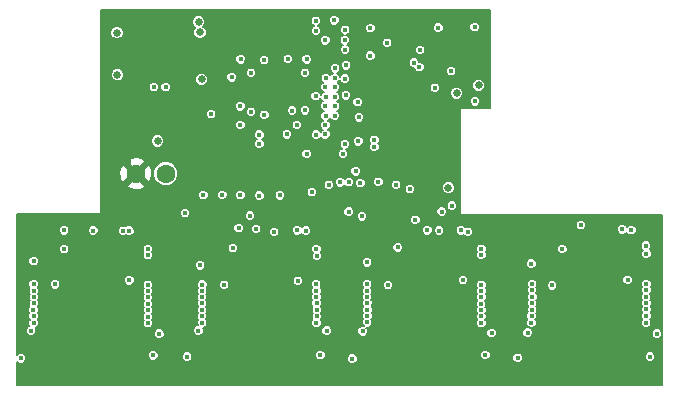
<source format=gbr>
G04 #@! TF.FileFunction,Copper,L5,Inr,Plane*
%FSLAX45Y45*%
G04 Gerber Fmt 4.5, Leading zero omitted, Abs format (unit mm)*
G04 Created by KiCad (PCBNEW 0.201509251832+6217~30~ubuntu14.04.1-product) date Fri 30 Oct 2015 01:43:29 PM EDT*
%MOMM*%
G01*
G04 APERTURE LIST*
%ADD10C,0.127000*%
%ADD11C,1.600200*%
%ADD12C,0.406400*%
%ADD13C,0.635000*%
%ADD14C,0.254000*%
%ADD15C,0.203200*%
%ADD16C,0.381000*%
G04 APERTURE END LIST*
D10*
D11*
X12456922Y-9391650D03*
X12710922Y-9391650D03*
D12*
X14595856Y-9315958D03*
X14831060Y-9289288D03*
X14659356Y-8937752D03*
X14696440Y-8452104D03*
X14563344Y-8535416D03*
X14553184Y-8692896D03*
X15433548Y-8327136D03*
X13444728Y-8431530D03*
X11589258Y-9973564D03*
X11590782Y-10037826D03*
X12692888Y-10948416D03*
X13005308Y-10246868D03*
X13725144Y-9861296D03*
X13051536Y-9981184D03*
X13017500Y-10069576D03*
X14106652Y-10939780D03*
X14418056Y-9986772D03*
X14417548Y-10060940D03*
X15114524Y-9275572D03*
X15124684Y-9872472D03*
X15807436Y-9998964D03*
X15805912Y-10071608D03*
X16886428Y-10986516D03*
X16495268Y-9861296D03*
X16780002Y-10154158D03*
X15191740Y-8584184D03*
D13*
X12658090Y-8426958D03*
X12657582Y-8173974D03*
X12659106Y-8539734D03*
D12*
X15968980Y-10243566D03*
X14572996Y-10248900D03*
X13177012Y-10244836D03*
X11749786Y-10239502D03*
X11593576Y-10233406D03*
X16216376Y-10433304D03*
D13*
X12829540Y-8823960D03*
D12*
X14514068Y-8941308D03*
X13901928Y-8735568D03*
X14930628Y-8806180D03*
X14988032Y-8886952D03*
X15002256Y-8753348D03*
X14664690Y-8690610D03*
X15193010Y-8197850D03*
X13423900Y-8341360D03*
X13342620Y-8656320D03*
D13*
X12488418Y-8941816D03*
X12830048Y-8941816D03*
D12*
X12886182Y-9085326D03*
X13206730Y-9328150D03*
X13096240Y-9182100D03*
X13528040Y-9382760D03*
X13421360Y-9141460D03*
X13423900Y-8981440D03*
D13*
X12388342Y-9090406D03*
X12658090Y-8092186D03*
X12817602Y-9234170D03*
D12*
X13983208Y-8419592D03*
X13982700Y-8338820D03*
X13822680Y-8420100D03*
X13624560Y-8432800D03*
X13597890Y-8589010D03*
X13534390Y-8639810D03*
X13597890Y-8754110D03*
X13342620Y-8740140D03*
X13906500Y-8978900D03*
X13712190Y-8601710D03*
X13712190Y-8754110D03*
X13978890Y-8589010D03*
X13775690Y-8639810D03*
X13180060Y-8178800D03*
X13662660Y-8900160D03*
D13*
X12488418Y-8826246D03*
D12*
X13575030Y-9231630D03*
X13985240Y-9230360D03*
X15968726Y-10184384D03*
X16627856Y-10170414D03*
X16367506Y-10275824D03*
X15776956Y-10938764D03*
X15507462Y-10929874D03*
X14827250Y-10421366D03*
X14382750Y-10936986D03*
X12009882Y-10421874D03*
X11571732Y-10927334D03*
X13440664Y-10420096D03*
X12986004Y-10930636D03*
X13175996Y-10185146D03*
X13829792Y-10187686D03*
X13566394Y-10291826D03*
X13829284Y-10131298D03*
X15812770Y-10230358D03*
X12139422Y-10292334D03*
X14965680Y-10294366D03*
X12402820Y-10185654D03*
X12402820Y-10132314D03*
X11748516Y-10184638D03*
X15226538Y-10182352D03*
X15227554Y-10127488D03*
X14572234Y-10185908D03*
X14416786Y-10237216D03*
X12321540Y-10043922D03*
X11703304Y-9817354D03*
X14419326Y-9869932D03*
X14717268Y-9047988D03*
X15261590Y-8811260D03*
D13*
X12284202Y-8916670D03*
D12*
X13744448Y-8420100D03*
X13279120Y-10021570D03*
X13001244Y-10167366D03*
X13823188Y-9872218D03*
X13895832Y-9873234D03*
X14415262Y-10142728D03*
X15208504Y-9870948D03*
X15268956Y-9884156D03*
X15806928Y-10153650D03*
X14443964Y-8158988D03*
X14989556Y-8665464D03*
X14229080Y-8173720D03*
X13343890Y-8423910D03*
X13267690Y-8576310D03*
D13*
X12297918Y-8199374D03*
D12*
X13342620Y-8821420D03*
X13342620Y-8978900D03*
X13736320Y-9057640D03*
X13820140Y-8978900D03*
X13982700Y-8181340D03*
X13889990Y-8538210D03*
X14211300Y-9222740D03*
X13980160Y-8735060D03*
X14443202Y-8391906D03*
X13502640Y-9138920D03*
X13545820Y-8892540D03*
X15018258Y-8155178D03*
X14319250Y-9371330D03*
X16651986Y-9869424D03*
X16577056Y-9863074D03*
X16778986Y-10067544D03*
X16775176Y-10001504D03*
X16069056Y-10029444D03*
X13986256Y-10030714D03*
X13989812Y-10087102D03*
X12558776Y-10031222D03*
X12402820Y-9874250D03*
X12351512Y-9874758D03*
X12558776Y-10080498D03*
X11851132Y-10030714D03*
X11591544Y-10132314D03*
X15383002Y-10078720D03*
X15382494Y-10027920D03*
X14674850Y-10016236D03*
X11850624Y-9871202D03*
D13*
X12299442Y-8554974D03*
X15103602Y-9511030D03*
D12*
X12609068Y-8658860D03*
X12710160Y-8658860D03*
D13*
X12642342Y-9114790D03*
D12*
X15326360Y-8150860D03*
D13*
X15173960Y-8709660D03*
X15358872Y-8642604D03*
D12*
X13780008Y-8856472D03*
X13543280Y-8430260D03*
D13*
X13014198Y-8593074D03*
D12*
X13889990Y-8855710D03*
X13902690Y-8423910D03*
X13432790Y-8868410D03*
X13432790Y-8538210D03*
D13*
X12988290Y-8106410D03*
X13000990Y-8195310D03*
D12*
X14090904Y-9485884D03*
X14226540Y-9141460D03*
X15774670Y-10736326D03*
X16867886Y-10745978D03*
X16810990Y-10941304D03*
X12986512Y-10719308D03*
X14072870Y-10720070D03*
X14019784Y-10928096D03*
X15690088Y-10950448D03*
X12892278Y-10940542D03*
X14377924Y-10726674D03*
X15468854Y-10741914D03*
X15416530Y-10926826D03*
X11569446Y-10720578D03*
X12656820Y-10744962D03*
X12605512Y-10929874D03*
X14290548Y-10957052D03*
X11484102Y-10954512D03*
X13095224Y-8887460D03*
X14857984Y-8490204D03*
X14347190Y-8914130D03*
X14585696Y-8282940D03*
X14476730Y-9163050D03*
X14144752Y-8819896D03*
X14334744Y-8785860D03*
X14061440Y-9058910D03*
X14226540Y-8260080D03*
X14810994Y-8450580D03*
X14865350Y-8343900D03*
X15328900Y-8779256D03*
X16777716Y-10651744D03*
X16780256Y-10595864D03*
X16780256Y-10541254D03*
X16780256Y-10486644D03*
X16777716Y-10432034D03*
X16778986Y-10378694D03*
X16778986Y-10325354D03*
X16620236Y-10291064D03*
X15981426Y-10338054D03*
X15812516Y-10325354D03*
X15811246Y-10378694D03*
X15813786Y-10432034D03*
X15812516Y-10486644D03*
X15812516Y-10542524D03*
X15807436Y-10595864D03*
X15806166Y-10653014D03*
X13986764Y-10653776D03*
X13990574Y-10600436D03*
X13989304Y-10543286D03*
X13988034Y-10488676D03*
X13986764Y-10435336D03*
X13986764Y-10380726D03*
X13984224Y-10326116D03*
X13829284Y-10299446D03*
X13204444Y-10333228D03*
X13020294Y-10329926D03*
X13019024Y-10383266D03*
X13016484Y-10436606D03*
X13019024Y-10489946D03*
X13019024Y-10544556D03*
X13016484Y-10597896D03*
X13019024Y-10652506D03*
X14777974Y-9521952D03*
X14066520Y-8581136D03*
X14661642Y-9485376D03*
X14237716Y-8473440D03*
X14225524Y-8587232D03*
X14260576Y-9463532D03*
X14144244Y-8498840D03*
X14511528Y-9460484D03*
X14063472Y-8740648D03*
X14142720Y-8900160D03*
X13502640Y-9576308D03*
X14236192Y-8728964D03*
X13946886Y-9547860D03*
X14141704Y-8739124D03*
X13677138Y-9575292D03*
X14062964Y-8657844D03*
X13029692Y-9572752D03*
X15382240Y-10656316D03*
X15382240Y-10600436D03*
X15382240Y-10545826D03*
X15380970Y-10492486D03*
X15382240Y-10439146D03*
X15383510Y-10385806D03*
X15383510Y-10332466D03*
X15227300Y-10293096D03*
X14592300Y-10334752D03*
X14415770Y-10328656D03*
X14415770Y-10381996D03*
X14414500Y-10435336D03*
X14417040Y-10488676D03*
X14417040Y-10542016D03*
X14417040Y-10595356D03*
X14415770Y-10649966D03*
X12558522Y-10656824D03*
X12559792Y-10600944D03*
X12561062Y-10547604D03*
X12559792Y-10492994D03*
X12558522Y-10439654D03*
X12559792Y-10386314D03*
X12558522Y-10332974D03*
X12402312Y-10294874D03*
X11773916Y-10329164D03*
X11592052Y-10329164D03*
X11593322Y-10382504D03*
X11593322Y-10435844D03*
X11593322Y-10489184D03*
X11589512Y-10543794D03*
X11592052Y-10598404D03*
X11592052Y-10655554D03*
X14143736Y-8658352D03*
X14189456Y-9464040D03*
X14142212Y-8581136D03*
X14357604Y-9471152D03*
X14064488Y-8901176D03*
X13343128Y-9572752D03*
X14062710Y-8817610D03*
X13189458Y-9571482D03*
X13902690Y-9224010D03*
X13983970Y-9061450D03*
X13503402Y-9060688D03*
X14476730Y-9104630D03*
X15127224Y-8522716D03*
X14342110Y-9117330D03*
X14062710Y-8982710D03*
X14229080Y-8340090D03*
X14062710Y-8262620D03*
X13981430Y-8097520D03*
X14137640Y-8093710D03*
X15025116Y-9872472D03*
X15132558Y-9662160D03*
X14925294Y-9871710D03*
X15047214Y-9711690D03*
X14259052Y-9712452D03*
X16225520Y-9826752D03*
X14371828Y-9752584D03*
X14824710Y-9782556D03*
X13628370Y-9885426D03*
X13424154Y-9747504D03*
X12097512Y-9872472D03*
X13476224Y-9859772D03*
X13328142Y-9852660D03*
X12873990Y-9726168D03*
D10*
X14066520Y-9311640D02*
X14591538Y-9311640D01*
X14591538Y-9311640D02*
X14595856Y-9315958D01*
X14624304Y-9289288D02*
X14597634Y-9315958D01*
X14787118Y-9289288D02*
X14624304Y-9289288D01*
X14597634Y-9315958D02*
X14595856Y-9315958D01*
D14*
X14831060Y-9289288D02*
X15100808Y-9289288D01*
X15100808Y-9289288D02*
X15114524Y-9275572D01*
D10*
X14831060Y-9289288D02*
X14787118Y-9289288D01*
X14787118Y-9289288D02*
X14717268Y-9219438D01*
X14659356Y-8937752D02*
X14517624Y-8937752D01*
X14517624Y-8937752D02*
X14514068Y-8941308D01*
X14717268Y-9017508D02*
X14717268Y-8995664D01*
X14717268Y-9047988D02*
X14717268Y-9017508D01*
X14717268Y-8995664D02*
X14659356Y-8937752D01*
X14563344Y-8535416D02*
X14563344Y-8682736D01*
X14563344Y-8682736D02*
X14553184Y-8692896D01*
X14563344Y-8535416D02*
X14613128Y-8535416D01*
X14613128Y-8535416D02*
X14696440Y-8452104D01*
X14664690Y-8690610D02*
X14555470Y-8690610D01*
X14555470Y-8690610D02*
X14553184Y-8692896D01*
X15433548Y-8327136D02*
X15304262Y-8197850D01*
X15304262Y-8197850D02*
X15193010Y-8197850D01*
X15191740Y-8584184D02*
X15191740Y-8568944D01*
X15191740Y-8568944D02*
X15433548Y-8327136D01*
X13444728Y-8431530D02*
X13423900Y-8410702D01*
X13423900Y-8410702D02*
X13423900Y-8341360D01*
X13444728Y-8431530D02*
X13498576Y-8485378D01*
X13571982Y-8485378D02*
X13624560Y-8432800D01*
X13498576Y-8485378D02*
X13571982Y-8485378D01*
D14*
X11590782Y-10037826D02*
X11590782Y-9975088D01*
X11590782Y-9975088D02*
X11589258Y-9973564D01*
X11748516Y-10184638D02*
X11737594Y-10184638D01*
X11737594Y-10184638D02*
X11601958Y-10049002D01*
X12692888Y-10948416D02*
X12166346Y-10421874D01*
X12166346Y-10421874D02*
X12009882Y-10421874D01*
X13005308Y-10246868D02*
X12464034Y-10246868D01*
X12464034Y-10246868D02*
X12402820Y-10185654D01*
X13725144Y-9861296D02*
X13607796Y-9743948D01*
X13607796Y-9462516D02*
X13528040Y-9382760D01*
X13607796Y-9743948D02*
X13607796Y-9462516D01*
X13828014Y-10130028D02*
X13828014Y-9964166D01*
X13828014Y-9964166D02*
X13725144Y-9861296D01*
X13175996Y-10185146D02*
X13133070Y-10185146D01*
X13133070Y-10185146D02*
X13017500Y-10069576D01*
X13017500Y-10069576D02*
X13017500Y-10015220D01*
X13017500Y-10015220D02*
X13051536Y-9981184D01*
X14106652Y-10939780D02*
X14106652Y-10929874D01*
X13596874Y-10420096D02*
X13441172Y-10420096D01*
X14106652Y-10929874D02*
X13596874Y-10420096D01*
X14572234Y-10185908D02*
X14542516Y-10185908D01*
X14542516Y-10185908D02*
X14417548Y-10060940D01*
X14417548Y-10060940D02*
X14417548Y-9987280D01*
X14417548Y-9987280D02*
X14418056Y-9986772D01*
X15101062Y-9289034D02*
X15114524Y-9275572D01*
X15227554Y-9998456D02*
X15227554Y-9975342D01*
X15227554Y-9975342D02*
X15124684Y-9872472D01*
X15227554Y-9998456D02*
X15227554Y-9997694D01*
X15227554Y-10127488D02*
X15227554Y-9998456D01*
X15227554Y-9998456D02*
X15227554Y-10002774D01*
X15969488Y-10183622D02*
X15917926Y-10183622D01*
X15917926Y-10183622D02*
X15805912Y-10071608D01*
X15805912Y-10071608D02*
X15805912Y-10000488D01*
X15805912Y-10000488D02*
X15807436Y-9998964D01*
X16876776Y-10835894D02*
X16876776Y-10976864D01*
X16871696Y-10830814D02*
X16474186Y-10433304D01*
X16216376Y-10433304D02*
X16474186Y-10433304D01*
X16876776Y-10835894D02*
X16871696Y-10830814D01*
X16876776Y-10976864D02*
X16886428Y-10986516D01*
X16780002Y-10154158D02*
X16780002Y-10146030D01*
X16780002Y-10146030D02*
X16495268Y-9861296D01*
X16627856Y-10170414D02*
X16763746Y-10170414D01*
X16763746Y-10170414D02*
X16780002Y-10154158D01*
D10*
X15002256Y-8753348D02*
X15022576Y-8753348D01*
X15022576Y-8753348D02*
X15191740Y-8584184D01*
X13978890Y-8589010D02*
X13978890Y-8423910D01*
X13978890Y-8423910D02*
X13983208Y-8419592D01*
X13983208Y-8419592D02*
X13983208Y-8339328D01*
X13983208Y-8339328D02*
X13982700Y-8338820D01*
D14*
X15968980Y-10243566D02*
X15825978Y-10243566D01*
X15825978Y-10243566D02*
X15812770Y-10230358D01*
X16216376Y-10433304D02*
X16158718Y-10433304D01*
X16158718Y-10433304D02*
X15968980Y-10243566D01*
X14827250Y-10421366D02*
X14745462Y-10421366D01*
X14745462Y-10421366D02*
X14572996Y-10248900D01*
X14572996Y-10248900D02*
X14428470Y-10248900D01*
X14428470Y-10248900D02*
X14416786Y-10237216D01*
X14572996Y-10248900D02*
X14572996Y-10186670D01*
X14572996Y-10186670D02*
X14572234Y-10185908D01*
X13177012Y-10244836D02*
X13177012Y-10186162D01*
X13177012Y-10186162D02*
X13175996Y-10185146D01*
X13177012Y-10244836D02*
X13187172Y-10244836D01*
X13187172Y-10244836D02*
X13362432Y-10420096D01*
X11749786Y-10239502D02*
X11599672Y-10239502D01*
X11599672Y-10239502D02*
X11593576Y-10233406D01*
X11749786Y-10239502D02*
X11826494Y-10239502D01*
X11826494Y-10239502D02*
X11827002Y-10238994D01*
X11827002Y-10238994D02*
X12009882Y-10421874D01*
X11749786Y-10239502D02*
X11749786Y-10185908D01*
X11749786Y-10185908D02*
X11748516Y-10184638D01*
X11593576Y-10233406D02*
X11599164Y-10238994D01*
X13603986Y-9755124D02*
X13603986Y-9766554D01*
X13603986Y-9753600D02*
X13603986Y-9755124D01*
D10*
X13985240Y-9230360D02*
X14066520Y-9311640D01*
X14066520Y-9311640D02*
X14067790Y-9312910D01*
X14519910Y-8947150D02*
X14514068Y-8941308D01*
X13901928Y-8735568D02*
X13950696Y-8784336D01*
X13950696Y-8934704D02*
X13906500Y-8978900D01*
X13950696Y-8784336D02*
X13950696Y-8934704D01*
X13775690Y-8639810D02*
X13871448Y-8735568D01*
X13871448Y-8735568D02*
X13901928Y-8735568D01*
X14930628Y-8806180D02*
X14983460Y-8753348D01*
X14983460Y-8753348D02*
X15002256Y-8753348D01*
X14988032Y-8886952D02*
X14987016Y-8885936D01*
X14987016Y-8885936D02*
X14930628Y-8829548D01*
X14930628Y-8829548D02*
X14930628Y-8806180D01*
X15002256Y-8753348D02*
X15060168Y-8811260D01*
X15293340Y-8197850D02*
X15193010Y-8197850D01*
X13423900Y-8341360D02*
X13423900Y-8338820D01*
D15*
X13206730Y-9292590D02*
X13096240Y-9182100D01*
X13206730Y-9328150D02*
X13206730Y-9292590D01*
X13473430Y-9328150D02*
X13528040Y-9382760D01*
X13206730Y-9328150D02*
X13473430Y-9328150D01*
X13421360Y-8983980D02*
X13423900Y-8981440D01*
X13421360Y-8982710D02*
X13421360Y-8983980D01*
X13421360Y-9141460D02*
X13421360Y-8982710D01*
D16*
X12388342Y-9084310D02*
X12388342Y-9090406D01*
D14*
X12886182Y-9165590D02*
X12886182Y-9085326D01*
X12817602Y-9234170D02*
X12886182Y-9165590D01*
X12886690Y-9085834D02*
X12886182Y-9085326D01*
X12982956Y-9182100D02*
X12886690Y-9085834D01*
X13096240Y-9182100D02*
X12982956Y-9182100D01*
D10*
X13977620Y-8343900D02*
X13982700Y-8338820D01*
X13977620Y-8338058D02*
X13904722Y-8338058D01*
X13904722Y-8338058D02*
X13822680Y-8420100D01*
X13977620Y-8338058D02*
X13977620Y-8343900D01*
X13822680Y-8362188D02*
X13796010Y-8335518D01*
X13822680Y-8420100D02*
X13822680Y-8362188D01*
X13721842Y-8335518D02*
X13624560Y-8432800D01*
X13796010Y-8335518D02*
X13721842Y-8335518D01*
X13572490Y-8982710D02*
X13597890Y-8957310D01*
X13597890Y-8957310D02*
X13597890Y-8754110D01*
X13421360Y-8982710D02*
X13572490Y-8982710D01*
X13583920Y-8740140D02*
X13597890Y-8754110D01*
X13342620Y-8740140D02*
X13583920Y-8740140D01*
X13984478Y-8420862D02*
X13983208Y-8419592D01*
X13826490Y-8589010D02*
X13775690Y-8639810D01*
X13978890Y-8589010D02*
X13826490Y-8589010D01*
X13342620Y-8341360D02*
X13180060Y-8178800D01*
X13423900Y-8341360D02*
X13342620Y-8341360D01*
D14*
X13662660Y-8818880D02*
X13597890Y-8754110D01*
X13662660Y-8900160D02*
X13662660Y-8818880D01*
X12488418Y-8944610D02*
X12488418Y-8826246D01*
X12488418Y-8941816D02*
X12488418Y-8944610D01*
X12827254Y-8944610D02*
X12830048Y-8941816D01*
X12488418Y-8944610D02*
X12827254Y-8944610D01*
X12488418Y-8984234D02*
X12488418Y-8941816D01*
X12388342Y-9084310D02*
X12488418Y-8984234D01*
X12830048Y-9029192D02*
X12830048Y-8941816D01*
X12886690Y-9085834D02*
X12830048Y-9029192D01*
D10*
X13528040Y-9278620D02*
X13528040Y-9382760D01*
X13575030Y-9231630D02*
X13528040Y-9278620D01*
X13906500Y-9151620D02*
X13906500Y-8978900D01*
X13985240Y-9230360D02*
X13906500Y-9151620D01*
D14*
X15967456Y-10185654D02*
X15969488Y-10183622D01*
X15969488Y-10183622D02*
X15968726Y-10184384D01*
X16367506Y-10275824D02*
X16458946Y-10184384D01*
X16472916Y-10170414D02*
X16458946Y-10184384D01*
X16627856Y-10170414D02*
X16472916Y-10170414D01*
X15776956Y-10938764D02*
X15776956Y-10872724D01*
X15776956Y-10872724D02*
X16216376Y-10433304D01*
X14382750Y-10865866D02*
X14827250Y-10421366D01*
X14382750Y-10936986D02*
X14382750Y-10865866D01*
X15036800Y-10421366D02*
X14827250Y-10421366D01*
X15472410Y-10856976D02*
X15036800Y-10421366D01*
X15507462Y-10929874D02*
X15472410Y-10856976D01*
X11571732Y-10860024D02*
X12009882Y-10421874D01*
X11571732Y-10927334D02*
X11571732Y-10860024D01*
X12014200Y-10421874D02*
X12009882Y-10421874D01*
X12014200Y-10421874D02*
X12014200Y-10417556D01*
X12014200Y-10417556D02*
X12139422Y-10292334D01*
X12986004Y-10874756D02*
X13440664Y-10420096D01*
X12986004Y-10930636D02*
X12986004Y-10874756D01*
X13441172Y-10420096D02*
X13440664Y-10420096D01*
X13175488Y-10185654D02*
X13175996Y-10185146D01*
X13725652Y-10291826D02*
X13829792Y-10187686D01*
X13566394Y-10291826D02*
X13725652Y-10291826D01*
X13829792Y-10131806D02*
X13828014Y-10130028D01*
X13828014Y-10130028D02*
X13829284Y-10131298D01*
X13829792Y-10187686D02*
X13829792Y-10131806D01*
X13441172Y-10420096D02*
X13362432Y-10420096D01*
X13362432Y-10420096D02*
X13360146Y-10420096D01*
X16216376Y-10426954D02*
X16367506Y-10275824D01*
X16216376Y-10433304D02*
X16216376Y-10426954D01*
X13440664Y-10417556D02*
X13566394Y-10291826D01*
X13440664Y-10420096D02*
X13440664Y-10417556D01*
X14838680Y-10421366D02*
X14965680Y-10294366D01*
X14827250Y-10421366D02*
X14838680Y-10421366D01*
X12402820Y-10185654D02*
X12402820Y-10132314D01*
X12296140Y-10292334D02*
X12402820Y-10185654D01*
X12139422Y-10292334D02*
X12296140Y-10292334D01*
X15114524Y-10294366D02*
X15226538Y-10182352D01*
X14965680Y-10294366D02*
X15114524Y-10294366D01*
X15226538Y-10128504D02*
X15227554Y-10127488D01*
X15226538Y-10182352D02*
X15226538Y-10128504D01*
X14418310Y-10238740D02*
X14416786Y-10237216D01*
X12321540Y-10051034D02*
X12402820Y-10132314D01*
X12321540Y-10043922D02*
X12321540Y-10051034D01*
X11703304Y-9817354D02*
X11703812Y-9817354D01*
X14367256Y-10187686D02*
X14416786Y-10237216D01*
X13829792Y-10187686D02*
X14367256Y-10187686D01*
X15764764Y-10182352D02*
X15812770Y-10230358D01*
X15226538Y-10182352D02*
X15764764Y-10182352D01*
D10*
X14717268Y-9219438D02*
X14718030Y-9220200D01*
X14717268Y-9047988D02*
X14717268Y-9219438D01*
X15060168Y-8811260D02*
X15261590Y-8811260D01*
D16*
X12388342Y-9323070D02*
X12456922Y-9391650D01*
X12388342Y-9086850D02*
X12388342Y-9323070D01*
X12388342Y-9090406D02*
X12388342Y-9086850D01*
D14*
X12284202Y-8982710D02*
X12284202Y-8916670D01*
X12388342Y-9086850D02*
X12284202Y-8982710D01*
D10*
G36*
X15455392Y-8831326D02*
X15209774Y-8831326D01*
X15207303Y-8831826D01*
X15205222Y-8833248D01*
X15203858Y-8835368D01*
X15203424Y-8837676D01*
X15203424Y-9733026D01*
X15203924Y-9735497D01*
X15205346Y-9737578D01*
X15207466Y-9738942D01*
X15209774Y-9739376D01*
X16913098Y-9739376D01*
X16913098Y-11179048D01*
X11450574Y-11179048D01*
X11450574Y-10983842D01*
X11458890Y-10992173D01*
X11475222Y-10998954D01*
X11492905Y-10998970D01*
X11509248Y-10992217D01*
X11521763Y-10979724D01*
X11528544Y-10963392D01*
X11528560Y-10945709D01*
X11525654Y-10938677D01*
X12561054Y-10938677D01*
X12567807Y-10955020D01*
X12580300Y-10967535D01*
X12596632Y-10974316D01*
X12614315Y-10974332D01*
X12630658Y-10967579D01*
X12643173Y-10955086D01*
X12645557Y-10949345D01*
X12847820Y-10949345D01*
X12854573Y-10965688D01*
X12867066Y-10978203D01*
X12883398Y-10984984D01*
X12901081Y-10985000D01*
X12917424Y-10978247D01*
X12929939Y-10965754D01*
X12936720Y-10949422D01*
X12936731Y-10936899D01*
X13975326Y-10936899D01*
X13982079Y-10953242D01*
X13994572Y-10965757D01*
X14010904Y-10972538D01*
X14028587Y-10972554D01*
X14044799Y-10965855D01*
X14246090Y-10965855D01*
X14252843Y-10982198D01*
X14265336Y-10994713D01*
X14281668Y-11001494D01*
X14299351Y-11001510D01*
X14315694Y-10994757D01*
X14328209Y-10982264D01*
X14334990Y-10965932D01*
X14335006Y-10948249D01*
X14329791Y-10935629D01*
X15372072Y-10935629D01*
X15378825Y-10951972D01*
X15391318Y-10964487D01*
X15407650Y-10971268D01*
X15425333Y-10971284D01*
X15441676Y-10964531D01*
X15446965Y-10959251D01*
X15645630Y-10959251D01*
X15652383Y-10975594D01*
X15664876Y-10988109D01*
X15681208Y-10994890D01*
X15698891Y-10994906D01*
X15715234Y-10988153D01*
X15727749Y-10975660D01*
X15734530Y-10959328D01*
X15734538Y-10950107D01*
X16766532Y-10950107D01*
X16773285Y-10966450D01*
X16785778Y-10978965D01*
X16802110Y-10985746D01*
X16819793Y-10985762D01*
X16836136Y-10979009D01*
X16848651Y-10966516D01*
X16855432Y-10950184D01*
X16855448Y-10932501D01*
X16848695Y-10916158D01*
X16836202Y-10903643D01*
X16819870Y-10896862D01*
X16802187Y-10896846D01*
X16785844Y-10903599D01*
X16773329Y-10916092D01*
X16766548Y-10932424D01*
X16766532Y-10950107D01*
X15734538Y-10950107D01*
X15734546Y-10941645D01*
X15727793Y-10925302D01*
X15715300Y-10912787D01*
X15698968Y-10906006D01*
X15681285Y-10905990D01*
X15664942Y-10912743D01*
X15652427Y-10925236D01*
X15645646Y-10941568D01*
X15645630Y-10959251D01*
X15446965Y-10959251D01*
X15454191Y-10952038D01*
X15460972Y-10935706D01*
X15460988Y-10918023D01*
X15454235Y-10901680D01*
X15441742Y-10889165D01*
X15425410Y-10882384D01*
X15407727Y-10882368D01*
X15391384Y-10889121D01*
X15378869Y-10901614D01*
X15372088Y-10917946D01*
X15372072Y-10935629D01*
X14329791Y-10935629D01*
X14328253Y-10931906D01*
X14315760Y-10919391D01*
X14299428Y-10912610D01*
X14281745Y-10912594D01*
X14265402Y-10919347D01*
X14252887Y-10931840D01*
X14246106Y-10948172D01*
X14246090Y-10965855D01*
X14044799Y-10965855D01*
X14044930Y-10965801D01*
X14057445Y-10953308D01*
X14064226Y-10936976D01*
X14064242Y-10919293D01*
X14057489Y-10902950D01*
X14044996Y-10890435D01*
X14028664Y-10883654D01*
X14010981Y-10883638D01*
X13994638Y-10890391D01*
X13982123Y-10902884D01*
X13975342Y-10919216D01*
X13975326Y-10936899D01*
X12936731Y-10936899D01*
X12936736Y-10931739D01*
X12929983Y-10915396D01*
X12917490Y-10902881D01*
X12901158Y-10896100D01*
X12883475Y-10896084D01*
X12867132Y-10902837D01*
X12854617Y-10915330D01*
X12847836Y-10931662D01*
X12847820Y-10949345D01*
X12645557Y-10949345D01*
X12649954Y-10938754D01*
X12649970Y-10921071D01*
X12643217Y-10904728D01*
X12630724Y-10892213D01*
X12614392Y-10885432D01*
X12596709Y-10885416D01*
X12580366Y-10892169D01*
X12567851Y-10904662D01*
X12561070Y-10920994D01*
X12561054Y-10938677D01*
X11525654Y-10938677D01*
X11521807Y-10929366D01*
X11509314Y-10916851D01*
X11492982Y-10910070D01*
X11475299Y-10910054D01*
X11458956Y-10916807D01*
X11450574Y-10925175D01*
X11450574Y-10729381D01*
X11524988Y-10729381D01*
X11531741Y-10745724D01*
X11544234Y-10758239D01*
X11560566Y-10765020D01*
X11578249Y-10765036D01*
X11594592Y-10758283D01*
X11599118Y-10753765D01*
X12612362Y-10753765D01*
X12619115Y-10770108D01*
X12631608Y-10782623D01*
X12647940Y-10789404D01*
X12665623Y-10789420D01*
X12681966Y-10782667D01*
X12694481Y-10770174D01*
X12701262Y-10753842D01*
X12701278Y-10736159D01*
X12697952Y-10728111D01*
X12942054Y-10728111D01*
X12948807Y-10744454D01*
X12961300Y-10756969D01*
X12977632Y-10763750D01*
X12995315Y-10763766D01*
X13011658Y-10757013D01*
X13024173Y-10744520D01*
X13030670Y-10728873D01*
X14028412Y-10728873D01*
X14035165Y-10745216D01*
X14047658Y-10757731D01*
X14063990Y-10764512D01*
X14081673Y-10764528D01*
X14098016Y-10757775D01*
X14110531Y-10745282D01*
X14114602Y-10735477D01*
X14333466Y-10735477D01*
X14340219Y-10751820D01*
X14352712Y-10764335D01*
X14369044Y-10771116D01*
X14386727Y-10771132D01*
X14403070Y-10764379D01*
X14415585Y-10751886D01*
X14416070Y-10750717D01*
X15424396Y-10750717D01*
X15431149Y-10767060D01*
X15443642Y-10779575D01*
X15459974Y-10786356D01*
X15477657Y-10786372D01*
X15494000Y-10779619D01*
X15506515Y-10767126D01*
X15513296Y-10750794D01*
X15513301Y-10745129D01*
X15730212Y-10745129D01*
X15736965Y-10761472D01*
X15749458Y-10773987D01*
X15765790Y-10780768D01*
X15783473Y-10780784D01*
X15799816Y-10774031D01*
X15812331Y-10761538D01*
X15815136Y-10754781D01*
X16823428Y-10754781D01*
X16830181Y-10771124D01*
X16842674Y-10783639D01*
X16859006Y-10790420D01*
X16876689Y-10790436D01*
X16893032Y-10783683D01*
X16905547Y-10771190D01*
X16912328Y-10754858D01*
X16912344Y-10737175D01*
X16905591Y-10720832D01*
X16893098Y-10708317D01*
X16876766Y-10701536D01*
X16859083Y-10701520D01*
X16842740Y-10708273D01*
X16830225Y-10720766D01*
X16823444Y-10737098D01*
X16823428Y-10754781D01*
X15815136Y-10754781D01*
X15819112Y-10745206D01*
X15819128Y-10727523D01*
X15812375Y-10711180D01*
X15799882Y-10698665D01*
X15783550Y-10691884D01*
X15765867Y-10691868D01*
X15749524Y-10698621D01*
X15737009Y-10711114D01*
X15730228Y-10727446D01*
X15730212Y-10745129D01*
X15513301Y-10745129D01*
X15513312Y-10733111D01*
X15506559Y-10716768D01*
X15494066Y-10704253D01*
X15477734Y-10697472D01*
X15460051Y-10697456D01*
X15443708Y-10704209D01*
X15431193Y-10716702D01*
X15424412Y-10733034D01*
X15424396Y-10750717D01*
X14416070Y-10750717D01*
X14422366Y-10735554D01*
X14422382Y-10717871D01*
X14415629Y-10701528D01*
X14408523Y-10694410D01*
X14424573Y-10694424D01*
X14440916Y-10687671D01*
X14453431Y-10675178D01*
X14460212Y-10658846D01*
X14460228Y-10641163D01*
X14453475Y-10624820D01*
X14451961Y-10623303D01*
X14454701Y-10620568D01*
X14461482Y-10604236D01*
X14461498Y-10586553D01*
X14454745Y-10570210D01*
X14453232Y-10568694D01*
X14454701Y-10567228D01*
X14461482Y-10550896D01*
X14461498Y-10533213D01*
X14454745Y-10516870D01*
X14453232Y-10515354D01*
X14454701Y-10513888D01*
X14459932Y-10501289D01*
X15336512Y-10501289D01*
X15343265Y-10517632D01*
X15345412Y-10519783D01*
X15344579Y-10520614D01*
X15337798Y-10536946D01*
X15337782Y-10554629D01*
X15344535Y-10570972D01*
X15346683Y-10573124D01*
X15344579Y-10575224D01*
X15337798Y-10591556D01*
X15337782Y-10609239D01*
X15344535Y-10625582D01*
X15347318Y-10628370D01*
X15344579Y-10631104D01*
X15337798Y-10647436D01*
X15337782Y-10665119D01*
X15344535Y-10681462D01*
X15357028Y-10693977D01*
X15373360Y-10700758D01*
X15391043Y-10700774D01*
X15407386Y-10694021D01*
X15419901Y-10681528D01*
X15426682Y-10665196D01*
X15426685Y-10661817D01*
X15761708Y-10661817D01*
X15768461Y-10678160D01*
X15780954Y-10690675D01*
X15797286Y-10697456D01*
X15814969Y-10697472D01*
X15831312Y-10690719D01*
X15843827Y-10678226D01*
X15850608Y-10661894D01*
X15850624Y-10644211D01*
X15843871Y-10627868D01*
X15841087Y-10625079D01*
X15845097Y-10621076D01*
X15851878Y-10604744D01*
X15851894Y-10587061D01*
X15845739Y-10572166D01*
X15850177Y-10567736D01*
X15856958Y-10551404D01*
X15856974Y-10533721D01*
X15850221Y-10517378D01*
X15847438Y-10514590D01*
X15850177Y-10511856D01*
X15856958Y-10495524D01*
X15856974Y-10477841D01*
X15850221Y-10461498D01*
X15848707Y-10459981D01*
X15851447Y-10457246D01*
X15858228Y-10440914D01*
X15858228Y-10440837D01*
X16733258Y-10440837D01*
X16740011Y-10457180D01*
X16743427Y-10460602D01*
X16742595Y-10461432D01*
X16735814Y-10477764D01*
X16735798Y-10495447D01*
X16742551Y-10511790D01*
X16744699Y-10513942D01*
X16742595Y-10516042D01*
X16735814Y-10532374D01*
X16735798Y-10550057D01*
X16742551Y-10566400D01*
X16744699Y-10568552D01*
X16742595Y-10570652D01*
X16735814Y-10586984D01*
X16735798Y-10604667D01*
X16742551Y-10621010D01*
X16744066Y-10622528D01*
X16740055Y-10626532D01*
X16733274Y-10642864D01*
X16733258Y-10660547D01*
X16740011Y-10676890D01*
X16752504Y-10689405D01*
X16768836Y-10696186D01*
X16786519Y-10696202D01*
X16802862Y-10689449D01*
X16815377Y-10676956D01*
X16822158Y-10660624D01*
X16822174Y-10642941D01*
X16815421Y-10626598D01*
X16813906Y-10625080D01*
X16817917Y-10621076D01*
X16824698Y-10604744D01*
X16824714Y-10587061D01*
X16817961Y-10570718D01*
X16815813Y-10568566D01*
X16817917Y-10566466D01*
X16824698Y-10550134D01*
X16824714Y-10532451D01*
X16817961Y-10516108D01*
X16815813Y-10513956D01*
X16817917Y-10511856D01*
X16824698Y-10495524D01*
X16824714Y-10477841D01*
X16817961Y-10461498D01*
X16814545Y-10458076D01*
X16815377Y-10457246D01*
X16822158Y-10440914D01*
X16822174Y-10423231D01*
X16815421Y-10406888D01*
X16814542Y-10406007D01*
X16816647Y-10403906D01*
X16823428Y-10387574D01*
X16823444Y-10369891D01*
X16816691Y-10353548D01*
X16815178Y-10352032D01*
X16816647Y-10350566D01*
X16823428Y-10334234D01*
X16823444Y-10316551D01*
X16816691Y-10300208D01*
X16804198Y-10287693D01*
X16787866Y-10280912D01*
X16770183Y-10280896D01*
X16753840Y-10287649D01*
X16741325Y-10300142D01*
X16734544Y-10316474D01*
X16734528Y-10334157D01*
X16741281Y-10350500D01*
X16742794Y-10352016D01*
X16741325Y-10353482D01*
X16734544Y-10369814D01*
X16734528Y-10387497D01*
X16741281Y-10403840D01*
X16742160Y-10404721D01*
X16740055Y-10406822D01*
X16733274Y-10423154D01*
X16733258Y-10440837D01*
X15858228Y-10440837D01*
X15858244Y-10423231D01*
X15851491Y-10406888D01*
X15848710Y-10404102D01*
X15848907Y-10403906D01*
X15855688Y-10387574D01*
X15855704Y-10369891D01*
X15848951Y-10353548D01*
X15848072Y-10352667D01*
X15850177Y-10350566D01*
X15851717Y-10346857D01*
X15936968Y-10346857D01*
X15943721Y-10363200D01*
X15956214Y-10375715D01*
X15972546Y-10382496D01*
X15990229Y-10382512D01*
X16006572Y-10375759D01*
X16019087Y-10363266D01*
X16025868Y-10346934D01*
X16025884Y-10329251D01*
X16019131Y-10312908D01*
X16006638Y-10300393D01*
X16005371Y-10299867D01*
X16575778Y-10299867D01*
X16582531Y-10316210D01*
X16595024Y-10328725D01*
X16611356Y-10335506D01*
X16629039Y-10335522D01*
X16645382Y-10328769D01*
X16657897Y-10316276D01*
X16664678Y-10299944D01*
X16664694Y-10282261D01*
X16657941Y-10265918D01*
X16645448Y-10253403D01*
X16629116Y-10246622D01*
X16611433Y-10246606D01*
X16595090Y-10253359D01*
X16582575Y-10265852D01*
X16575794Y-10282184D01*
X16575778Y-10299867D01*
X16005371Y-10299867D01*
X15990306Y-10293612D01*
X15972623Y-10293596D01*
X15956280Y-10300349D01*
X15943765Y-10312842D01*
X15936984Y-10329174D01*
X15936968Y-10346857D01*
X15851717Y-10346857D01*
X15856958Y-10334234D01*
X15856974Y-10316551D01*
X15850221Y-10300208D01*
X15837728Y-10287693D01*
X15821396Y-10280912D01*
X15803713Y-10280896D01*
X15787370Y-10287649D01*
X15774855Y-10300142D01*
X15768074Y-10316474D01*
X15768058Y-10334157D01*
X15774811Y-10350500D01*
X15775690Y-10351381D01*
X15773585Y-10353482D01*
X15766804Y-10369814D01*
X15766788Y-10387497D01*
X15773541Y-10403840D01*
X15776322Y-10406626D01*
X15776125Y-10406822D01*
X15769344Y-10423154D01*
X15769328Y-10440837D01*
X15776081Y-10457180D01*
X15777595Y-10458697D01*
X15774855Y-10461432D01*
X15768074Y-10477764D01*
X15768058Y-10495447D01*
X15774811Y-10511790D01*
X15777594Y-10514578D01*
X15774855Y-10517312D01*
X15768074Y-10533644D01*
X15768058Y-10551327D01*
X15774213Y-10566222D01*
X15769775Y-10570652D01*
X15762994Y-10586984D01*
X15762978Y-10604667D01*
X15769731Y-10621010D01*
X15772515Y-10623799D01*
X15768505Y-10627802D01*
X15761724Y-10644134D01*
X15761708Y-10661817D01*
X15426685Y-10661817D01*
X15426698Y-10647513D01*
X15419945Y-10631170D01*
X15417162Y-10628382D01*
X15419901Y-10625648D01*
X15426682Y-10609316D01*
X15426698Y-10591633D01*
X15419945Y-10575290D01*
X15417797Y-10573138D01*
X15419901Y-10571038D01*
X15426682Y-10554706D01*
X15426698Y-10537023D01*
X15419945Y-10520680D01*
X15417798Y-10518529D01*
X15418631Y-10517698D01*
X15425412Y-10501366D01*
X15425428Y-10483683D01*
X15418675Y-10467340D01*
X15417796Y-10466459D01*
X15419901Y-10464358D01*
X15426682Y-10448026D01*
X15426698Y-10430343D01*
X15419945Y-10414000D01*
X15419066Y-10413119D01*
X15421171Y-10411018D01*
X15427952Y-10394686D01*
X15427968Y-10377003D01*
X15421215Y-10360660D01*
X15419702Y-10359144D01*
X15421171Y-10357678D01*
X15427952Y-10341346D01*
X15427968Y-10323663D01*
X15421215Y-10307320D01*
X15408722Y-10294805D01*
X15392390Y-10288024D01*
X15374707Y-10288008D01*
X15358364Y-10294761D01*
X15345849Y-10307254D01*
X15339068Y-10323586D01*
X15339052Y-10341269D01*
X15345805Y-10357612D01*
X15347318Y-10359128D01*
X15345849Y-10360594D01*
X15339068Y-10376926D01*
X15339052Y-10394609D01*
X15345805Y-10410952D01*
X15346684Y-10411833D01*
X15344579Y-10413934D01*
X15337798Y-10430266D01*
X15337782Y-10447949D01*
X15344535Y-10464292D01*
X15345414Y-10465173D01*
X15343309Y-10467274D01*
X15336528Y-10483606D01*
X15336512Y-10501289D01*
X14459932Y-10501289D01*
X14461482Y-10497556D01*
X14461498Y-10479873D01*
X14454745Y-10463530D01*
X14451964Y-10460744D01*
X14452161Y-10460548D01*
X14458942Y-10444216D01*
X14458958Y-10426533D01*
X14452205Y-10410190D01*
X14451326Y-10409309D01*
X14453431Y-10407208D01*
X14460212Y-10390876D01*
X14460228Y-10373193D01*
X14453475Y-10356850D01*
X14451962Y-10355334D01*
X14453431Y-10353868D01*
X14457713Y-10343555D01*
X14547842Y-10343555D01*
X14554595Y-10359898D01*
X14567088Y-10372413D01*
X14583420Y-10379194D01*
X14601103Y-10379210D01*
X14617446Y-10372457D01*
X14629961Y-10359964D01*
X14636742Y-10343632D01*
X14636758Y-10325949D01*
X14630005Y-10309606D01*
X14622311Y-10301899D01*
X15182842Y-10301899D01*
X15189595Y-10318242D01*
X15202088Y-10330757D01*
X15218420Y-10337538D01*
X15236103Y-10337554D01*
X15252446Y-10330801D01*
X15264961Y-10318308D01*
X15271742Y-10301976D01*
X15271758Y-10284293D01*
X15265005Y-10267950D01*
X15252512Y-10255435D01*
X15236180Y-10248654D01*
X15218497Y-10248638D01*
X15202154Y-10255391D01*
X15189639Y-10267884D01*
X15182858Y-10284216D01*
X15182842Y-10301899D01*
X14622311Y-10301899D01*
X14617512Y-10297091D01*
X14601180Y-10290310D01*
X14583497Y-10290294D01*
X14567154Y-10297047D01*
X14554639Y-10309540D01*
X14547858Y-10325872D01*
X14547842Y-10343555D01*
X14457713Y-10343555D01*
X14460212Y-10337536D01*
X14460228Y-10319853D01*
X14453475Y-10303510D01*
X14440982Y-10290995D01*
X14424650Y-10284214D01*
X14406967Y-10284198D01*
X14390624Y-10290951D01*
X14378109Y-10303444D01*
X14371328Y-10319776D01*
X14371312Y-10337459D01*
X14378065Y-10353802D01*
X14379578Y-10355318D01*
X14378109Y-10356784D01*
X14371328Y-10373116D01*
X14371312Y-10390799D01*
X14378065Y-10407142D01*
X14378944Y-10408023D01*
X14376839Y-10410124D01*
X14370058Y-10426456D01*
X14370042Y-10444139D01*
X14376795Y-10460482D01*
X14379576Y-10463268D01*
X14379379Y-10463464D01*
X14372598Y-10479796D01*
X14372582Y-10497479D01*
X14379335Y-10513822D01*
X14380848Y-10515338D01*
X14379379Y-10516804D01*
X14372598Y-10533136D01*
X14372582Y-10550819D01*
X14379335Y-10567162D01*
X14380848Y-10568678D01*
X14379379Y-10570144D01*
X14372598Y-10586476D01*
X14372582Y-10604159D01*
X14379335Y-10620502D01*
X14380849Y-10622019D01*
X14378109Y-10624754D01*
X14371328Y-10641086D01*
X14371312Y-10658769D01*
X14378065Y-10675112D01*
X14385171Y-10682230D01*
X14369121Y-10682216D01*
X14352778Y-10688969D01*
X14340263Y-10701462D01*
X14333482Y-10717794D01*
X14333466Y-10735477D01*
X14114602Y-10735477D01*
X14117312Y-10728950D01*
X14117328Y-10711267D01*
X14110575Y-10694924D01*
X14098082Y-10682409D01*
X14081750Y-10675628D01*
X14064067Y-10675612D01*
X14047724Y-10682365D01*
X14035209Y-10694858D01*
X14028428Y-10711190D01*
X14028412Y-10728873D01*
X13030670Y-10728873D01*
X13030954Y-10728188D01*
X13030970Y-10710505D01*
X13025374Y-10696962D01*
X13027827Y-10696964D01*
X13044170Y-10690211D01*
X13056685Y-10677718D01*
X13063466Y-10661386D01*
X13063482Y-10643703D01*
X13056729Y-10627360D01*
X13053313Y-10623938D01*
X13054145Y-10623108D01*
X13060926Y-10606776D01*
X13060942Y-10589093D01*
X13054189Y-10572750D01*
X13053944Y-10572504D01*
X13056685Y-10569768D01*
X13063466Y-10553436D01*
X13063482Y-10535753D01*
X13056729Y-10519410D01*
X13054581Y-10517258D01*
X13056685Y-10515158D01*
X13063466Y-10498826D01*
X13063482Y-10481143D01*
X13056729Y-10464800D01*
X13053948Y-10462014D01*
X13054145Y-10461818D01*
X13060926Y-10445486D01*
X13060942Y-10427803D01*
X13054189Y-10411460D01*
X13053944Y-10411214D01*
X13056685Y-10408478D01*
X13063466Y-10392146D01*
X13063482Y-10374463D01*
X13056729Y-10358120D01*
X13055850Y-10357239D01*
X13057955Y-10355138D01*
X13063397Y-10342031D01*
X13159986Y-10342031D01*
X13166739Y-10358374D01*
X13179232Y-10370889D01*
X13195564Y-10377670D01*
X13213247Y-10377686D01*
X13229590Y-10370933D01*
X13242105Y-10358440D01*
X13248886Y-10342108D01*
X13248902Y-10324425D01*
X13242218Y-10308249D01*
X13784826Y-10308249D01*
X13791579Y-10324592D01*
X13804072Y-10337107D01*
X13820404Y-10343888D01*
X13838087Y-10343904D01*
X13854430Y-10337151D01*
X13856666Y-10334919D01*
X13939766Y-10334919D01*
X13946519Y-10351262D01*
X13949935Y-10354684D01*
X13949103Y-10355514D01*
X13942322Y-10371846D01*
X13942306Y-10389529D01*
X13949059Y-10405872D01*
X13951207Y-10408024D01*
X13949103Y-10410124D01*
X13942322Y-10426456D01*
X13942306Y-10444139D01*
X13949059Y-10460482D01*
X13951206Y-10462633D01*
X13950373Y-10463464D01*
X13943592Y-10479796D01*
X13943576Y-10497479D01*
X13950329Y-10513822D01*
X13953111Y-10516609D01*
X13951643Y-10518074D01*
X13944862Y-10534406D01*
X13944846Y-10552089D01*
X13951599Y-10568432D01*
X13955651Y-10572491D01*
X13952913Y-10575224D01*
X13946132Y-10591556D01*
X13946116Y-10609239D01*
X13952642Y-10625032D01*
X13949103Y-10628564D01*
X13942322Y-10644896D01*
X13942306Y-10662579D01*
X13949059Y-10678922D01*
X13961552Y-10691437D01*
X13977884Y-10698218D01*
X13995567Y-10698234D01*
X14011910Y-10691481D01*
X14024425Y-10678988D01*
X14031206Y-10662656D01*
X14031222Y-10644973D01*
X14024696Y-10629180D01*
X14028235Y-10625648D01*
X14035016Y-10609316D01*
X14035032Y-10591633D01*
X14028279Y-10575290D01*
X14024227Y-10571231D01*
X14026965Y-10568498D01*
X14033746Y-10552166D01*
X14033762Y-10534483D01*
X14027009Y-10518140D01*
X14024227Y-10515353D01*
X14025695Y-10513888D01*
X14032476Y-10497556D01*
X14032492Y-10479873D01*
X14025739Y-10463530D01*
X14023592Y-10461379D01*
X14024425Y-10460548D01*
X14031206Y-10444216D01*
X14031222Y-10426533D01*
X14024469Y-10410190D01*
X14022321Y-10408038D01*
X14024425Y-10405938D01*
X14031206Y-10389606D01*
X14031222Y-10371923D01*
X14024469Y-10355580D01*
X14021053Y-10352158D01*
X14021885Y-10351328D01*
X14028666Y-10334996D01*
X14028682Y-10317313D01*
X14021929Y-10300970D01*
X14009436Y-10288455D01*
X13993104Y-10281674D01*
X13975421Y-10281658D01*
X13959078Y-10288411D01*
X13946563Y-10300904D01*
X13939782Y-10317236D01*
X13939766Y-10334919D01*
X13856666Y-10334919D01*
X13866945Y-10324658D01*
X13873726Y-10308326D01*
X13873742Y-10290643D01*
X13866989Y-10274300D01*
X13854496Y-10261785D01*
X13838164Y-10255004D01*
X13820481Y-10254988D01*
X13804138Y-10261741D01*
X13791623Y-10274234D01*
X13784842Y-10290566D01*
X13784826Y-10308249D01*
X13242218Y-10308249D01*
X13242149Y-10308082D01*
X13229656Y-10295567D01*
X13213324Y-10288786D01*
X13195641Y-10288770D01*
X13179298Y-10295523D01*
X13166783Y-10308016D01*
X13160002Y-10324348D01*
X13159986Y-10342031D01*
X13063397Y-10342031D01*
X13064736Y-10338806D01*
X13064752Y-10321123D01*
X13057999Y-10304780D01*
X13045506Y-10292265D01*
X13029174Y-10285484D01*
X13011491Y-10285468D01*
X12995148Y-10292221D01*
X12982633Y-10304714D01*
X12975852Y-10321046D01*
X12975836Y-10338729D01*
X12982589Y-10355072D01*
X12983468Y-10355953D01*
X12981363Y-10358054D01*
X12974582Y-10374386D01*
X12974566Y-10392069D01*
X12981319Y-10408412D01*
X12981564Y-10408658D01*
X12978823Y-10411394D01*
X12972042Y-10427726D01*
X12972026Y-10445409D01*
X12978779Y-10461752D01*
X12981560Y-10464538D01*
X12981363Y-10464734D01*
X12974582Y-10481066D01*
X12974566Y-10498749D01*
X12981319Y-10515092D01*
X12983467Y-10517244D01*
X12981363Y-10519344D01*
X12974582Y-10535676D01*
X12974566Y-10553359D01*
X12981319Y-10569702D01*
X12981564Y-10569948D01*
X12978823Y-10572684D01*
X12972042Y-10589016D01*
X12972026Y-10606699D01*
X12978779Y-10623042D01*
X12982195Y-10626464D01*
X12981363Y-10627294D01*
X12974582Y-10643626D01*
X12974566Y-10661309D01*
X12980162Y-10674853D01*
X12977709Y-10674850D01*
X12961366Y-10681603D01*
X12948851Y-10694096D01*
X12942070Y-10710428D01*
X12942054Y-10728111D01*
X12697952Y-10728111D01*
X12694525Y-10719816D01*
X12682032Y-10707301D01*
X12665700Y-10700520D01*
X12648017Y-10700504D01*
X12631674Y-10707257D01*
X12619159Y-10719750D01*
X12612378Y-10736082D01*
X12612362Y-10753765D01*
X11599118Y-10753765D01*
X11607107Y-10745790D01*
X11613888Y-10729458D01*
X11613904Y-10711775D01*
X11607849Y-10697122D01*
X11617198Y-10693259D01*
X11629713Y-10680766D01*
X11636494Y-10664434D01*
X11636510Y-10646751D01*
X11629757Y-10630408D01*
X11626339Y-10626984D01*
X11629713Y-10623616D01*
X11636494Y-10607284D01*
X11636510Y-10589601D01*
X11629757Y-10573258D01*
X11626341Y-10569836D01*
X11627173Y-10569006D01*
X11633954Y-10552674D01*
X11633970Y-10534991D01*
X11627217Y-10518648D01*
X11626970Y-10518401D01*
X11630983Y-10514396D01*
X11637764Y-10498064D01*
X11637780Y-10480381D01*
X11631027Y-10464038D01*
X11629514Y-10462522D01*
X11630983Y-10461056D01*
X11637764Y-10444724D01*
X11637780Y-10427041D01*
X11631027Y-10410698D01*
X11629514Y-10409182D01*
X11630983Y-10407716D01*
X11637764Y-10391384D01*
X11637780Y-10373701D01*
X11631027Y-10357358D01*
X11628880Y-10355207D01*
X11629713Y-10354376D01*
X11636494Y-10338044D01*
X11636494Y-10337967D01*
X11729458Y-10337967D01*
X11736211Y-10354310D01*
X11748704Y-10366825D01*
X11765036Y-10373606D01*
X11782719Y-10373622D01*
X11799062Y-10366869D01*
X11811577Y-10354376D01*
X11816808Y-10341777D01*
X12514064Y-10341777D01*
X12520817Y-10358120D01*
X12522964Y-10360271D01*
X12522131Y-10361102D01*
X12515350Y-10377434D01*
X12515334Y-10395117D01*
X12522087Y-10411460D01*
X12522966Y-10412341D01*
X12520861Y-10414442D01*
X12514080Y-10430774D01*
X12514064Y-10448457D01*
X12520817Y-10464800D01*
X12522964Y-10466951D01*
X12522131Y-10467782D01*
X12515350Y-10484114D01*
X12515334Y-10501797D01*
X12522087Y-10518140D01*
X12524869Y-10520927D01*
X12523401Y-10522392D01*
X12516620Y-10538724D01*
X12516604Y-10556407D01*
X12523357Y-10572750D01*
X12524236Y-10573631D01*
X12522131Y-10575732D01*
X12515350Y-10592064D01*
X12515334Y-10609747D01*
X12522087Y-10626090D01*
X12524236Y-10628243D01*
X12520861Y-10631612D01*
X12514080Y-10647944D01*
X12514064Y-10665627D01*
X12520817Y-10681970D01*
X12533310Y-10694485D01*
X12549642Y-10701266D01*
X12567325Y-10701282D01*
X12583668Y-10694529D01*
X12596183Y-10682036D01*
X12602964Y-10665704D01*
X12602980Y-10648021D01*
X12596227Y-10631678D01*
X12594078Y-10629525D01*
X12597453Y-10626156D01*
X12604234Y-10609824D01*
X12604250Y-10592141D01*
X12597497Y-10575798D01*
X12596618Y-10574917D01*
X12598723Y-10572816D01*
X12605504Y-10556484D01*
X12605520Y-10538801D01*
X12598767Y-10522458D01*
X12595985Y-10519671D01*
X12597453Y-10518206D01*
X12604234Y-10501874D01*
X12604250Y-10484191D01*
X12597497Y-10467848D01*
X12595350Y-10465697D01*
X12596183Y-10464866D01*
X12602964Y-10448534D01*
X12602980Y-10430851D01*
X12596227Y-10414508D01*
X12595348Y-10413627D01*
X12597453Y-10411526D01*
X12604234Y-10395194D01*
X12604250Y-10377511D01*
X12597497Y-10361168D01*
X12595350Y-10359017D01*
X12596183Y-10358186D01*
X12602964Y-10341854D01*
X12602980Y-10324171D01*
X12596227Y-10307828D01*
X12583734Y-10295313D01*
X12567402Y-10288532D01*
X12549719Y-10288516D01*
X12533376Y-10295269D01*
X12520861Y-10307762D01*
X12514080Y-10324094D01*
X12514064Y-10341777D01*
X11816808Y-10341777D01*
X11818358Y-10338044D01*
X11818374Y-10320361D01*
X11811621Y-10304018D01*
X11811280Y-10303677D01*
X12357854Y-10303677D01*
X12364607Y-10320020D01*
X12377100Y-10332535D01*
X12393432Y-10339316D01*
X12411115Y-10339332D01*
X12427458Y-10332579D01*
X12439973Y-10320086D01*
X12446754Y-10303754D01*
X12446770Y-10286071D01*
X12440017Y-10269728D01*
X12427524Y-10257213D01*
X12411192Y-10250432D01*
X12393509Y-10250416D01*
X12377166Y-10257169D01*
X12364651Y-10269662D01*
X12357870Y-10285994D01*
X12357854Y-10303677D01*
X11811280Y-10303677D01*
X11799128Y-10291503D01*
X11782796Y-10284722D01*
X11765113Y-10284706D01*
X11748770Y-10291459D01*
X11736255Y-10303952D01*
X11729474Y-10320284D01*
X11729458Y-10337967D01*
X11636494Y-10337967D01*
X11636510Y-10320361D01*
X11629757Y-10304018D01*
X11617264Y-10291503D01*
X11600932Y-10284722D01*
X11583249Y-10284706D01*
X11566906Y-10291459D01*
X11554391Y-10303952D01*
X11547610Y-10320284D01*
X11547594Y-10337967D01*
X11554347Y-10354310D01*
X11556494Y-10356461D01*
X11555661Y-10357292D01*
X11548880Y-10373624D01*
X11548864Y-10391307D01*
X11555617Y-10407650D01*
X11557130Y-10409166D01*
X11555661Y-10410632D01*
X11548880Y-10426964D01*
X11548864Y-10444647D01*
X11555617Y-10460990D01*
X11557130Y-10462506D01*
X11555661Y-10463972D01*
X11548880Y-10480304D01*
X11548864Y-10497987D01*
X11555617Y-10514330D01*
X11555863Y-10514577D01*
X11551851Y-10518582D01*
X11545070Y-10534914D01*
X11545054Y-10552597D01*
X11551807Y-10568940D01*
X11555223Y-10572362D01*
X11554391Y-10573192D01*
X11547610Y-10589524D01*
X11547594Y-10607207D01*
X11554347Y-10623550D01*
X11557765Y-10626974D01*
X11554391Y-10630342D01*
X11547610Y-10646674D01*
X11547594Y-10664357D01*
X11553649Y-10679010D01*
X11544300Y-10682873D01*
X11531785Y-10695366D01*
X11525004Y-10711698D01*
X11524988Y-10729381D01*
X11450574Y-10729381D01*
X11450574Y-10141117D01*
X11547086Y-10141117D01*
X11553839Y-10157460D01*
X11566332Y-10169975D01*
X11582664Y-10176756D01*
X11600347Y-10176772D01*
X11601806Y-10176169D01*
X12956786Y-10176169D01*
X12963539Y-10192512D01*
X12976032Y-10205027D01*
X12992364Y-10211808D01*
X13010047Y-10211824D01*
X13026390Y-10205071D01*
X13038905Y-10192578D01*
X13045686Y-10176246D01*
X13045702Y-10158563D01*
X13042796Y-10151531D01*
X14370804Y-10151531D01*
X14377557Y-10167874D01*
X14390050Y-10180389D01*
X14406382Y-10187170D01*
X14424065Y-10187186D01*
X14440408Y-10180433D01*
X14452923Y-10167940D01*
X14455201Y-10162453D01*
X15762470Y-10162453D01*
X15769223Y-10178796D01*
X15781716Y-10191311D01*
X15798048Y-10198092D01*
X15815731Y-10198108D01*
X15832074Y-10191355D01*
X15844589Y-10178862D01*
X15851370Y-10162530D01*
X15851386Y-10144847D01*
X15844633Y-10128504D01*
X15832140Y-10115989D01*
X15815808Y-10109208D01*
X15798125Y-10109192D01*
X15781782Y-10115945D01*
X15769267Y-10128438D01*
X15762486Y-10144770D01*
X15762470Y-10162453D01*
X14455201Y-10162453D01*
X14459704Y-10151608D01*
X14459720Y-10133925D01*
X14452967Y-10117582D01*
X14440474Y-10105067D01*
X14424142Y-10098286D01*
X14406459Y-10098270D01*
X14390116Y-10105023D01*
X14377601Y-10117516D01*
X14370820Y-10133848D01*
X14370804Y-10151531D01*
X13042796Y-10151531D01*
X13038949Y-10142220D01*
X13026456Y-10129705D01*
X13010124Y-10122924D01*
X12992441Y-10122908D01*
X12976098Y-10129661D01*
X12963583Y-10142154D01*
X12956802Y-10158486D01*
X12956786Y-10176169D01*
X11601806Y-10176169D01*
X11616690Y-10170019D01*
X11629205Y-10157526D01*
X11635986Y-10141194D01*
X11636002Y-10123511D01*
X11629249Y-10107168D01*
X11616756Y-10094653D01*
X11600424Y-10087872D01*
X11582741Y-10087856D01*
X11566398Y-10094609D01*
X11553883Y-10107102D01*
X11547102Y-10123434D01*
X11547086Y-10141117D01*
X11450574Y-10141117D01*
X11450574Y-10039517D01*
X11806674Y-10039517D01*
X11813427Y-10055860D01*
X11825920Y-10068375D01*
X11842252Y-10075156D01*
X11859935Y-10075172D01*
X11876278Y-10068419D01*
X11888793Y-10055926D01*
X11895395Y-10040025D01*
X12514318Y-10040025D01*
X12520869Y-10055879D01*
X12514334Y-10071618D01*
X12514318Y-10089301D01*
X12521071Y-10105644D01*
X12533564Y-10118159D01*
X12549896Y-10124940D01*
X12567579Y-10124956D01*
X12583922Y-10118203D01*
X12596437Y-10105710D01*
X12603218Y-10089378D01*
X12603234Y-10071695D01*
X12596683Y-10055841D01*
X12603218Y-10040102D01*
X12603227Y-10030373D01*
X13234662Y-10030373D01*
X13241415Y-10046716D01*
X13253908Y-10059231D01*
X13270240Y-10066012D01*
X13287923Y-10066028D01*
X13304266Y-10059275D01*
X13316781Y-10046782D01*
X13319797Y-10039517D01*
X13941798Y-10039517D01*
X13948551Y-10055860D01*
X13953363Y-10060680D01*
X13952151Y-10061890D01*
X13945370Y-10078222D01*
X13945354Y-10095905D01*
X13952107Y-10112248D01*
X13964600Y-10124763D01*
X13980932Y-10131544D01*
X13998615Y-10131560D01*
X14014958Y-10124807D01*
X14027473Y-10112314D01*
X14034254Y-10095982D01*
X14034270Y-10078299D01*
X14027517Y-10061956D01*
X14022705Y-10057136D01*
X14023917Y-10055926D01*
X14030698Y-10039594D01*
X14030711Y-10025039D01*
X14630392Y-10025039D01*
X14637145Y-10041382D01*
X14649638Y-10053897D01*
X14665970Y-10060678D01*
X14683653Y-10060694D01*
X14699996Y-10053941D01*
X14712511Y-10041448D01*
X14714473Y-10036723D01*
X15338036Y-10036723D01*
X15344789Y-10053066D01*
X15345309Y-10053586D01*
X15338560Y-10069840D01*
X15338544Y-10087523D01*
X15345297Y-10103866D01*
X15357790Y-10116381D01*
X15374122Y-10123162D01*
X15391805Y-10123178D01*
X15408148Y-10116425D01*
X15420663Y-10103932D01*
X15427444Y-10087600D01*
X15427460Y-10069917D01*
X15420707Y-10053574D01*
X15420187Y-10053054D01*
X15426335Y-10038247D01*
X16024598Y-10038247D01*
X16031351Y-10054590D01*
X16043844Y-10067105D01*
X16060176Y-10073886D01*
X16077859Y-10073902D01*
X16094202Y-10067149D01*
X16106717Y-10054656D01*
X16113498Y-10038324D01*
X16113514Y-10020641D01*
X16109244Y-10010307D01*
X16730718Y-10010307D01*
X16737471Y-10026650D01*
X16747236Y-10036432D01*
X16741325Y-10042332D01*
X16734544Y-10058664D01*
X16734528Y-10076347D01*
X16741281Y-10092690D01*
X16753774Y-10105205D01*
X16770106Y-10111986D01*
X16787789Y-10112002D01*
X16804132Y-10105249D01*
X16816647Y-10092756D01*
X16823428Y-10076424D01*
X16823444Y-10058741D01*
X16816691Y-10042398D01*
X16806926Y-10032616D01*
X16812837Y-10026716D01*
X16819618Y-10010384D01*
X16819634Y-9992701D01*
X16812881Y-9976358D01*
X16800388Y-9963843D01*
X16784056Y-9957062D01*
X16766373Y-9957046D01*
X16750030Y-9963799D01*
X16737515Y-9976292D01*
X16730734Y-9992624D01*
X16730718Y-10010307D01*
X16109244Y-10010307D01*
X16106761Y-10004298D01*
X16094268Y-9991783D01*
X16077936Y-9985002D01*
X16060253Y-9984986D01*
X16043910Y-9991739D01*
X16031395Y-10004232D01*
X16024614Y-10020564D01*
X16024598Y-10038247D01*
X15426335Y-10038247D01*
X15426936Y-10036800D01*
X15426952Y-10019117D01*
X15420199Y-10002774D01*
X15407706Y-9990259D01*
X15391374Y-9983478D01*
X15373691Y-9983462D01*
X15357348Y-9990215D01*
X15344833Y-10002708D01*
X15338052Y-10019040D01*
X15338036Y-10036723D01*
X14714473Y-10036723D01*
X14719292Y-10025116D01*
X14719308Y-10007433D01*
X14712555Y-9991090D01*
X14700062Y-9978575D01*
X14683730Y-9971794D01*
X14666047Y-9971778D01*
X14649704Y-9978531D01*
X14637189Y-9991024D01*
X14630408Y-10007356D01*
X14630392Y-10025039D01*
X14030711Y-10025039D01*
X14030714Y-10021911D01*
X14023961Y-10005568D01*
X14011468Y-9993053D01*
X13995136Y-9986272D01*
X13977453Y-9986256D01*
X13961110Y-9993009D01*
X13948595Y-10005502D01*
X13941814Y-10021834D01*
X13941798Y-10039517D01*
X13319797Y-10039517D01*
X13323562Y-10030450D01*
X13323578Y-10012767D01*
X13316825Y-9996424D01*
X13304332Y-9983909D01*
X13288000Y-9977128D01*
X13270317Y-9977112D01*
X13253974Y-9983865D01*
X13241459Y-9996358D01*
X13234678Y-10012690D01*
X13234662Y-10030373D01*
X12603227Y-10030373D01*
X12603234Y-10022419D01*
X12596481Y-10006076D01*
X12583988Y-9993561D01*
X12567656Y-9986780D01*
X12549973Y-9986764D01*
X12533630Y-9993517D01*
X12521115Y-10006010D01*
X12514334Y-10022342D01*
X12514318Y-10040025D01*
X11895395Y-10040025D01*
X11895574Y-10039594D01*
X11895590Y-10021911D01*
X11888837Y-10005568D01*
X11876344Y-9993053D01*
X11860012Y-9986272D01*
X11842329Y-9986256D01*
X11825986Y-9993009D01*
X11813471Y-10005502D01*
X11806690Y-10021834D01*
X11806674Y-10039517D01*
X11450574Y-10039517D01*
X11450574Y-9880005D01*
X11806166Y-9880005D01*
X11812919Y-9896348D01*
X11825412Y-9908863D01*
X11841744Y-9915644D01*
X11859427Y-9915660D01*
X11875770Y-9908907D01*
X11888285Y-9896414D01*
X11894571Y-9881275D01*
X12053054Y-9881275D01*
X12059807Y-9897618D01*
X12072300Y-9910133D01*
X12088632Y-9916914D01*
X12106315Y-9916930D01*
X12122658Y-9910177D01*
X12135173Y-9897684D01*
X12141037Y-9883561D01*
X12307054Y-9883561D01*
X12313807Y-9899904D01*
X12326300Y-9912419D01*
X12342632Y-9919200D01*
X12360315Y-9919216D01*
X12376658Y-9912463D01*
X12377410Y-9911712D01*
X12377608Y-9911911D01*
X12393940Y-9918692D01*
X12411623Y-9918708D01*
X12427966Y-9911955D01*
X12440481Y-9899462D01*
X12447262Y-9883130D01*
X12447278Y-9865447D01*
X12445631Y-9861463D01*
X13283684Y-9861463D01*
X13290437Y-9877806D01*
X13302930Y-9890321D01*
X13319262Y-9897102D01*
X13336945Y-9897118D01*
X13353288Y-9890365D01*
X13365803Y-9877872D01*
X13369663Y-9868575D01*
X13431766Y-9868575D01*
X13438519Y-9884918D01*
X13451012Y-9897433D01*
X13467344Y-9904214D01*
X13485027Y-9904230D01*
X13501370Y-9897477D01*
X13504623Y-9894229D01*
X13583912Y-9894229D01*
X13590665Y-9910572D01*
X13603158Y-9923087D01*
X13619490Y-9929868D01*
X13637173Y-9929884D01*
X13653516Y-9923131D01*
X13666031Y-9910638D01*
X13672812Y-9894306D01*
X13672824Y-9881021D01*
X13778730Y-9881021D01*
X13785483Y-9897364D01*
X13797976Y-9909879D01*
X13814308Y-9916660D01*
X13831991Y-9916676D01*
X13848334Y-9909923D01*
X13859011Y-9899265D01*
X13870620Y-9910895D01*
X13886952Y-9917676D01*
X13904635Y-9917692D01*
X13920978Y-9910939D01*
X13933493Y-9898446D01*
X13940274Y-9882114D01*
X13940276Y-9880513D01*
X14880836Y-9880513D01*
X14887589Y-9896856D01*
X14900082Y-9909371D01*
X14916414Y-9916152D01*
X14934097Y-9916168D01*
X14950440Y-9909415D01*
X14962955Y-9896922D01*
X14969452Y-9881275D01*
X14980658Y-9881275D01*
X14987411Y-9897618D01*
X14999904Y-9910133D01*
X15016236Y-9916914D01*
X15033919Y-9916930D01*
X15050262Y-9910177D01*
X15062777Y-9897684D01*
X15069558Y-9881352D01*
X15069560Y-9879751D01*
X15164046Y-9879751D01*
X15170799Y-9896094D01*
X15183292Y-9908609D01*
X15199624Y-9915390D01*
X15217307Y-9915406D01*
X15231493Y-9909544D01*
X15243744Y-9921817D01*
X15260076Y-9928598D01*
X15277759Y-9928614D01*
X15294102Y-9921861D01*
X15306617Y-9909368D01*
X15313398Y-9893036D01*
X15313414Y-9875353D01*
X15311977Y-9871877D01*
X16532598Y-9871877D01*
X16539351Y-9888220D01*
X16551844Y-9900735D01*
X16568176Y-9907516D01*
X16585859Y-9907532D01*
X16602202Y-9900779D01*
X16612570Y-9890429D01*
X16614281Y-9894570D01*
X16626774Y-9907085D01*
X16643106Y-9913866D01*
X16660789Y-9913882D01*
X16677132Y-9907129D01*
X16689647Y-9894636D01*
X16696428Y-9878304D01*
X16696444Y-9860621D01*
X16689691Y-9844278D01*
X16677198Y-9831763D01*
X16660866Y-9824982D01*
X16643183Y-9824966D01*
X16626840Y-9831719D01*
X16616472Y-9842069D01*
X16614761Y-9837928D01*
X16602268Y-9825413D01*
X16585936Y-9818632D01*
X16568253Y-9818616D01*
X16551910Y-9825369D01*
X16539395Y-9837862D01*
X16532614Y-9854194D01*
X16532598Y-9871877D01*
X15311977Y-9871877D01*
X15306661Y-9859010D01*
X15294168Y-9846495D01*
X15277836Y-9839714D01*
X15260153Y-9839698D01*
X15245967Y-9845560D01*
X15235980Y-9835555D01*
X16181062Y-9835555D01*
X16187815Y-9851898D01*
X16200308Y-9864413D01*
X16216640Y-9871194D01*
X16234323Y-9871210D01*
X16250666Y-9864457D01*
X16263181Y-9851964D01*
X16269962Y-9835632D01*
X16269978Y-9817949D01*
X16263225Y-9801606D01*
X16250732Y-9789091D01*
X16234400Y-9782310D01*
X16216717Y-9782294D01*
X16200374Y-9789047D01*
X16187859Y-9801540D01*
X16181078Y-9817872D01*
X16181062Y-9835555D01*
X15235980Y-9835555D01*
X15233716Y-9833287D01*
X15217384Y-9826506D01*
X15199701Y-9826490D01*
X15183358Y-9833243D01*
X15170843Y-9845736D01*
X15164062Y-9862068D01*
X15164046Y-9879751D01*
X15069560Y-9879751D01*
X15069574Y-9863669D01*
X15062821Y-9847326D01*
X15050328Y-9834811D01*
X15033996Y-9828030D01*
X15016313Y-9828014D01*
X14999970Y-9834767D01*
X14987455Y-9847260D01*
X14980674Y-9863592D01*
X14980658Y-9881275D01*
X14969452Y-9881275D01*
X14969736Y-9880590D01*
X14969752Y-9862907D01*
X14962999Y-9846564D01*
X14950506Y-9834049D01*
X14934174Y-9827268D01*
X14916491Y-9827252D01*
X14900148Y-9834005D01*
X14887633Y-9846498D01*
X14880852Y-9862830D01*
X14880836Y-9880513D01*
X13940276Y-9880513D01*
X13940290Y-9864431D01*
X13933537Y-9848088D01*
X13921044Y-9835573D01*
X13904712Y-9828792D01*
X13887029Y-9828776D01*
X13870686Y-9835529D01*
X13860009Y-9846187D01*
X13848400Y-9834557D01*
X13832068Y-9827776D01*
X13814385Y-9827760D01*
X13798042Y-9834513D01*
X13785527Y-9847006D01*
X13778746Y-9863338D01*
X13778730Y-9881021D01*
X13672824Y-9881021D01*
X13672828Y-9876623D01*
X13666075Y-9860280D01*
X13653582Y-9847765D01*
X13637250Y-9840984D01*
X13619567Y-9840968D01*
X13603224Y-9847721D01*
X13590709Y-9860214D01*
X13583928Y-9876546D01*
X13583912Y-9894229D01*
X13504623Y-9894229D01*
X13513885Y-9884984D01*
X13520666Y-9868652D01*
X13520682Y-9850969D01*
X13513929Y-9834626D01*
X13501436Y-9822111D01*
X13485104Y-9815330D01*
X13467421Y-9815314D01*
X13451078Y-9822067D01*
X13438563Y-9834560D01*
X13431782Y-9850892D01*
X13431766Y-9868575D01*
X13369663Y-9868575D01*
X13372584Y-9861540D01*
X13372600Y-9843857D01*
X13365847Y-9827514D01*
X13353354Y-9814999D01*
X13337022Y-9808218D01*
X13319339Y-9808202D01*
X13302996Y-9814955D01*
X13290481Y-9827448D01*
X13283700Y-9843780D01*
X13283684Y-9861463D01*
X12445631Y-9861463D01*
X12440525Y-9849104D01*
X12428032Y-9836589D01*
X12411700Y-9829808D01*
X12394017Y-9829792D01*
X12377674Y-9836545D01*
X12376922Y-9837296D01*
X12376724Y-9837097D01*
X12360392Y-9830316D01*
X12342709Y-9830300D01*
X12326366Y-9837053D01*
X12313851Y-9849546D01*
X12307070Y-9865878D01*
X12307054Y-9883561D01*
X12141037Y-9883561D01*
X12141954Y-9881352D01*
X12141970Y-9863669D01*
X12135217Y-9847326D01*
X12122724Y-9834811D01*
X12106392Y-9828030D01*
X12088709Y-9828014D01*
X12072366Y-9834767D01*
X12059851Y-9847260D01*
X12053070Y-9863592D01*
X12053054Y-9881275D01*
X11894571Y-9881275D01*
X11895066Y-9880082D01*
X11895082Y-9862399D01*
X11888329Y-9846056D01*
X11875836Y-9833541D01*
X11859504Y-9826760D01*
X11841821Y-9826744D01*
X11825478Y-9833497D01*
X11812963Y-9845990D01*
X11806182Y-9862322D01*
X11806166Y-9880005D01*
X11450574Y-9880005D01*
X11450574Y-9734971D01*
X12829532Y-9734971D01*
X12836285Y-9751314D01*
X12848778Y-9763829D01*
X12865110Y-9770610D01*
X12882793Y-9770626D01*
X12899136Y-9763873D01*
X12906715Y-9756307D01*
X13379696Y-9756307D01*
X13386449Y-9772650D01*
X13398942Y-9785165D01*
X13415274Y-9791946D01*
X13432957Y-9791962D01*
X13449300Y-9785209D01*
X13461815Y-9772716D01*
X13466519Y-9761387D01*
X14327370Y-9761387D01*
X14334123Y-9777730D01*
X14346616Y-9790245D01*
X14362948Y-9797026D01*
X14380631Y-9797042D01*
X14394384Y-9791359D01*
X14780252Y-9791359D01*
X14787005Y-9807702D01*
X14799498Y-9820217D01*
X14815830Y-9826998D01*
X14833513Y-9827014D01*
X14849856Y-9820261D01*
X14862371Y-9807768D01*
X14869152Y-9791436D01*
X14869168Y-9773753D01*
X14862415Y-9757410D01*
X14849922Y-9744895D01*
X14833590Y-9738114D01*
X14815907Y-9738098D01*
X14799564Y-9744851D01*
X14787049Y-9757344D01*
X14780268Y-9773676D01*
X14780252Y-9791359D01*
X14394384Y-9791359D01*
X14396974Y-9790289D01*
X14409489Y-9777796D01*
X14416270Y-9761464D01*
X14416286Y-9743781D01*
X14409533Y-9727438D01*
X14402600Y-9720493D01*
X15002756Y-9720493D01*
X15009509Y-9736836D01*
X15022002Y-9749351D01*
X15038334Y-9756132D01*
X15056017Y-9756148D01*
X15072360Y-9749395D01*
X15084875Y-9736902D01*
X15091656Y-9720570D01*
X15091672Y-9702887D01*
X15084919Y-9686544D01*
X15072426Y-9674029D01*
X15065041Y-9670963D01*
X15088100Y-9670963D01*
X15094853Y-9687306D01*
X15107346Y-9699821D01*
X15123678Y-9706602D01*
X15141361Y-9706618D01*
X15157704Y-9699865D01*
X15170219Y-9687372D01*
X15177000Y-9671040D01*
X15177016Y-9653357D01*
X15170263Y-9637014D01*
X15157770Y-9624499D01*
X15141438Y-9617718D01*
X15123755Y-9617702D01*
X15107412Y-9624455D01*
X15094897Y-9636948D01*
X15088116Y-9653280D01*
X15088100Y-9670963D01*
X15065041Y-9670963D01*
X15056094Y-9667248D01*
X15038411Y-9667232D01*
X15022068Y-9673985D01*
X15009553Y-9686478D01*
X15002772Y-9702810D01*
X15002756Y-9720493D01*
X14402600Y-9720493D01*
X14397040Y-9714923D01*
X14380708Y-9708142D01*
X14363025Y-9708126D01*
X14346682Y-9714879D01*
X14334167Y-9727372D01*
X14327386Y-9743704D01*
X14327370Y-9761387D01*
X13466519Y-9761387D01*
X13468596Y-9756384D01*
X13468612Y-9738701D01*
X13461859Y-9722358D01*
X13460758Y-9721255D01*
X14214594Y-9721255D01*
X14221347Y-9737598D01*
X14233840Y-9750113D01*
X14250172Y-9756894D01*
X14267855Y-9756910D01*
X14284198Y-9750157D01*
X14296713Y-9737664D01*
X14303494Y-9721332D01*
X14303510Y-9703649D01*
X14296757Y-9687306D01*
X14284264Y-9674791D01*
X14267932Y-9668010D01*
X14250249Y-9667994D01*
X14233906Y-9674747D01*
X14221391Y-9687240D01*
X14214610Y-9703572D01*
X14214594Y-9721255D01*
X13460758Y-9721255D01*
X13449366Y-9709843D01*
X13433034Y-9703062D01*
X13415351Y-9703046D01*
X13399008Y-9709799D01*
X13386493Y-9722292D01*
X13379712Y-9738624D01*
X13379696Y-9756307D01*
X12906715Y-9756307D01*
X12911651Y-9751380D01*
X12918432Y-9735048D01*
X12918448Y-9717365D01*
X12911695Y-9701022D01*
X12899202Y-9688507D01*
X12882870Y-9681726D01*
X12865187Y-9681710D01*
X12848844Y-9688463D01*
X12836329Y-9700956D01*
X12829548Y-9717288D01*
X12829532Y-9734971D01*
X11450574Y-9734971D01*
X11450574Y-9729470D01*
X12154154Y-9729470D01*
X12156624Y-9728970D01*
X12158706Y-9727548D01*
X12160070Y-9725428D01*
X12160504Y-9723120D01*
X12160504Y-9581555D01*
X12985234Y-9581555D01*
X12991987Y-9597898D01*
X13004480Y-9610413D01*
X13020812Y-9617194D01*
X13038495Y-9617210D01*
X13054838Y-9610457D01*
X13067353Y-9597964D01*
X13074134Y-9581632D01*
X13074135Y-9580285D01*
X13145000Y-9580285D01*
X13151753Y-9596628D01*
X13164246Y-9609143D01*
X13180578Y-9615924D01*
X13198261Y-9615940D01*
X13214604Y-9609187D01*
X13227119Y-9596694D01*
X13233405Y-9581555D01*
X13298670Y-9581555D01*
X13305423Y-9597898D01*
X13317916Y-9610413D01*
X13334248Y-9617194D01*
X13351931Y-9617210D01*
X13368274Y-9610457D01*
X13380789Y-9597964D01*
X13386126Y-9585111D01*
X13458182Y-9585111D01*
X13464935Y-9601454D01*
X13477428Y-9613969D01*
X13493760Y-9620750D01*
X13511443Y-9620766D01*
X13527786Y-9614013D01*
X13540301Y-9601520D01*
X13547082Y-9585188D01*
X13547083Y-9584095D01*
X13632680Y-9584095D01*
X13639433Y-9600438D01*
X13651926Y-9612953D01*
X13668258Y-9619734D01*
X13685941Y-9619750D01*
X13702284Y-9612997D01*
X13714799Y-9600504D01*
X13721580Y-9584172D01*
X13721596Y-9566489D01*
X13717536Y-9556663D01*
X13902428Y-9556663D01*
X13909181Y-9573006D01*
X13921674Y-9585521D01*
X13938006Y-9592302D01*
X13955689Y-9592318D01*
X13972032Y-9585565D01*
X13984547Y-9573072D01*
X13991328Y-9556740D01*
X13991344Y-9539057D01*
X13987913Y-9530755D01*
X14733516Y-9530755D01*
X14740269Y-9547098D01*
X14752762Y-9559613D01*
X14769094Y-9566394D01*
X14786777Y-9566410D01*
X14803120Y-9559657D01*
X14815635Y-9547164D01*
X14822416Y-9530832D01*
X14822424Y-9522097D01*
X15047712Y-9522097D01*
X15056202Y-9542642D01*
X15071907Y-9558375D01*
X15092438Y-9566900D01*
X15114668Y-9566920D01*
X15135214Y-9558430D01*
X15150947Y-9542725D01*
X15159472Y-9522194D01*
X15159492Y-9499964D01*
X15151002Y-9479418D01*
X15135297Y-9463685D01*
X15114766Y-9455160D01*
X15092535Y-9455140D01*
X15071990Y-9463630D01*
X15056257Y-9479335D01*
X15047732Y-9499866D01*
X15047712Y-9522097D01*
X14822424Y-9522097D01*
X14822432Y-9513149D01*
X14815679Y-9496806D01*
X14803186Y-9484291D01*
X14786854Y-9477510D01*
X14769171Y-9477494D01*
X14752828Y-9484247D01*
X14740313Y-9496740D01*
X14733532Y-9513072D01*
X14733516Y-9530755D01*
X13987913Y-9530755D01*
X13984591Y-9522714D01*
X13972098Y-9510199D01*
X13955766Y-9503418D01*
X13938083Y-9503402D01*
X13921740Y-9510155D01*
X13909225Y-9522648D01*
X13902444Y-9538980D01*
X13902428Y-9556663D01*
X13717536Y-9556663D01*
X13714843Y-9550146D01*
X13702350Y-9537631D01*
X13686018Y-9530850D01*
X13668335Y-9530834D01*
X13651992Y-9537587D01*
X13639477Y-9550080D01*
X13632696Y-9566412D01*
X13632680Y-9584095D01*
X13547083Y-9584095D01*
X13547098Y-9567505D01*
X13540345Y-9551162D01*
X13527852Y-9538647D01*
X13511520Y-9531866D01*
X13493837Y-9531850D01*
X13477494Y-9538603D01*
X13464979Y-9551096D01*
X13458198Y-9567428D01*
X13458182Y-9585111D01*
X13386126Y-9585111D01*
X13387570Y-9581632D01*
X13387586Y-9563949D01*
X13380833Y-9547606D01*
X13368340Y-9535091D01*
X13352008Y-9528310D01*
X13334325Y-9528294D01*
X13317982Y-9535047D01*
X13305467Y-9547540D01*
X13298686Y-9563872D01*
X13298670Y-9581555D01*
X13233405Y-9581555D01*
X13233900Y-9580362D01*
X13233916Y-9562679D01*
X13227163Y-9546336D01*
X13214670Y-9533821D01*
X13198338Y-9527040D01*
X13180655Y-9527024D01*
X13164312Y-9533777D01*
X13151797Y-9546270D01*
X13145016Y-9562602D01*
X13145000Y-9580285D01*
X13074135Y-9580285D01*
X13074150Y-9563949D01*
X13067397Y-9547606D01*
X13054904Y-9535091D01*
X13038572Y-9528310D01*
X13020889Y-9528294D01*
X13004546Y-9535047D01*
X12992031Y-9547540D01*
X12985250Y-9563872D01*
X12985234Y-9581555D01*
X12160504Y-9581555D01*
X12160504Y-9492877D01*
X12382636Y-9492877D01*
X12390900Y-9514931D01*
X12443103Y-9530813D01*
X12497410Y-9525508D01*
X12522944Y-9514931D01*
X12531208Y-9492877D01*
X12456922Y-9418591D01*
X12382636Y-9492877D01*
X12160504Y-9492877D01*
X12160504Y-9377831D01*
X12317759Y-9377831D01*
X12323064Y-9432138D01*
X12333641Y-9457672D01*
X12355695Y-9465936D01*
X12429981Y-9391650D01*
X12483863Y-9391650D01*
X12558149Y-9465936D01*
X12580203Y-9457672D01*
X12594014Y-9412274D01*
X12606764Y-9412274D01*
X12622585Y-9450564D01*
X12651854Y-9479884D01*
X12690116Y-9495772D01*
X12731546Y-9495808D01*
X12734259Y-9494687D01*
X14046446Y-9494687D01*
X14053199Y-9511030D01*
X14065692Y-9523545D01*
X14082024Y-9530326D01*
X14099707Y-9530342D01*
X14116050Y-9523589D01*
X14128565Y-9511096D01*
X14135346Y-9494764D01*
X14135362Y-9477081D01*
X14133610Y-9472843D01*
X14144998Y-9472843D01*
X14151751Y-9489186D01*
X14164244Y-9501701D01*
X14180576Y-9508482D01*
X14198259Y-9508498D01*
X14214602Y-9501745D01*
X14225277Y-9491088D01*
X14235364Y-9501193D01*
X14251696Y-9507974D01*
X14269379Y-9507990D01*
X14285722Y-9501237D01*
X14298237Y-9488744D01*
X14301886Y-9479955D01*
X14313146Y-9479955D01*
X14319899Y-9496298D01*
X14332392Y-9508813D01*
X14348724Y-9515594D01*
X14366407Y-9515610D01*
X14382750Y-9508857D01*
X14395265Y-9496364D01*
X14402046Y-9480032D01*
X14402056Y-9469287D01*
X14467070Y-9469287D01*
X14473823Y-9485630D01*
X14486316Y-9498145D01*
X14502648Y-9504926D01*
X14520331Y-9504942D01*
X14536674Y-9498189D01*
X14540691Y-9494179D01*
X14617184Y-9494179D01*
X14623937Y-9510522D01*
X14636430Y-9523037D01*
X14652762Y-9529818D01*
X14670445Y-9529834D01*
X14686788Y-9523081D01*
X14699303Y-9510588D01*
X14706084Y-9494256D01*
X14706100Y-9476573D01*
X14699347Y-9460230D01*
X14686854Y-9447715D01*
X14670522Y-9440934D01*
X14652839Y-9440918D01*
X14636496Y-9447671D01*
X14623981Y-9460164D01*
X14617200Y-9476496D01*
X14617184Y-9494179D01*
X14540691Y-9494179D01*
X14549189Y-9485696D01*
X14555970Y-9469364D01*
X14555986Y-9451681D01*
X14549233Y-9435338D01*
X14536740Y-9422823D01*
X14520408Y-9416042D01*
X14502725Y-9416026D01*
X14486382Y-9422779D01*
X14473867Y-9435272D01*
X14467086Y-9451604D01*
X14467070Y-9469287D01*
X14402056Y-9469287D01*
X14402062Y-9462349D01*
X14395309Y-9446006D01*
X14382816Y-9433491D01*
X14366484Y-9426710D01*
X14348801Y-9426694D01*
X14332458Y-9433447D01*
X14319943Y-9445940D01*
X14313162Y-9462272D01*
X14313146Y-9479955D01*
X14301886Y-9479955D01*
X14305018Y-9472412D01*
X14305034Y-9454729D01*
X14298281Y-9438386D01*
X14285788Y-9425871D01*
X14269456Y-9419090D01*
X14251773Y-9419074D01*
X14235430Y-9425827D01*
X14224755Y-9436484D01*
X14214668Y-9426379D01*
X14198336Y-9419598D01*
X14180653Y-9419582D01*
X14164310Y-9426335D01*
X14151795Y-9438828D01*
X14145014Y-9455160D01*
X14144998Y-9472843D01*
X14133610Y-9472843D01*
X14128609Y-9460738D01*
X14116116Y-9448223D01*
X14099784Y-9441442D01*
X14082101Y-9441426D01*
X14065758Y-9448179D01*
X14053243Y-9460672D01*
X14046462Y-9477004D01*
X14046446Y-9494687D01*
X12734259Y-9494687D01*
X12769835Y-9479987D01*
X12799156Y-9450718D01*
X12815044Y-9412456D01*
X12815072Y-9380133D01*
X14274792Y-9380133D01*
X14281545Y-9396476D01*
X14294038Y-9408991D01*
X14310370Y-9415772D01*
X14328053Y-9415788D01*
X14344396Y-9409035D01*
X14356911Y-9396542D01*
X14363692Y-9380210D01*
X14363708Y-9362527D01*
X14356955Y-9346184D01*
X14344462Y-9333669D01*
X14328130Y-9326888D01*
X14310447Y-9326872D01*
X14294104Y-9333625D01*
X14281589Y-9346118D01*
X14274808Y-9362450D01*
X14274792Y-9380133D01*
X12815072Y-9380133D01*
X12815080Y-9371026D01*
X12799259Y-9332737D01*
X12769990Y-9303416D01*
X12731728Y-9287528D01*
X12690298Y-9287492D01*
X12652008Y-9303313D01*
X12622688Y-9332582D01*
X12606800Y-9370844D01*
X12606764Y-9412274D01*
X12594014Y-9412274D01*
X12596085Y-9405469D01*
X12590780Y-9351162D01*
X12580203Y-9325628D01*
X12558149Y-9317364D01*
X12483863Y-9391650D01*
X12429981Y-9391650D01*
X12355695Y-9317364D01*
X12333641Y-9325628D01*
X12317759Y-9377831D01*
X12160504Y-9377831D01*
X12160504Y-9290423D01*
X12382636Y-9290423D01*
X12456922Y-9364709D01*
X12531208Y-9290423D01*
X12522944Y-9268369D01*
X12470741Y-9252487D01*
X12416434Y-9257792D01*
X12390900Y-9268369D01*
X12382636Y-9290423D01*
X12160504Y-9290423D01*
X12160504Y-9232813D01*
X13858232Y-9232813D01*
X13864985Y-9249156D01*
X13877478Y-9261671D01*
X13893810Y-9268452D01*
X13911493Y-9268468D01*
X13927836Y-9261715D01*
X13940351Y-9249222D01*
X13947132Y-9232890D01*
X13947133Y-9231543D01*
X14166842Y-9231543D01*
X14173595Y-9247886D01*
X14186088Y-9260401D01*
X14202420Y-9267182D01*
X14220103Y-9267198D01*
X14236446Y-9260445D01*
X14248961Y-9247952D01*
X14255742Y-9231620D01*
X14255758Y-9213937D01*
X14249005Y-9197594D01*
X14236763Y-9185331D01*
X14251686Y-9179165D01*
X14264201Y-9166672D01*
X14270982Y-9150340D01*
X14270998Y-9132657D01*
X14268302Y-9126133D01*
X14297652Y-9126133D01*
X14304405Y-9142476D01*
X14316898Y-9154991D01*
X14333230Y-9161772D01*
X14350913Y-9161788D01*
X14367256Y-9155035D01*
X14379771Y-9142542D01*
X14386552Y-9126210D01*
X14386563Y-9113433D01*
X14432272Y-9113433D01*
X14439025Y-9129776D01*
X14443078Y-9133836D01*
X14439069Y-9137838D01*
X14432288Y-9154170D01*
X14432272Y-9171853D01*
X14439025Y-9188196D01*
X14451518Y-9200711D01*
X14467850Y-9207492D01*
X14485533Y-9207508D01*
X14501876Y-9200755D01*
X14514391Y-9188262D01*
X14521172Y-9171930D01*
X14521188Y-9154247D01*
X14514435Y-9137904D01*
X14510382Y-9133844D01*
X14514391Y-9129842D01*
X14521172Y-9113510D01*
X14521188Y-9095827D01*
X14514435Y-9079484D01*
X14501942Y-9066969D01*
X14485610Y-9060188D01*
X14467927Y-9060172D01*
X14451584Y-9066925D01*
X14439069Y-9079418D01*
X14432288Y-9095750D01*
X14432272Y-9113433D01*
X14386563Y-9113433D01*
X14386568Y-9108527D01*
X14379815Y-9092184D01*
X14367322Y-9079669D01*
X14350990Y-9072888D01*
X14333307Y-9072872D01*
X14316964Y-9079625D01*
X14304449Y-9092118D01*
X14297668Y-9108450D01*
X14297652Y-9126133D01*
X14268302Y-9126133D01*
X14264245Y-9116314D01*
X14251752Y-9103799D01*
X14235420Y-9097018D01*
X14217737Y-9097002D01*
X14201394Y-9103755D01*
X14188879Y-9116248D01*
X14182098Y-9132580D01*
X14182082Y-9150263D01*
X14188835Y-9166606D01*
X14201077Y-9178869D01*
X14186154Y-9185035D01*
X14173639Y-9197528D01*
X14166858Y-9213860D01*
X14166842Y-9231543D01*
X13947133Y-9231543D01*
X13947148Y-9215207D01*
X13940395Y-9198864D01*
X13927902Y-9186349D01*
X13911570Y-9179568D01*
X13893887Y-9179552D01*
X13877544Y-9186305D01*
X13865029Y-9198798D01*
X13858248Y-9215130D01*
X13858232Y-9232813D01*
X12160504Y-9232813D01*
X12160504Y-9125857D01*
X12586452Y-9125857D01*
X12594942Y-9146402D01*
X12610647Y-9162135D01*
X12631178Y-9170660D01*
X12653408Y-9170680D01*
X12673954Y-9162190D01*
X12688447Y-9147723D01*
X13458182Y-9147723D01*
X13464935Y-9164066D01*
X13477428Y-9176581D01*
X13493760Y-9183362D01*
X13511443Y-9183378D01*
X13527786Y-9176625D01*
X13540301Y-9164132D01*
X13547082Y-9147800D01*
X13547098Y-9130117D01*
X13540345Y-9113774D01*
X13527852Y-9101259D01*
X13524739Y-9099967D01*
X13528548Y-9098393D01*
X13541063Y-9085900D01*
X13547844Y-9069568D01*
X13547847Y-9066443D01*
X13691862Y-9066443D01*
X13698615Y-9082786D01*
X13711108Y-9095301D01*
X13727440Y-9102082D01*
X13745123Y-9102098D01*
X13761466Y-9095345D01*
X13773981Y-9082852D01*
X13780762Y-9066520D01*
X13780778Y-9048837D01*
X13774025Y-9032494D01*
X13761532Y-9019979D01*
X13745200Y-9013198D01*
X13727517Y-9013182D01*
X13711174Y-9019935D01*
X13698659Y-9032428D01*
X13691878Y-9048760D01*
X13691862Y-9066443D01*
X13547847Y-9066443D01*
X13547860Y-9051885D01*
X13541107Y-9035542D01*
X13528614Y-9023027D01*
X13512282Y-9016246D01*
X13494599Y-9016230D01*
X13478256Y-9022983D01*
X13465741Y-9035476D01*
X13458960Y-9051808D01*
X13458944Y-9069491D01*
X13465697Y-9085834D01*
X13478190Y-9098349D01*
X13481303Y-9099641D01*
X13477494Y-9101215D01*
X13464979Y-9113708D01*
X13458198Y-9130040D01*
X13458182Y-9147723D01*
X12688447Y-9147723D01*
X12689687Y-9146485D01*
X12698212Y-9125954D01*
X12698232Y-9103724D01*
X12689742Y-9083178D01*
X12674037Y-9067445D01*
X12653506Y-9058920D01*
X12631275Y-9058900D01*
X12610730Y-9067390D01*
X12594997Y-9083095D01*
X12586472Y-9103626D01*
X12586452Y-9125857D01*
X12160504Y-9125857D01*
X12160504Y-8987703D01*
X13298162Y-8987703D01*
X13304915Y-9004046D01*
X13317408Y-9016561D01*
X13333740Y-9023342D01*
X13351423Y-9023358D01*
X13367766Y-9016605D01*
X13380281Y-9004112D01*
X13387062Y-8987780D01*
X13387062Y-8987703D01*
X13775682Y-8987703D01*
X13782435Y-9004046D01*
X13794928Y-9016561D01*
X13811260Y-9023342D01*
X13828943Y-9023358D01*
X13845286Y-9016605D01*
X13857801Y-9004112D01*
X13864582Y-8987780D01*
X13864598Y-8970097D01*
X13857845Y-8953754D01*
X13845352Y-8941239D01*
X13829020Y-8934458D01*
X13811337Y-8934442D01*
X13794994Y-8941195D01*
X13782479Y-8953688D01*
X13775698Y-8970020D01*
X13775682Y-8987703D01*
X13387062Y-8987703D01*
X13387078Y-8970097D01*
X13380325Y-8953754D01*
X13367832Y-8941239D01*
X13351500Y-8934458D01*
X13333817Y-8934442D01*
X13317474Y-8941195D01*
X13304959Y-8953688D01*
X13298178Y-8970020D01*
X13298162Y-8987703D01*
X12160504Y-8987703D01*
X12160504Y-8896263D01*
X13050766Y-8896263D01*
X13057519Y-8912606D01*
X13070012Y-8925121D01*
X13086344Y-8931902D01*
X13104027Y-8931918D01*
X13120370Y-8925165D01*
X13132885Y-8912672D01*
X13139666Y-8896340D01*
X13139682Y-8878657D01*
X13139085Y-8877213D01*
X13388332Y-8877213D01*
X13395085Y-8893556D01*
X13407578Y-8906071D01*
X13423910Y-8912852D01*
X13441593Y-8912868D01*
X13457936Y-8906115D01*
X13462716Y-8901343D01*
X13501362Y-8901343D01*
X13508115Y-8917686D01*
X13520608Y-8930201D01*
X13536940Y-8936982D01*
X13554623Y-8936998D01*
X13570966Y-8930245D01*
X13583481Y-8917752D01*
X13590262Y-8901420D01*
X13590278Y-8883737D01*
X13583525Y-8867394D01*
X13581409Y-8865275D01*
X13735550Y-8865275D01*
X13742303Y-8881618D01*
X13754796Y-8894133D01*
X13771128Y-8900914D01*
X13788811Y-8900930D01*
X13805154Y-8894177D01*
X13817669Y-8881684D01*
X13824450Y-8865352D01*
X13824451Y-8864513D01*
X13845532Y-8864513D01*
X13852285Y-8880856D01*
X13864778Y-8893371D01*
X13881110Y-8900152D01*
X13898793Y-8900168D01*
X13915136Y-8893415D01*
X13927651Y-8880922D01*
X13934432Y-8864590D01*
X13934448Y-8846907D01*
X13927695Y-8830564D01*
X13915202Y-8818049D01*
X13898870Y-8811268D01*
X13881187Y-8811252D01*
X13864844Y-8818005D01*
X13852329Y-8830498D01*
X13845548Y-8846830D01*
X13845532Y-8864513D01*
X13824451Y-8864513D01*
X13824466Y-8847669D01*
X13817713Y-8831326D01*
X13805220Y-8818811D01*
X13788888Y-8812030D01*
X13771205Y-8812014D01*
X13754862Y-8818767D01*
X13742347Y-8831260D01*
X13735566Y-8847592D01*
X13735550Y-8865275D01*
X13581409Y-8865275D01*
X13571032Y-8854879D01*
X13554700Y-8848098D01*
X13537017Y-8848082D01*
X13520674Y-8854835D01*
X13508159Y-8867328D01*
X13501378Y-8883660D01*
X13501362Y-8901343D01*
X13462716Y-8901343D01*
X13470451Y-8893622D01*
X13477232Y-8877290D01*
X13477248Y-8859607D01*
X13470495Y-8843264D01*
X13458002Y-8830749D01*
X13441670Y-8823968D01*
X13423987Y-8823952D01*
X13407644Y-8830705D01*
X13395129Y-8843198D01*
X13388348Y-8859530D01*
X13388332Y-8877213D01*
X13139085Y-8877213D01*
X13132929Y-8862314D01*
X13120436Y-8849799D01*
X13104104Y-8843018D01*
X13086421Y-8843002D01*
X13070078Y-8849755D01*
X13057563Y-8862248D01*
X13050782Y-8878580D01*
X13050766Y-8896263D01*
X12160504Y-8896263D01*
X12160504Y-8830223D01*
X13298162Y-8830223D01*
X13304915Y-8846566D01*
X13317408Y-8859081D01*
X13333740Y-8865862D01*
X13351423Y-8865878D01*
X13367766Y-8859125D01*
X13380281Y-8846632D01*
X13387062Y-8830300D01*
X13387078Y-8812617D01*
X13380325Y-8796274D01*
X13367832Y-8783759D01*
X13351500Y-8776978D01*
X13333817Y-8776962D01*
X13317474Y-8783715D01*
X13304959Y-8796208D01*
X13298178Y-8812540D01*
X13298162Y-8830223D01*
X12160504Y-8830223D01*
X12160504Y-8743863D01*
X13935702Y-8743863D01*
X13942455Y-8760206D01*
X13954948Y-8772721D01*
X13971280Y-8779502D01*
X13988963Y-8779518D01*
X14005306Y-8772765D01*
X14017821Y-8760272D01*
X14020660Y-8753434D01*
X14025767Y-8765794D01*
X14038260Y-8778309D01*
X14039840Y-8778965D01*
X14037564Y-8779905D01*
X14025049Y-8792398D01*
X14018268Y-8808730D01*
X14018252Y-8826413D01*
X14025005Y-8842756D01*
X14037498Y-8855271D01*
X14048316Y-8859763D01*
X14039342Y-8863471D01*
X14026827Y-8875964D01*
X14020046Y-8892296D01*
X14020030Y-8909979D01*
X14026783Y-8926322D01*
X14039276Y-8938837D01*
X14045868Y-8941574D01*
X14037564Y-8945005D01*
X14025049Y-8957498D01*
X14018268Y-8973830D01*
X14018252Y-8991513D01*
X14025005Y-9007856D01*
X14037498Y-9020371D01*
X14037905Y-9020540D01*
X14036294Y-9021205D01*
X14023779Y-9033698D01*
X14022185Y-9037538D01*
X14021675Y-9036304D01*
X14009182Y-9023789D01*
X13992850Y-9017008D01*
X13975167Y-9016992D01*
X13958824Y-9023745D01*
X13946309Y-9036238D01*
X13939528Y-9052570D01*
X13939512Y-9070253D01*
X13946265Y-9086596D01*
X13958758Y-9099111D01*
X13975090Y-9105892D01*
X13992773Y-9105908D01*
X14009116Y-9099155D01*
X14021631Y-9086662D01*
X14023225Y-9082822D01*
X14023735Y-9084056D01*
X14036228Y-9096571D01*
X14052560Y-9103352D01*
X14070243Y-9103368D01*
X14086586Y-9096615D01*
X14099101Y-9084122D01*
X14105882Y-9067790D01*
X14105898Y-9050107D01*
X14099145Y-9033764D01*
X14086652Y-9021249D01*
X14086245Y-9021080D01*
X14087856Y-9020415D01*
X14100371Y-9007922D01*
X14107152Y-8991590D01*
X14107168Y-8973907D01*
X14100415Y-8957564D01*
X14087922Y-8945049D01*
X14081330Y-8942312D01*
X14089634Y-8938881D01*
X14102149Y-8926388D01*
X14103810Y-8922388D01*
X14105015Y-8925306D01*
X14117508Y-8937821D01*
X14133840Y-8944602D01*
X14151523Y-8944618D01*
X14167866Y-8937865D01*
X14180381Y-8925372D01*
X14181394Y-8922933D01*
X14302732Y-8922933D01*
X14309485Y-8939276D01*
X14321978Y-8951791D01*
X14338310Y-8958572D01*
X14355993Y-8958588D01*
X14372336Y-8951835D01*
X14384851Y-8939342D01*
X14391632Y-8923010D01*
X14391648Y-8905327D01*
X14384895Y-8888984D01*
X14372402Y-8876469D01*
X14356070Y-8869688D01*
X14338387Y-8869672D01*
X14322044Y-8876425D01*
X14309529Y-8888918D01*
X14302748Y-8905250D01*
X14302732Y-8922933D01*
X14181394Y-8922933D01*
X14187162Y-8909040D01*
X14187178Y-8891357D01*
X14180425Y-8875014D01*
X14167932Y-8862499D01*
X14163000Y-8860451D01*
X14169898Y-8857601D01*
X14182413Y-8845108D01*
X14189194Y-8828776D01*
X14189210Y-8811093D01*
X14182457Y-8794750D01*
X14182370Y-8794663D01*
X14290286Y-8794663D01*
X14297039Y-8811006D01*
X14309532Y-8823521D01*
X14325864Y-8830302D01*
X14343547Y-8830318D01*
X14359890Y-8823565D01*
X14372405Y-8811072D01*
X14379186Y-8794740D01*
X14379192Y-8788059D01*
X15284442Y-8788059D01*
X15291195Y-8804402D01*
X15303688Y-8816917D01*
X15320020Y-8823698D01*
X15337703Y-8823714D01*
X15354046Y-8816961D01*
X15366561Y-8804468D01*
X15373342Y-8788136D01*
X15373358Y-8770453D01*
X15366605Y-8754110D01*
X15354112Y-8741595D01*
X15337780Y-8734814D01*
X15320097Y-8734798D01*
X15303754Y-8741551D01*
X15291239Y-8754044D01*
X15284458Y-8770376D01*
X15284442Y-8788059D01*
X14379192Y-8788059D01*
X14379202Y-8777057D01*
X14372449Y-8760714D01*
X14359956Y-8748199D01*
X14343624Y-8741418D01*
X14325941Y-8741402D01*
X14309598Y-8748155D01*
X14297083Y-8760648D01*
X14290302Y-8776980D01*
X14290286Y-8794663D01*
X14182370Y-8794663D01*
X14169964Y-8782235D01*
X14161885Y-8778880D01*
X14166850Y-8776829D01*
X14179365Y-8764336D01*
X14186146Y-8748004D01*
X14186155Y-8737767D01*
X14191734Y-8737767D01*
X14198487Y-8754110D01*
X14210980Y-8766625D01*
X14227312Y-8773406D01*
X14244995Y-8773422D01*
X14261338Y-8766669D01*
X14273853Y-8754176D01*
X14280634Y-8737844D01*
X14280649Y-8720727D01*
X15118070Y-8720727D01*
X15126560Y-8741272D01*
X15142265Y-8757005D01*
X15162796Y-8765530D01*
X15185026Y-8765550D01*
X15205572Y-8757060D01*
X15221305Y-8741355D01*
X15229830Y-8720824D01*
X15229850Y-8698594D01*
X15221360Y-8678048D01*
X15205655Y-8662315D01*
X15185124Y-8653790D01*
X15162893Y-8653770D01*
X15142348Y-8662260D01*
X15126615Y-8677965D01*
X15118090Y-8698496D01*
X15118070Y-8720727D01*
X14280649Y-8720727D01*
X14280650Y-8720161D01*
X14273897Y-8703818D01*
X14261404Y-8691303D01*
X14245072Y-8684522D01*
X14227389Y-8684506D01*
X14211046Y-8691259D01*
X14198531Y-8703752D01*
X14191750Y-8720084D01*
X14191734Y-8737767D01*
X14186155Y-8737767D01*
X14186162Y-8730321D01*
X14179409Y-8713978D01*
X14166916Y-8701463D01*
X14161370Y-8699161D01*
X14168882Y-8696057D01*
X14181397Y-8683564D01*
X14185257Y-8674267D01*
X14945098Y-8674267D01*
X14951851Y-8690610D01*
X14964344Y-8703125D01*
X14980676Y-8709906D01*
X14998359Y-8709922D01*
X15014702Y-8703169D01*
X15027217Y-8690676D01*
X15033998Y-8674344D01*
X15034014Y-8656661D01*
X15032778Y-8653671D01*
X15302982Y-8653671D01*
X15311472Y-8674216D01*
X15327177Y-8689949D01*
X15347708Y-8698474D01*
X15369938Y-8698494D01*
X15390484Y-8690004D01*
X15406217Y-8674299D01*
X15414742Y-8653768D01*
X15414762Y-8631538D01*
X15406272Y-8610992D01*
X15390567Y-8595259D01*
X15370036Y-8586734D01*
X15347805Y-8586714D01*
X15327260Y-8595204D01*
X15311527Y-8610909D01*
X15303002Y-8631440D01*
X15302982Y-8653671D01*
X15032778Y-8653671D01*
X15027261Y-8640318D01*
X15014768Y-8627803D01*
X14998436Y-8621022D01*
X14980753Y-8621006D01*
X14964410Y-8627759D01*
X14951895Y-8640252D01*
X14945114Y-8656584D01*
X14945098Y-8674267D01*
X14185257Y-8674267D01*
X14188178Y-8667232D01*
X14188194Y-8649549D01*
X14181441Y-8633206D01*
X14168948Y-8620691D01*
X14165921Y-8619434D01*
X14167358Y-8618841D01*
X14179873Y-8606348D01*
X14182607Y-8599764D01*
X14187819Y-8612378D01*
X14200312Y-8624893D01*
X14216644Y-8631674D01*
X14234327Y-8631690D01*
X14250670Y-8624937D01*
X14263185Y-8612444D01*
X14269966Y-8596112D01*
X14269982Y-8578429D01*
X14263229Y-8562086D01*
X14250736Y-8549571D01*
X14234404Y-8542790D01*
X14216721Y-8542774D01*
X14200378Y-8549527D01*
X14187863Y-8562020D01*
X14185129Y-8568605D01*
X14179917Y-8555990D01*
X14167424Y-8543475D01*
X14160039Y-8540409D01*
X14169390Y-8536545D01*
X14181905Y-8524052D01*
X14188686Y-8507720D01*
X14188702Y-8490037D01*
X14185481Y-8482243D01*
X14193258Y-8482243D01*
X14200011Y-8498586D01*
X14212504Y-8511101D01*
X14228836Y-8517882D01*
X14246519Y-8517898D01*
X14262862Y-8511145D01*
X14275377Y-8498652D01*
X14282158Y-8482320D01*
X14282174Y-8464637D01*
X14280003Y-8459383D01*
X14766536Y-8459383D01*
X14773289Y-8475726D01*
X14785782Y-8488241D01*
X14802114Y-8495022D01*
X14813530Y-8495032D01*
X14813526Y-8499007D01*
X14820279Y-8515350D01*
X14832772Y-8527865D01*
X14849104Y-8534646D01*
X14866787Y-8534662D01*
X14874393Y-8531519D01*
X15082766Y-8531519D01*
X15089519Y-8547862D01*
X15102012Y-8560377D01*
X15118344Y-8567158D01*
X15136027Y-8567174D01*
X15152370Y-8560421D01*
X15164885Y-8547928D01*
X15171666Y-8531596D01*
X15171682Y-8513913D01*
X15164929Y-8497570D01*
X15152436Y-8485055D01*
X15136104Y-8478274D01*
X15118421Y-8478258D01*
X15102078Y-8485011D01*
X15089563Y-8497504D01*
X15082782Y-8513836D01*
X15082766Y-8531519D01*
X14874393Y-8531519D01*
X14883130Y-8527909D01*
X14895645Y-8515416D01*
X14902426Y-8499084D01*
X14902442Y-8481401D01*
X14895689Y-8465058D01*
X14883196Y-8452543D01*
X14866864Y-8445762D01*
X14855448Y-8445752D01*
X14855452Y-8441777D01*
X14848699Y-8425434D01*
X14836206Y-8412919D01*
X14819874Y-8406138D01*
X14802191Y-8406122D01*
X14785848Y-8412875D01*
X14773333Y-8425368D01*
X14766552Y-8441700D01*
X14766536Y-8459383D01*
X14280003Y-8459383D01*
X14275421Y-8448294D01*
X14262928Y-8435779D01*
X14246596Y-8428998D01*
X14228913Y-8428982D01*
X14212570Y-8435735D01*
X14200055Y-8448228D01*
X14193274Y-8464560D01*
X14193258Y-8482243D01*
X14185481Y-8482243D01*
X14181949Y-8473694D01*
X14169456Y-8461179D01*
X14153124Y-8454398D01*
X14135441Y-8454382D01*
X14119098Y-8461135D01*
X14106583Y-8473628D01*
X14099802Y-8489960D01*
X14099786Y-8507643D01*
X14106539Y-8523986D01*
X14119032Y-8536501D01*
X14126417Y-8539567D01*
X14117066Y-8543431D01*
X14104551Y-8555924D01*
X14104374Y-8556351D01*
X14104225Y-8555990D01*
X14091732Y-8543475D01*
X14075400Y-8536694D01*
X14057717Y-8536678D01*
X14041374Y-8543431D01*
X14028859Y-8555924D01*
X14022078Y-8572256D01*
X14022062Y-8589939D01*
X14028815Y-8606282D01*
X14041238Y-8618726D01*
X14037818Y-8620139D01*
X14025303Y-8632632D01*
X14018522Y-8648964D01*
X14018506Y-8666647D01*
X14025259Y-8682990D01*
X14037752Y-8695505D01*
X14047017Y-8699352D01*
X14038326Y-8702943D01*
X14025811Y-8715436D01*
X14022972Y-8722274D01*
X14017865Y-8709914D01*
X14005372Y-8697399D01*
X13989040Y-8690618D01*
X13971357Y-8690602D01*
X13955014Y-8697355D01*
X13942499Y-8709848D01*
X13935718Y-8726180D01*
X13935702Y-8743863D01*
X12160504Y-8743863D01*
X12160504Y-8667663D01*
X12564610Y-8667663D01*
X12571363Y-8684006D01*
X12583856Y-8696521D01*
X12600188Y-8703302D01*
X12617871Y-8703318D01*
X12634214Y-8696565D01*
X12646729Y-8684072D01*
X12653510Y-8667740D01*
X12653510Y-8667663D01*
X12665702Y-8667663D01*
X12672455Y-8684006D01*
X12684948Y-8696521D01*
X12701280Y-8703302D01*
X12718963Y-8703318D01*
X12735306Y-8696565D01*
X12747821Y-8684072D01*
X12754602Y-8667740D01*
X12754618Y-8650057D01*
X12747865Y-8633714D01*
X12735372Y-8621199D01*
X12719040Y-8614418D01*
X12701357Y-8614402D01*
X12685014Y-8621155D01*
X12672499Y-8633648D01*
X12665718Y-8649980D01*
X12665702Y-8667663D01*
X12653510Y-8667663D01*
X12653526Y-8650057D01*
X12646773Y-8633714D01*
X12634280Y-8621199D01*
X12617948Y-8614418D01*
X12600265Y-8614402D01*
X12583922Y-8621155D01*
X12571407Y-8633648D01*
X12564626Y-8649980D01*
X12564610Y-8667663D01*
X12160504Y-8667663D01*
X12160504Y-8566041D01*
X12243552Y-8566041D01*
X12252042Y-8586586D01*
X12267747Y-8602319D01*
X12288278Y-8610844D01*
X12310508Y-8610864D01*
X12326780Y-8604141D01*
X12958308Y-8604141D01*
X12966798Y-8624686D01*
X12982503Y-8640419D01*
X13003034Y-8648944D01*
X13025264Y-8648964D01*
X13045810Y-8640474D01*
X13061543Y-8624769D01*
X13070068Y-8604238D01*
X13070085Y-8585113D01*
X13223232Y-8585113D01*
X13229985Y-8601456D01*
X13242478Y-8613971D01*
X13258810Y-8620752D01*
X13276493Y-8620768D01*
X13292836Y-8614015D01*
X13305351Y-8601522D01*
X13312132Y-8585190D01*
X13312148Y-8567507D01*
X13305395Y-8551164D01*
X13301251Y-8547013D01*
X13388332Y-8547013D01*
X13395085Y-8563356D01*
X13407578Y-8575871D01*
X13423910Y-8582652D01*
X13441593Y-8582668D01*
X13457936Y-8575915D01*
X13470451Y-8563422D01*
X13477232Y-8547090D01*
X13477232Y-8547013D01*
X13845532Y-8547013D01*
X13852285Y-8563356D01*
X13864778Y-8575871D01*
X13881110Y-8582652D01*
X13898793Y-8582668D01*
X13915136Y-8575915D01*
X13927651Y-8563422D01*
X13934432Y-8547090D01*
X13934448Y-8529407D01*
X13927695Y-8513064D01*
X13915202Y-8500549D01*
X13898870Y-8493768D01*
X13881187Y-8493752D01*
X13864844Y-8500505D01*
X13852329Y-8512998D01*
X13845548Y-8529330D01*
X13845532Y-8547013D01*
X13477232Y-8547013D01*
X13477248Y-8529407D01*
X13470495Y-8513064D01*
X13458002Y-8500549D01*
X13441670Y-8493768D01*
X13423987Y-8493752D01*
X13407644Y-8500505D01*
X13395129Y-8512998D01*
X13388348Y-8529330D01*
X13388332Y-8547013D01*
X13301251Y-8547013D01*
X13292902Y-8538649D01*
X13276570Y-8531868D01*
X13258887Y-8531852D01*
X13242544Y-8538605D01*
X13230029Y-8551098D01*
X13223248Y-8567430D01*
X13223232Y-8585113D01*
X13070085Y-8585113D01*
X13070088Y-8582008D01*
X13061598Y-8561462D01*
X13045893Y-8545729D01*
X13025362Y-8537204D01*
X13003131Y-8537184D01*
X12982586Y-8545674D01*
X12966853Y-8561379D01*
X12958328Y-8581910D01*
X12958308Y-8604141D01*
X12326780Y-8604141D01*
X12331054Y-8602374D01*
X12346787Y-8586669D01*
X12355312Y-8566138D01*
X12355332Y-8543908D01*
X12346842Y-8523362D01*
X12331137Y-8507629D01*
X12310606Y-8499104D01*
X12288375Y-8499084D01*
X12267830Y-8507574D01*
X12252097Y-8523279D01*
X12243572Y-8543810D01*
X12243552Y-8566041D01*
X12160504Y-8566041D01*
X12160504Y-8432713D01*
X13299432Y-8432713D01*
X13306185Y-8449056D01*
X13318678Y-8461571D01*
X13335010Y-8468352D01*
X13352693Y-8468368D01*
X13369036Y-8461615D01*
X13381551Y-8449122D01*
X13385728Y-8439063D01*
X13498822Y-8439063D01*
X13505575Y-8455406D01*
X13518068Y-8467921D01*
X13534400Y-8474702D01*
X13552083Y-8474718D01*
X13568426Y-8467965D01*
X13580941Y-8455472D01*
X13587722Y-8439140D01*
X13587731Y-8428903D01*
X13699990Y-8428903D01*
X13706743Y-8445246D01*
X13719236Y-8457761D01*
X13735568Y-8464542D01*
X13753251Y-8464558D01*
X13769594Y-8457805D01*
X13782109Y-8445312D01*
X13787340Y-8432713D01*
X13858232Y-8432713D01*
X13864985Y-8449056D01*
X13877478Y-8461571D01*
X13893810Y-8468352D01*
X13911493Y-8468368D01*
X13927836Y-8461615D01*
X13940351Y-8449122D01*
X13947132Y-8432790D01*
X13947148Y-8415107D01*
X13941198Y-8400709D01*
X14398744Y-8400709D01*
X14405497Y-8417052D01*
X14417990Y-8429567D01*
X14434322Y-8436348D01*
X14452005Y-8436364D01*
X14468348Y-8429611D01*
X14480863Y-8417118D01*
X14487644Y-8400786D01*
X14487660Y-8383103D01*
X14480907Y-8366760D01*
X14468414Y-8354245D01*
X14464700Y-8352703D01*
X14820892Y-8352703D01*
X14827645Y-8369046D01*
X14840138Y-8381561D01*
X14856470Y-8388342D01*
X14874153Y-8388358D01*
X14890496Y-8381605D01*
X14903011Y-8369112D01*
X14909792Y-8352780D01*
X14909808Y-8335097D01*
X14903055Y-8318754D01*
X14890562Y-8306239D01*
X14874230Y-8299458D01*
X14856547Y-8299442D01*
X14840204Y-8306195D01*
X14827689Y-8318688D01*
X14820908Y-8335020D01*
X14820892Y-8352703D01*
X14464700Y-8352703D01*
X14452082Y-8347464D01*
X14434399Y-8347448D01*
X14418056Y-8354201D01*
X14405541Y-8366694D01*
X14398760Y-8383026D01*
X14398744Y-8400709D01*
X13941198Y-8400709D01*
X13940395Y-8398764D01*
X13927902Y-8386249D01*
X13911570Y-8379468D01*
X13893887Y-8379452D01*
X13877544Y-8386205D01*
X13865029Y-8398698D01*
X13858248Y-8415030D01*
X13858232Y-8432713D01*
X13787340Y-8432713D01*
X13788890Y-8428980D01*
X13788906Y-8411297D01*
X13782153Y-8394954D01*
X13769660Y-8382439D01*
X13753328Y-8375658D01*
X13735645Y-8375642D01*
X13719302Y-8382395D01*
X13706787Y-8394888D01*
X13700006Y-8411220D01*
X13699990Y-8428903D01*
X13587731Y-8428903D01*
X13587738Y-8421457D01*
X13580985Y-8405114D01*
X13568492Y-8392599D01*
X13552160Y-8385818D01*
X13534477Y-8385802D01*
X13518134Y-8392555D01*
X13505619Y-8405048D01*
X13498838Y-8421380D01*
X13498822Y-8439063D01*
X13385728Y-8439063D01*
X13388332Y-8432790D01*
X13388348Y-8415107D01*
X13381595Y-8398764D01*
X13369102Y-8386249D01*
X13352770Y-8379468D01*
X13335087Y-8379452D01*
X13318744Y-8386205D01*
X13306229Y-8398698D01*
X13299448Y-8415030D01*
X13299432Y-8432713D01*
X12160504Y-8432713D01*
X12160504Y-8271423D01*
X14018252Y-8271423D01*
X14025005Y-8287766D01*
X14037498Y-8300281D01*
X14053830Y-8307062D01*
X14071513Y-8307078D01*
X14087856Y-8300325D01*
X14100371Y-8287832D01*
X14107152Y-8271500D01*
X14107154Y-8268883D01*
X14182082Y-8268883D01*
X14188835Y-8285226D01*
X14201328Y-8297741D01*
X14208234Y-8300608D01*
X14203934Y-8302385D01*
X14191419Y-8314878D01*
X14184638Y-8331210D01*
X14184622Y-8348893D01*
X14191375Y-8365236D01*
X14203868Y-8377751D01*
X14220200Y-8384532D01*
X14237883Y-8384548D01*
X14254226Y-8377795D01*
X14266741Y-8365302D01*
X14273522Y-8348970D01*
X14273538Y-8331287D01*
X14266785Y-8314944D01*
X14254292Y-8302429D01*
X14247386Y-8299562D01*
X14251686Y-8297785D01*
X14257738Y-8291743D01*
X14541238Y-8291743D01*
X14547991Y-8308086D01*
X14560484Y-8320601D01*
X14576816Y-8327382D01*
X14594499Y-8327398D01*
X14610842Y-8320645D01*
X14623357Y-8308152D01*
X14630138Y-8291820D01*
X14630154Y-8274137D01*
X14623401Y-8257794D01*
X14610908Y-8245279D01*
X14594576Y-8238498D01*
X14576893Y-8238482D01*
X14560550Y-8245235D01*
X14548035Y-8257728D01*
X14541254Y-8274060D01*
X14541238Y-8291743D01*
X14257738Y-8291743D01*
X14264201Y-8285292D01*
X14270982Y-8268960D01*
X14270998Y-8251277D01*
X14264245Y-8234934D01*
X14251752Y-8222419D01*
X14239715Y-8217421D01*
X14254226Y-8211425D01*
X14266741Y-8198932D01*
X14273522Y-8182600D01*
X14273535Y-8167791D01*
X14399506Y-8167791D01*
X14406259Y-8184134D01*
X14418752Y-8196649D01*
X14435084Y-8203430D01*
X14452767Y-8203446D01*
X14469110Y-8196693D01*
X14481625Y-8184200D01*
X14488406Y-8167868D01*
X14488410Y-8163981D01*
X14973800Y-8163981D01*
X14980553Y-8180324D01*
X14993046Y-8192839D01*
X15009378Y-8199620D01*
X15027061Y-8199636D01*
X15043404Y-8192883D01*
X15055919Y-8180390D01*
X15062700Y-8164058D01*
X15062704Y-8159663D01*
X15281902Y-8159663D01*
X15288655Y-8176006D01*
X15301148Y-8188521D01*
X15317480Y-8195302D01*
X15335163Y-8195318D01*
X15351506Y-8188565D01*
X15364021Y-8176072D01*
X15370802Y-8159740D01*
X15370818Y-8142057D01*
X15364065Y-8125714D01*
X15351572Y-8113199D01*
X15335240Y-8106418D01*
X15317557Y-8106402D01*
X15301214Y-8113155D01*
X15288699Y-8125648D01*
X15281918Y-8141980D01*
X15281902Y-8159663D01*
X15062704Y-8159663D01*
X15062716Y-8146375D01*
X15055963Y-8130032D01*
X15043470Y-8117517D01*
X15027138Y-8110736D01*
X15009455Y-8110720D01*
X14993112Y-8117473D01*
X14980597Y-8129966D01*
X14973816Y-8146298D01*
X14973800Y-8163981D01*
X14488410Y-8163981D01*
X14488422Y-8150185D01*
X14481669Y-8133842D01*
X14469176Y-8121327D01*
X14452844Y-8114546D01*
X14435161Y-8114530D01*
X14418818Y-8121283D01*
X14406303Y-8133776D01*
X14399522Y-8150108D01*
X14399506Y-8167791D01*
X14273535Y-8167791D01*
X14273538Y-8164917D01*
X14266785Y-8148574D01*
X14254292Y-8136059D01*
X14237960Y-8129278D01*
X14220277Y-8129262D01*
X14203934Y-8136015D01*
X14191419Y-8148508D01*
X14184638Y-8164840D01*
X14184622Y-8182523D01*
X14191375Y-8198866D01*
X14203868Y-8211381D01*
X14215905Y-8216379D01*
X14201394Y-8222375D01*
X14188879Y-8234868D01*
X14182098Y-8251200D01*
X14182082Y-8268883D01*
X14107154Y-8268883D01*
X14107168Y-8253817D01*
X14100415Y-8237474D01*
X14087922Y-8224959D01*
X14071590Y-8218178D01*
X14053907Y-8218162D01*
X14037564Y-8224915D01*
X14025049Y-8237408D01*
X14018268Y-8253740D01*
X14018252Y-8271423D01*
X12160504Y-8271423D01*
X12160504Y-8210440D01*
X12242028Y-8210440D01*
X12250518Y-8230986D01*
X12266223Y-8246719D01*
X12286754Y-8255244D01*
X12308984Y-8255264D01*
X12329530Y-8246774D01*
X12345263Y-8231069D01*
X12353788Y-8210538D01*
X12353808Y-8188307D01*
X12345318Y-8167762D01*
X12329613Y-8152029D01*
X12309082Y-8143504D01*
X12286851Y-8143484D01*
X12266306Y-8151974D01*
X12250573Y-8167679D01*
X12242048Y-8188210D01*
X12242028Y-8210440D01*
X12160504Y-8210440D01*
X12160504Y-8117476D01*
X12932400Y-8117476D01*
X12940890Y-8138022D01*
X12956595Y-8153755D01*
X12961487Y-8155786D01*
X12953645Y-8163615D01*
X12945120Y-8184146D01*
X12945100Y-8206376D01*
X12953590Y-8226922D01*
X12969295Y-8242655D01*
X12989826Y-8251180D01*
X13012056Y-8251200D01*
X13032602Y-8242710D01*
X13048335Y-8227005D01*
X13056860Y-8206474D01*
X13056880Y-8184243D01*
X13048390Y-8163698D01*
X13032685Y-8147965D01*
X13027793Y-8145933D01*
X13035635Y-8138105D01*
X13044160Y-8117574D01*
X13044170Y-8106323D01*
X13936972Y-8106323D01*
X13943725Y-8122666D01*
X13956218Y-8135181D01*
X13967090Y-8139695D01*
X13957554Y-8143635D01*
X13945039Y-8156128D01*
X13938258Y-8172460D01*
X13938242Y-8190143D01*
X13944995Y-8206486D01*
X13957488Y-8219001D01*
X13973820Y-8225782D01*
X13991503Y-8225798D01*
X14007846Y-8219045D01*
X14020361Y-8206552D01*
X14027142Y-8190220D01*
X14027158Y-8172537D01*
X14020405Y-8156194D01*
X14007912Y-8143679D01*
X13997040Y-8139165D01*
X14006576Y-8135225D01*
X14019091Y-8122732D01*
X14025872Y-8106400D01*
X14025876Y-8102513D01*
X14093182Y-8102513D01*
X14099935Y-8118856D01*
X14112428Y-8131371D01*
X14128760Y-8138152D01*
X14146443Y-8138168D01*
X14162786Y-8131415D01*
X14175301Y-8118922D01*
X14182082Y-8102590D01*
X14182098Y-8084907D01*
X14175345Y-8068564D01*
X14162852Y-8056049D01*
X14146520Y-8049268D01*
X14128837Y-8049252D01*
X14112494Y-8056005D01*
X14099979Y-8068498D01*
X14093198Y-8084830D01*
X14093182Y-8102513D01*
X14025876Y-8102513D01*
X14025888Y-8088717D01*
X14019135Y-8072374D01*
X14006642Y-8059859D01*
X13990310Y-8053078D01*
X13972627Y-8053062D01*
X13956284Y-8059815D01*
X13943769Y-8072308D01*
X13936988Y-8088640D01*
X13936972Y-8106323D01*
X13044170Y-8106323D01*
X13044180Y-8095343D01*
X13035690Y-8074798D01*
X13019985Y-8059065D01*
X12999454Y-8050540D01*
X12977223Y-8050520D01*
X12956678Y-8059010D01*
X12940945Y-8074715D01*
X12932420Y-8095246D01*
X12932400Y-8117476D01*
X12160504Y-8117476D01*
X12160504Y-8002016D01*
X15455392Y-8002016D01*
X15455392Y-8831326D01*
X15455392Y-8831326D01*
G37*
X15455392Y-8831326D02*
X15209774Y-8831326D01*
X15207303Y-8831826D01*
X15205222Y-8833248D01*
X15203858Y-8835368D01*
X15203424Y-8837676D01*
X15203424Y-9733026D01*
X15203924Y-9735497D01*
X15205346Y-9737578D01*
X15207466Y-9738942D01*
X15209774Y-9739376D01*
X16913098Y-9739376D01*
X16913098Y-11179048D01*
X11450574Y-11179048D01*
X11450574Y-10983842D01*
X11458890Y-10992173D01*
X11475222Y-10998954D01*
X11492905Y-10998970D01*
X11509248Y-10992217D01*
X11521763Y-10979724D01*
X11528544Y-10963392D01*
X11528560Y-10945709D01*
X11525654Y-10938677D01*
X12561054Y-10938677D01*
X12567807Y-10955020D01*
X12580300Y-10967535D01*
X12596632Y-10974316D01*
X12614315Y-10974332D01*
X12630658Y-10967579D01*
X12643173Y-10955086D01*
X12645557Y-10949345D01*
X12847820Y-10949345D01*
X12854573Y-10965688D01*
X12867066Y-10978203D01*
X12883398Y-10984984D01*
X12901081Y-10985000D01*
X12917424Y-10978247D01*
X12929939Y-10965754D01*
X12936720Y-10949422D01*
X12936731Y-10936899D01*
X13975326Y-10936899D01*
X13982079Y-10953242D01*
X13994572Y-10965757D01*
X14010904Y-10972538D01*
X14028587Y-10972554D01*
X14044799Y-10965855D01*
X14246090Y-10965855D01*
X14252843Y-10982198D01*
X14265336Y-10994713D01*
X14281668Y-11001494D01*
X14299351Y-11001510D01*
X14315694Y-10994757D01*
X14328209Y-10982264D01*
X14334990Y-10965932D01*
X14335006Y-10948249D01*
X14329791Y-10935629D01*
X15372072Y-10935629D01*
X15378825Y-10951972D01*
X15391318Y-10964487D01*
X15407650Y-10971268D01*
X15425333Y-10971284D01*
X15441676Y-10964531D01*
X15446965Y-10959251D01*
X15645630Y-10959251D01*
X15652383Y-10975594D01*
X15664876Y-10988109D01*
X15681208Y-10994890D01*
X15698891Y-10994906D01*
X15715234Y-10988153D01*
X15727749Y-10975660D01*
X15734530Y-10959328D01*
X15734538Y-10950107D01*
X16766532Y-10950107D01*
X16773285Y-10966450D01*
X16785778Y-10978965D01*
X16802110Y-10985746D01*
X16819793Y-10985762D01*
X16836136Y-10979009D01*
X16848651Y-10966516D01*
X16855432Y-10950184D01*
X16855448Y-10932501D01*
X16848695Y-10916158D01*
X16836202Y-10903643D01*
X16819870Y-10896862D01*
X16802187Y-10896846D01*
X16785844Y-10903599D01*
X16773329Y-10916092D01*
X16766548Y-10932424D01*
X16766532Y-10950107D01*
X15734538Y-10950107D01*
X15734546Y-10941645D01*
X15727793Y-10925302D01*
X15715300Y-10912787D01*
X15698968Y-10906006D01*
X15681285Y-10905990D01*
X15664942Y-10912743D01*
X15652427Y-10925236D01*
X15645646Y-10941568D01*
X15645630Y-10959251D01*
X15446965Y-10959251D01*
X15454191Y-10952038D01*
X15460972Y-10935706D01*
X15460988Y-10918023D01*
X15454235Y-10901680D01*
X15441742Y-10889165D01*
X15425410Y-10882384D01*
X15407727Y-10882368D01*
X15391384Y-10889121D01*
X15378869Y-10901614D01*
X15372088Y-10917946D01*
X15372072Y-10935629D01*
X14329791Y-10935629D01*
X14328253Y-10931906D01*
X14315760Y-10919391D01*
X14299428Y-10912610D01*
X14281745Y-10912594D01*
X14265402Y-10919347D01*
X14252887Y-10931840D01*
X14246106Y-10948172D01*
X14246090Y-10965855D01*
X14044799Y-10965855D01*
X14044930Y-10965801D01*
X14057445Y-10953308D01*
X14064226Y-10936976D01*
X14064242Y-10919293D01*
X14057489Y-10902950D01*
X14044996Y-10890435D01*
X14028664Y-10883654D01*
X14010981Y-10883638D01*
X13994638Y-10890391D01*
X13982123Y-10902884D01*
X13975342Y-10919216D01*
X13975326Y-10936899D01*
X12936731Y-10936899D01*
X12936736Y-10931739D01*
X12929983Y-10915396D01*
X12917490Y-10902881D01*
X12901158Y-10896100D01*
X12883475Y-10896084D01*
X12867132Y-10902837D01*
X12854617Y-10915330D01*
X12847836Y-10931662D01*
X12847820Y-10949345D01*
X12645557Y-10949345D01*
X12649954Y-10938754D01*
X12649970Y-10921071D01*
X12643217Y-10904728D01*
X12630724Y-10892213D01*
X12614392Y-10885432D01*
X12596709Y-10885416D01*
X12580366Y-10892169D01*
X12567851Y-10904662D01*
X12561070Y-10920994D01*
X12561054Y-10938677D01*
X11525654Y-10938677D01*
X11521807Y-10929366D01*
X11509314Y-10916851D01*
X11492982Y-10910070D01*
X11475299Y-10910054D01*
X11458956Y-10916807D01*
X11450574Y-10925175D01*
X11450574Y-10729381D01*
X11524988Y-10729381D01*
X11531741Y-10745724D01*
X11544234Y-10758239D01*
X11560566Y-10765020D01*
X11578249Y-10765036D01*
X11594592Y-10758283D01*
X11599118Y-10753765D01*
X12612362Y-10753765D01*
X12619115Y-10770108D01*
X12631608Y-10782623D01*
X12647940Y-10789404D01*
X12665623Y-10789420D01*
X12681966Y-10782667D01*
X12694481Y-10770174D01*
X12701262Y-10753842D01*
X12701278Y-10736159D01*
X12697952Y-10728111D01*
X12942054Y-10728111D01*
X12948807Y-10744454D01*
X12961300Y-10756969D01*
X12977632Y-10763750D01*
X12995315Y-10763766D01*
X13011658Y-10757013D01*
X13024173Y-10744520D01*
X13030670Y-10728873D01*
X14028412Y-10728873D01*
X14035165Y-10745216D01*
X14047658Y-10757731D01*
X14063990Y-10764512D01*
X14081673Y-10764528D01*
X14098016Y-10757775D01*
X14110531Y-10745282D01*
X14114602Y-10735477D01*
X14333466Y-10735477D01*
X14340219Y-10751820D01*
X14352712Y-10764335D01*
X14369044Y-10771116D01*
X14386727Y-10771132D01*
X14403070Y-10764379D01*
X14415585Y-10751886D01*
X14416070Y-10750717D01*
X15424396Y-10750717D01*
X15431149Y-10767060D01*
X15443642Y-10779575D01*
X15459974Y-10786356D01*
X15477657Y-10786372D01*
X15494000Y-10779619D01*
X15506515Y-10767126D01*
X15513296Y-10750794D01*
X15513301Y-10745129D01*
X15730212Y-10745129D01*
X15736965Y-10761472D01*
X15749458Y-10773987D01*
X15765790Y-10780768D01*
X15783473Y-10780784D01*
X15799816Y-10774031D01*
X15812331Y-10761538D01*
X15815136Y-10754781D01*
X16823428Y-10754781D01*
X16830181Y-10771124D01*
X16842674Y-10783639D01*
X16859006Y-10790420D01*
X16876689Y-10790436D01*
X16893032Y-10783683D01*
X16905547Y-10771190D01*
X16912328Y-10754858D01*
X16912344Y-10737175D01*
X16905591Y-10720832D01*
X16893098Y-10708317D01*
X16876766Y-10701536D01*
X16859083Y-10701520D01*
X16842740Y-10708273D01*
X16830225Y-10720766D01*
X16823444Y-10737098D01*
X16823428Y-10754781D01*
X15815136Y-10754781D01*
X15819112Y-10745206D01*
X15819128Y-10727523D01*
X15812375Y-10711180D01*
X15799882Y-10698665D01*
X15783550Y-10691884D01*
X15765867Y-10691868D01*
X15749524Y-10698621D01*
X15737009Y-10711114D01*
X15730228Y-10727446D01*
X15730212Y-10745129D01*
X15513301Y-10745129D01*
X15513312Y-10733111D01*
X15506559Y-10716768D01*
X15494066Y-10704253D01*
X15477734Y-10697472D01*
X15460051Y-10697456D01*
X15443708Y-10704209D01*
X15431193Y-10716702D01*
X15424412Y-10733034D01*
X15424396Y-10750717D01*
X14416070Y-10750717D01*
X14422366Y-10735554D01*
X14422382Y-10717871D01*
X14415629Y-10701528D01*
X14408523Y-10694410D01*
X14424573Y-10694424D01*
X14440916Y-10687671D01*
X14453431Y-10675178D01*
X14460212Y-10658846D01*
X14460228Y-10641163D01*
X14453475Y-10624820D01*
X14451961Y-10623303D01*
X14454701Y-10620568D01*
X14461482Y-10604236D01*
X14461498Y-10586553D01*
X14454745Y-10570210D01*
X14453232Y-10568694D01*
X14454701Y-10567228D01*
X14461482Y-10550896D01*
X14461498Y-10533213D01*
X14454745Y-10516870D01*
X14453232Y-10515354D01*
X14454701Y-10513888D01*
X14459932Y-10501289D01*
X15336512Y-10501289D01*
X15343265Y-10517632D01*
X15345412Y-10519783D01*
X15344579Y-10520614D01*
X15337798Y-10536946D01*
X15337782Y-10554629D01*
X15344535Y-10570972D01*
X15346683Y-10573124D01*
X15344579Y-10575224D01*
X15337798Y-10591556D01*
X15337782Y-10609239D01*
X15344535Y-10625582D01*
X15347318Y-10628370D01*
X15344579Y-10631104D01*
X15337798Y-10647436D01*
X15337782Y-10665119D01*
X15344535Y-10681462D01*
X15357028Y-10693977D01*
X15373360Y-10700758D01*
X15391043Y-10700774D01*
X15407386Y-10694021D01*
X15419901Y-10681528D01*
X15426682Y-10665196D01*
X15426685Y-10661817D01*
X15761708Y-10661817D01*
X15768461Y-10678160D01*
X15780954Y-10690675D01*
X15797286Y-10697456D01*
X15814969Y-10697472D01*
X15831312Y-10690719D01*
X15843827Y-10678226D01*
X15850608Y-10661894D01*
X15850624Y-10644211D01*
X15843871Y-10627868D01*
X15841087Y-10625079D01*
X15845097Y-10621076D01*
X15851878Y-10604744D01*
X15851894Y-10587061D01*
X15845739Y-10572166D01*
X15850177Y-10567736D01*
X15856958Y-10551404D01*
X15856974Y-10533721D01*
X15850221Y-10517378D01*
X15847438Y-10514590D01*
X15850177Y-10511856D01*
X15856958Y-10495524D01*
X15856974Y-10477841D01*
X15850221Y-10461498D01*
X15848707Y-10459981D01*
X15851447Y-10457246D01*
X15858228Y-10440914D01*
X15858228Y-10440837D01*
X16733258Y-10440837D01*
X16740011Y-10457180D01*
X16743427Y-10460602D01*
X16742595Y-10461432D01*
X16735814Y-10477764D01*
X16735798Y-10495447D01*
X16742551Y-10511790D01*
X16744699Y-10513942D01*
X16742595Y-10516042D01*
X16735814Y-10532374D01*
X16735798Y-10550057D01*
X16742551Y-10566400D01*
X16744699Y-10568552D01*
X16742595Y-10570652D01*
X16735814Y-10586984D01*
X16735798Y-10604667D01*
X16742551Y-10621010D01*
X16744066Y-10622528D01*
X16740055Y-10626532D01*
X16733274Y-10642864D01*
X16733258Y-10660547D01*
X16740011Y-10676890D01*
X16752504Y-10689405D01*
X16768836Y-10696186D01*
X16786519Y-10696202D01*
X16802862Y-10689449D01*
X16815377Y-10676956D01*
X16822158Y-10660624D01*
X16822174Y-10642941D01*
X16815421Y-10626598D01*
X16813906Y-10625080D01*
X16817917Y-10621076D01*
X16824698Y-10604744D01*
X16824714Y-10587061D01*
X16817961Y-10570718D01*
X16815813Y-10568566D01*
X16817917Y-10566466D01*
X16824698Y-10550134D01*
X16824714Y-10532451D01*
X16817961Y-10516108D01*
X16815813Y-10513956D01*
X16817917Y-10511856D01*
X16824698Y-10495524D01*
X16824714Y-10477841D01*
X16817961Y-10461498D01*
X16814545Y-10458076D01*
X16815377Y-10457246D01*
X16822158Y-10440914D01*
X16822174Y-10423231D01*
X16815421Y-10406888D01*
X16814542Y-10406007D01*
X16816647Y-10403906D01*
X16823428Y-10387574D01*
X16823444Y-10369891D01*
X16816691Y-10353548D01*
X16815178Y-10352032D01*
X16816647Y-10350566D01*
X16823428Y-10334234D01*
X16823444Y-10316551D01*
X16816691Y-10300208D01*
X16804198Y-10287693D01*
X16787866Y-10280912D01*
X16770183Y-10280896D01*
X16753840Y-10287649D01*
X16741325Y-10300142D01*
X16734544Y-10316474D01*
X16734528Y-10334157D01*
X16741281Y-10350500D01*
X16742794Y-10352016D01*
X16741325Y-10353482D01*
X16734544Y-10369814D01*
X16734528Y-10387497D01*
X16741281Y-10403840D01*
X16742160Y-10404721D01*
X16740055Y-10406822D01*
X16733274Y-10423154D01*
X16733258Y-10440837D01*
X15858228Y-10440837D01*
X15858244Y-10423231D01*
X15851491Y-10406888D01*
X15848710Y-10404102D01*
X15848907Y-10403906D01*
X15855688Y-10387574D01*
X15855704Y-10369891D01*
X15848951Y-10353548D01*
X15848072Y-10352667D01*
X15850177Y-10350566D01*
X15851717Y-10346857D01*
X15936968Y-10346857D01*
X15943721Y-10363200D01*
X15956214Y-10375715D01*
X15972546Y-10382496D01*
X15990229Y-10382512D01*
X16006572Y-10375759D01*
X16019087Y-10363266D01*
X16025868Y-10346934D01*
X16025884Y-10329251D01*
X16019131Y-10312908D01*
X16006638Y-10300393D01*
X16005371Y-10299867D01*
X16575778Y-10299867D01*
X16582531Y-10316210D01*
X16595024Y-10328725D01*
X16611356Y-10335506D01*
X16629039Y-10335522D01*
X16645382Y-10328769D01*
X16657897Y-10316276D01*
X16664678Y-10299944D01*
X16664694Y-10282261D01*
X16657941Y-10265918D01*
X16645448Y-10253403D01*
X16629116Y-10246622D01*
X16611433Y-10246606D01*
X16595090Y-10253359D01*
X16582575Y-10265852D01*
X16575794Y-10282184D01*
X16575778Y-10299867D01*
X16005371Y-10299867D01*
X15990306Y-10293612D01*
X15972623Y-10293596D01*
X15956280Y-10300349D01*
X15943765Y-10312842D01*
X15936984Y-10329174D01*
X15936968Y-10346857D01*
X15851717Y-10346857D01*
X15856958Y-10334234D01*
X15856974Y-10316551D01*
X15850221Y-10300208D01*
X15837728Y-10287693D01*
X15821396Y-10280912D01*
X15803713Y-10280896D01*
X15787370Y-10287649D01*
X15774855Y-10300142D01*
X15768074Y-10316474D01*
X15768058Y-10334157D01*
X15774811Y-10350500D01*
X15775690Y-10351381D01*
X15773585Y-10353482D01*
X15766804Y-10369814D01*
X15766788Y-10387497D01*
X15773541Y-10403840D01*
X15776322Y-10406626D01*
X15776125Y-10406822D01*
X15769344Y-10423154D01*
X15769328Y-10440837D01*
X15776081Y-10457180D01*
X15777595Y-10458697D01*
X15774855Y-10461432D01*
X15768074Y-10477764D01*
X15768058Y-10495447D01*
X15774811Y-10511790D01*
X15777594Y-10514578D01*
X15774855Y-10517312D01*
X15768074Y-10533644D01*
X15768058Y-10551327D01*
X15774213Y-10566222D01*
X15769775Y-10570652D01*
X15762994Y-10586984D01*
X15762978Y-10604667D01*
X15769731Y-10621010D01*
X15772515Y-10623799D01*
X15768505Y-10627802D01*
X15761724Y-10644134D01*
X15761708Y-10661817D01*
X15426685Y-10661817D01*
X15426698Y-10647513D01*
X15419945Y-10631170D01*
X15417162Y-10628382D01*
X15419901Y-10625648D01*
X15426682Y-10609316D01*
X15426698Y-10591633D01*
X15419945Y-10575290D01*
X15417797Y-10573138D01*
X15419901Y-10571038D01*
X15426682Y-10554706D01*
X15426698Y-10537023D01*
X15419945Y-10520680D01*
X15417798Y-10518529D01*
X15418631Y-10517698D01*
X15425412Y-10501366D01*
X15425428Y-10483683D01*
X15418675Y-10467340D01*
X15417796Y-10466459D01*
X15419901Y-10464358D01*
X15426682Y-10448026D01*
X15426698Y-10430343D01*
X15419945Y-10414000D01*
X15419066Y-10413119D01*
X15421171Y-10411018D01*
X15427952Y-10394686D01*
X15427968Y-10377003D01*
X15421215Y-10360660D01*
X15419702Y-10359144D01*
X15421171Y-10357678D01*
X15427952Y-10341346D01*
X15427968Y-10323663D01*
X15421215Y-10307320D01*
X15408722Y-10294805D01*
X15392390Y-10288024D01*
X15374707Y-10288008D01*
X15358364Y-10294761D01*
X15345849Y-10307254D01*
X15339068Y-10323586D01*
X15339052Y-10341269D01*
X15345805Y-10357612D01*
X15347318Y-10359128D01*
X15345849Y-10360594D01*
X15339068Y-10376926D01*
X15339052Y-10394609D01*
X15345805Y-10410952D01*
X15346684Y-10411833D01*
X15344579Y-10413934D01*
X15337798Y-10430266D01*
X15337782Y-10447949D01*
X15344535Y-10464292D01*
X15345414Y-10465173D01*
X15343309Y-10467274D01*
X15336528Y-10483606D01*
X15336512Y-10501289D01*
X14459932Y-10501289D01*
X14461482Y-10497556D01*
X14461498Y-10479873D01*
X14454745Y-10463530D01*
X14451964Y-10460744D01*
X14452161Y-10460548D01*
X14458942Y-10444216D01*
X14458958Y-10426533D01*
X14452205Y-10410190D01*
X14451326Y-10409309D01*
X14453431Y-10407208D01*
X14460212Y-10390876D01*
X14460228Y-10373193D01*
X14453475Y-10356850D01*
X14451962Y-10355334D01*
X14453431Y-10353868D01*
X14457713Y-10343555D01*
X14547842Y-10343555D01*
X14554595Y-10359898D01*
X14567088Y-10372413D01*
X14583420Y-10379194D01*
X14601103Y-10379210D01*
X14617446Y-10372457D01*
X14629961Y-10359964D01*
X14636742Y-10343632D01*
X14636758Y-10325949D01*
X14630005Y-10309606D01*
X14622311Y-10301899D01*
X15182842Y-10301899D01*
X15189595Y-10318242D01*
X15202088Y-10330757D01*
X15218420Y-10337538D01*
X15236103Y-10337554D01*
X15252446Y-10330801D01*
X15264961Y-10318308D01*
X15271742Y-10301976D01*
X15271758Y-10284293D01*
X15265005Y-10267950D01*
X15252512Y-10255435D01*
X15236180Y-10248654D01*
X15218497Y-10248638D01*
X15202154Y-10255391D01*
X15189639Y-10267884D01*
X15182858Y-10284216D01*
X15182842Y-10301899D01*
X14622311Y-10301899D01*
X14617512Y-10297091D01*
X14601180Y-10290310D01*
X14583497Y-10290294D01*
X14567154Y-10297047D01*
X14554639Y-10309540D01*
X14547858Y-10325872D01*
X14547842Y-10343555D01*
X14457713Y-10343555D01*
X14460212Y-10337536D01*
X14460228Y-10319853D01*
X14453475Y-10303510D01*
X14440982Y-10290995D01*
X14424650Y-10284214D01*
X14406967Y-10284198D01*
X14390624Y-10290951D01*
X14378109Y-10303444D01*
X14371328Y-10319776D01*
X14371312Y-10337459D01*
X14378065Y-10353802D01*
X14379578Y-10355318D01*
X14378109Y-10356784D01*
X14371328Y-10373116D01*
X14371312Y-10390799D01*
X14378065Y-10407142D01*
X14378944Y-10408023D01*
X14376839Y-10410124D01*
X14370058Y-10426456D01*
X14370042Y-10444139D01*
X14376795Y-10460482D01*
X14379576Y-10463268D01*
X14379379Y-10463464D01*
X14372598Y-10479796D01*
X14372582Y-10497479D01*
X14379335Y-10513822D01*
X14380848Y-10515338D01*
X14379379Y-10516804D01*
X14372598Y-10533136D01*
X14372582Y-10550819D01*
X14379335Y-10567162D01*
X14380848Y-10568678D01*
X14379379Y-10570144D01*
X14372598Y-10586476D01*
X14372582Y-10604159D01*
X14379335Y-10620502D01*
X14380849Y-10622019D01*
X14378109Y-10624754D01*
X14371328Y-10641086D01*
X14371312Y-10658769D01*
X14378065Y-10675112D01*
X14385171Y-10682230D01*
X14369121Y-10682216D01*
X14352778Y-10688969D01*
X14340263Y-10701462D01*
X14333482Y-10717794D01*
X14333466Y-10735477D01*
X14114602Y-10735477D01*
X14117312Y-10728950D01*
X14117328Y-10711267D01*
X14110575Y-10694924D01*
X14098082Y-10682409D01*
X14081750Y-10675628D01*
X14064067Y-10675612D01*
X14047724Y-10682365D01*
X14035209Y-10694858D01*
X14028428Y-10711190D01*
X14028412Y-10728873D01*
X13030670Y-10728873D01*
X13030954Y-10728188D01*
X13030970Y-10710505D01*
X13025374Y-10696962D01*
X13027827Y-10696964D01*
X13044170Y-10690211D01*
X13056685Y-10677718D01*
X13063466Y-10661386D01*
X13063482Y-10643703D01*
X13056729Y-10627360D01*
X13053313Y-10623938D01*
X13054145Y-10623108D01*
X13060926Y-10606776D01*
X13060942Y-10589093D01*
X13054189Y-10572750D01*
X13053944Y-10572504D01*
X13056685Y-10569768D01*
X13063466Y-10553436D01*
X13063482Y-10535753D01*
X13056729Y-10519410D01*
X13054581Y-10517258D01*
X13056685Y-10515158D01*
X13063466Y-10498826D01*
X13063482Y-10481143D01*
X13056729Y-10464800D01*
X13053948Y-10462014D01*
X13054145Y-10461818D01*
X13060926Y-10445486D01*
X13060942Y-10427803D01*
X13054189Y-10411460D01*
X13053944Y-10411214D01*
X13056685Y-10408478D01*
X13063466Y-10392146D01*
X13063482Y-10374463D01*
X13056729Y-10358120D01*
X13055850Y-10357239D01*
X13057955Y-10355138D01*
X13063397Y-10342031D01*
X13159986Y-10342031D01*
X13166739Y-10358374D01*
X13179232Y-10370889D01*
X13195564Y-10377670D01*
X13213247Y-10377686D01*
X13229590Y-10370933D01*
X13242105Y-10358440D01*
X13248886Y-10342108D01*
X13248902Y-10324425D01*
X13242218Y-10308249D01*
X13784826Y-10308249D01*
X13791579Y-10324592D01*
X13804072Y-10337107D01*
X13820404Y-10343888D01*
X13838087Y-10343904D01*
X13854430Y-10337151D01*
X13856666Y-10334919D01*
X13939766Y-10334919D01*
X13946519Y-10351262D01*
X13949935Y-10354684D01*
X13949103Y-10355514D01*
X13942322Y-10371846D01*
X13942306Y-10389529D01*
X13949059Y-10405872D01*
X13951207Y-10408024D01*
X13949103Y-10410124D01*
X13942322Y-10426456D01*
X13942306Y-10444139D01*
X13949059Y-10460482D01*
X13951206Y-10462633D01*
X13950373Y-10463464D01*
X13943592Y-10479796D01*
X13943576Y-10497479D01*
X13950329Y-10513822D01*
X13953111Y-10516609D01*
X13951643Y-10518074D01*
X13944862Y-10534406D01*
X13944846Y-10552089D01*
X13951599Y-10568432D01*
X13955651Y-10572491D01*
X13952913Y-10575224D01*
X13946132Y-10591556D01*
X13946116Y-10609239D01*
X13952642Y-10625032D01*
X13949103Y-10628564D01*
X13942322Y-10644896D01*
X13942306Y-10662579D01*
X13949059Y-10678922D01*
X13961552Y-10691437D01*
X13977884Y-10698218D01*
X13995567Y-10698234D01*
X14011910Y-10691481D01*
X14024425Y-10678988D01*
X14031206Y-10662656D01*
X14031222Y-10644973D01*
X14024696Y-10629180D01*
X14028235Y-10625648D01*
X14035016Y-10609316D01*
X14035032Y-10591633D01*
X14028279Y-10575290D01*
X14024227Y-10571231D01*
X14026965Y-10568498D01*
X14033746Y-10552166D01*
X14033762Y-10534483D01*
X14027009Y-10518140D01*
X14024227Y-10515353D01*
X14025695Y-10513888D01*
X14032476Y-10497556D01*
X14032492Y-10479873D01*
X14025739Y-10463530D01*
X14023592Y-10461379D01*
X14024425Y-10460548D01*
X14031206Y-10444216D01*
X14031222Y-10426533D01*
X14024469Y-10410190D01*
X14022321Y-10408038D01*
X14024425Y-10405938D01*
X14031206Y-10389606D01*
X14031222Y-10371923D01*
X14024469Y-10355580D01*
X14021053Y-10352158D01*
X14021885Y-10351328D01*
X14028666Y-10334996D01*
X14028682Y-10317313D01*
X14021929Y-10300970D01*
X14009436Y-10288455D01*
X13993104Y-10281674D01*
X13975421Y-10281658D01*
X13959078Y-10288411D01*
X13946563Y-10300904D01*
X13939782Y-10317236D01*
X13939766Y-10334919D01*
X13856666Y-10334919D01*
X13866945Y-10324658D01*
X13873726Y-10308326D01*
X13873742Y-10290643D01*
X13866989Y-10274300D01*
X13854496Y-10261785D01*
X13838164Y-10255004D01*
X13820481Y-10254988D01*
X13804138Y-10261741D01*
X13791623Y-10274234D01*
X13784842Y-10290566D01*
X13784826Y-10308249D01*
X13242218Y-10308249D01*
X13242149Y-10308082D01*
X13229656Y-10295567D01*
X13213324Y-10288786D01*
X13195641Y-10288770D01*
X13179298Y-10295523D01*
X13166783Y-10308016D01*
X13160002Y-10324348D01*
X13159986Y-10342031D01*
X13063397Y-10342031D01*
X13064736Y-10338806D01*
X13064752Y-10321123D01*
X13057999Y-10304780D01*
X13045506Y-10292265D01*
X13029174Y-10285484D01*
X13011491Y-10285468D01*
X12995148Y-10292221D01*
X12982633Y-10304714D01*
X12975852Y-10321046D01*
X12975836Y-10338729D01*
X12982589Y-10355072D01*
X12983468Y-10355953D01*
X12981363Y-10358054D01*
X12974582Y-10374386D01*
X12974566Y-10392069D01*
X12981319Y-10408412D01*
X12981564Y-10408658D01*
X12978823Y-10411394D01*
X12972042Y-10427726D01*
X12972026Y-10445409D01*
X12978779Y-10461752D01*
X12981560Y-10464538D01*
X12981363Y-10464734D01*
X12974582Y-10481066D01*
X12974566Y-10498749D01*
X12981319Y-10515092D01*
X12983467Y-10517244D01*
X12981363Y-10519344D01*
X12974582Y-10535676D01*
X12974566Y-10553359D01*
X12981319Y-10569702D01*
X12981564Y-10569948D01*
X12978823Y-10572684D01*
X12972042Y-10589016D01*
X12972026Y-10606699D01*
X12978779Y-10623042D01*
X12982195Y-10626464D01*
X12981363Y-10627294D01*
X12974582Y-10643626D01*
X12974566Y-10661309D01*
X12980162Y-10674853D01*
X12977709Y-10674850D01*
X12961366Y-10681603D01*
X12948851Y-10694096D01*
X12942070Y-10710428D01*
X12942054Y-10728111D01*
X12697952Y-10728111D01*
X12694525Y-10719816D01*
X12682032Y-10707301D01*
X12665700Y-10700520D01*
X12648017Y-10700504D01*
X12631674Y-10707257D01*
X12619159Y-10719750D01*
X12612378Y-10736082D01*
X12612362Y-10753765D01*
X11599118Y-10753765D01*
X11607107Y-10745790D01*
X11613888Y-10729458D01*
X11613904Y-10711775D01*
X11607849Y-10697122D01*
X11617198Y-10693259D01*
X11629713Y-10680766D01*
X11636494Y-10664434D01*
X11636510Y-10646751D01*
X11629757Y-10630408D01*
X11626339Y-10626984D01*
X11629713Y-10623616D01*
X11636494Y-10607284D01*
X11636510Y-10589601D01*
X11629757Y-10573258D01*
X11626341Y-10569836D01*
X11627173Y-10569006D01*
X11633954Y-10552674D01*
X11633970Y-10534991D01*
X11627217Y-10518648D01*
X11626970Y-10518401D01*
X11630983Y-10514396D01*
X11637764Y-10498064D01*
X11637780Y-10480381D01*
X11631027Y-10464038D01*
X11629514Y-10462522D01*
X11630983Y-10461056D01*
X11637764Y-10444724D01*
X11637780Y-10427041D01*
X11631027Y-10410698D01*
X11629514Y-10409182D01*
X11630983Y-10407716D01*
X11637764Y-10391384D01*
X11637780Y-10373701D01*
X11631027Y-10357358D01*
X11628880Y-10355207D01*
X11629713Y-10354376D01*
X11636494Y-10338044D01*
X11636494Y-10337967D01*
X11729458Y-10337967D01*
X11736211Y-10354310D01*
X11748704Y-10366825D01*
X11765036Y-10373606D01*
X11782719Y-10373622D01*
X11799062Y-10366869D01*
X11811577Y-10354376D01*
X11816808Y-10341777D01*
X12514064Y-10341777D01*
X12520817Y-10358120D01*
X12522964Y-10360271D01*
X12522131Y-10361102D01*
X12515350Y-10377434D01*
X12515334Y-10395117D01*
X12522087Y-10411460D01*
X12522966Y-10412341D01*
X12520861Y-10414442D01*
X12514080Y-10430774D01*
X12514064Y-10448457D01*
X12520817Y-10464800D01*
X12522964Y-10466951D01*
X12522131Y-10467782D01*
X12515350Y-10484114D01*
X12515334Y-10501797D01*
X12522087Y-10518140D01*
X12524869Y-10520927D01*
X12523401Y-10522392D01*
X12516620Y-10538724D01*
X12516604Y-10556407D01*
X12523357Y-10572750D01*
X12524236Y-10573631D01*
X12522131Y-10575732D01*
X12515350Y-10592064D01*
X12515334Y-10609747D01*
X12522087Y-10626090D01*
X12524236Y-10628243D01*
X12520861Y-10631612D01*
X12514080Y-10647944D01*
X12514064Y-10665627D01*
X12520817Y-10681970D01*
X12533310Y-10694485D01*
X12549642Y-10701266D01*
X12567325Y-10701282D01*
X12583668Y-10694529D01*
X12596183Y-10682036D01*
X12602964Y-10665704D01*
X12602980Y-10648021D01*
X12596227Y-10631678D01*
X12594078Y-10629525D01*
X12597453Y-10626156D01*
X12604234Y-10609824D01*
X12604250Y-10592141D01*
X12597497Y-10575798D01*
X12596618Y-10574917D01*
X12598723Y-10572816D01*
X12605504Y-10556484D01*
X12605520Y-10538801D01*
X12598767Y-10522458D01*
X12595985Y-10519671D01*
X12597453Y-10518206D01*
X12604234Y-10501874D01*
X12604250Y-10484191D01*
X12597497Y-10467848D01*
X12595350Y-10465697D01*
X12596183Y-10464866D01*
X12602964Y-10448534D01*
X12602980Y-10430851D01*
X12596227Y-10414508D01*
X12595348Y-10413627D01*
X12597453Y-10411526D01*
X12604234Y-10395194D01*
X12604250Y-10377511D01*
X12597497Y-10361168D01*
X12595350Y-10359017D01*
X12596183Y-10358186D01*
X12602964Y-10341854D01*
X12602980Y-10324171D01*
X12596227Y-10307828D01*
X12583734Y-10295313D01*
X12567402Y-10288532D01*
X12549719Y-10288516D01*
X12533376Y-10295269D01*
X12520861Y-10307762D01*
X12514080Y-10324094D01*
X12514064Y-10341777D01*
X11816808Y-10341777D01*
X11818358Y-10338044D01*
X11818374Y-10320361D01*
X11811621Y-10304018D01*
X11811280Y-10303677D01*
X12357854Y-10303677D01*
X12364607Y-10320020D01*
X12377100Y-10332535D01*
X12393432Y-10339316D01*
X12411115Y-10339332D01*
X12427458Y-10332579D01*
X12439973Y-10320086D01*
X12446754Y-10303754D01*
X12446770Y-10286071D01*
X12440017Y-10269728D01*
X12427524Y-10257213D01*
X12411192Y-10250432D01*
X12393509Y-10250416D01*
X12377166Y-10257169D01*
X12364651Y-10269662D01*
X12357870Y-10285994D01*
X12357854Y-10303677D01*
X11811280Y-10303677D01*
X11799128Y-10291503D01*
X11782796Y-10284722D01*
X11765113Y-10284706D01*
X11748770Y-10291459D01*
X11736255Y-10303952D01*
X11729474Y-10320284D01*
X11729458Y-10337967D01*
X11636494Y-10337967D01*
X11636510Y-10320361D01*
X11629757Y-10304018D01*
X11617264Y-10291503D01*
X11600932Y-10284722D01*
X11583249Y-10284706D01*
X11566906Y-10291459D01*
X11554391Y-10303952D01*
X11547610Y-10320284D01*
X11547594Y-10337967D01*
X11554347Y-10354310D01*
X11556494Y-10356461D01*
X11555661Y-10357292D01*
X11548880Y-10373624D01*
X11548864Y-10391307D01*
X11555617Y-10407650D01*
X11557130Y-10409166D01*
X11555661Y-10410632D01*
X11548880Y-10426964D01*
X11548864Y-10444647D01*
X11555617Y-10460990D01*
X11557130Y-10462506D01*
X11555661Y-10463972D01*
X11548880Y-10480304D01*
X11548864Y-10497987D01*
X11555617Y-10514330D01*
X11555863Y-10514577D01*
X11551851Y-10518582D01*
X11545070Y-10534914D01*
X11545054Y-10552597D01*
X11551807Y-10568940D01*
X11555223Y-10572362D01*
X11554391Y-10573192D01*
X11547610Y-10589524D01*
X11547594Y-10607207D01*
X11554347Y-10623550D01*
X11557765Y-10626974D01*
X11554391Y-10630342D01*
X11547610Y-10646674D01*
X11547594Y-10664357D01*
X11553649Y-10679010D01*
X11544300Y-10682873D01*
X11531785Y-10695366D01*
X11525004Y-10711698D01*
X11524988Y-10729381D01*
X11450574Y-10729381D01*
X11450574Y-10141117D01*
X11547086Y-10141117D01*
X11553839Y-10157460D01*
X11566332Y-10169975D01*
X11582664Y-10176756D01*
X11600347Y-10176772D01*
X11601806Y-10176169D01*
X12956786Y-10176169D01*
X12963539Y-10192512D01*
X12976032Y-10205027D01*
X12992364Y-10211808D01*
X13010047Y-10211824D01*
X13026390Y-10205071D01*
X13038905Y-10192578D01*
X13045686Y-10176246D01*
X13045702Y-10158563D01*
X13042796Y-10151531D01*
X14370804Y-10151531D01*
X14377557Y-10167874D01*
X14390050Y-10180389D01*
X14406382Y-10187170D01*
X14424065Y-10187186D01*
X14440408Y-10180433D01*
X14452923Y-10167940D01*
X14455201Y-10162453D01*
X15762470Y-10162453D01*
X15769223Y-10178796D01*
X15781716Y-10191311D01*
X15798048Y-10198092D01*
X15815731Y-10198108D01*
X15832074Y-10191355D01*
X15844589Y-10178862D01*
X15851370Y-10162530D01*
X15851386Y-10144847D01*
X15844633Y-10128504D01*
X15832140Y-10115989D01*
X15815808Y-10109208D01*
X15798125Y-10109192D01*
X15781782Y-10115945D01*
X15769267Y-10128438D01*
X15762486Y-10144770D01*
X15762470Y-10162453D01*
X14455201Y-10162453D01*
X14459704Y-10151608D01*
X14459720Y-10133925D01*
X14452967Y-10117582D01*
X14440474Y-10105067D01*
X14424142Y-10098286D01*
X14406459Y-10098270D01*
X14390116Y-10105023D01*
X14377601Y-10117516D01*
X14370820Y-10133848D01*
X14370804Y-10151531D01*
X13042796Y-10151531D01*
X13038949Y-10142220D01*
X13026456Y-10129705D01*
X13010124Y-10122924D01*
X12992441Y-10122908D01*
X12976098Y-10129661D01*
X12963583Y-10142154D01*
X12956802Y-10158486D01*
X12956786Y-10176169D01*
X11601806Y-10176169D01*
X11616690Y-10170019D01*
X11629205Y-10157526D01*
X11635986Y-10141194D01*
X11636002Y-10123511D01*
X11629249Y-10107168D01*
X11616756Y-10094653D01*
X11600424Y-10087872D01*
X11582741Y-10087856D01*
X11566398Y-10094609D01*
X11553883Y-10107102D01*
X11547102Y-10123434D01*
X11547086Y-10141117D01*
X11450574Y-10141117D01*
X11450574Y-10039517D01*
X11806674Y-10039517D01*
X11813427Y-10055860D01*
X11825920Y-10068375D01*
X11842252Y-10075156D01*
X11859935Y-10075172D01*
X11876278Y-10068419D01*
X11888793Y-10055926D01*
X11895395Y-10040025D01*
X12514318Y-10040025D01*
X12520869Y-10055879D01*
X12514334Y-10071618D01*
X12514318Y-10089301D01*
X12521071Y-10105644D01*
X12533564Y-10118159D01*
X12549896Y-10124940D01*
X12567579Y-10124956D01*
X12583922Y-10118203D01*
X12596437Y-10105710D01*
X12603218Y-10089378D01*
X12603234Y-10071695D01*
X12596683Y-10055841D01*
X12603218Y-10040102D01*
X12603227Y-10030373D01*
X13234662Y-10030373D01*
X13241415Y-10046716D01*
X13253908Y-10059231D01*
X13270240Y-10066012D01*
X13287923Y-10066028D01*
X13304266Y-10059275D01*
X13316781Y-10046782D01*
X13319797Y-10039517D01*
X13941798Y-10039517D01*
X13948551Y-10055860D01*
X13953363Y-10060680D01*
X13952151Y-10061890D01*
X13945370Y-10078222D01*
X13945354Y-10095905D01*
X13952107Y-10112248D01*
X13964600Y-10124763D01*
X13980932Y-10131544D01*
X13998615Y-10131560D01*
X14014958Y-10124807D01*
X14027473Y-10112314D01*
X14034254Y-10095982D01*
X14034270Y-10078299D01*
X14027517Y-10061956D01*
X14022705Y-10057136D01*
X14023917Y-10055926D01*
X14030698Y-10039594D01*
X14030711Y-10025039D01*
X14630392Y-10025039D01*
X14637145Y-10041382D01*
X14649638Y-10053897D01*
X14665970Y-10060678D01*
X14683653Y-10060694D01*
X14699996Y-10053941D01*
X14712511Y-10041448D01*
X14714473Y-10036723D01*
X15338036Y-10036723D01*
X15344789Y-10053066D01*
X15345309Y-10053586D01*
X15338560Y-10069840D01*
X15338544Y-10087523D01*
X15345297Y-10103866D01*
X15357790Y-10116381D01*
X15374122Y-10123162D01*
X15391805Y-10123178D01*
X15408148Y-10116425D01*
X15420663Y-10103932D01*
X15427444Y-10087600D01*
X15427460Y-10069917D01*
X15420707Y-10053574D01*
X15420187Y-10053054D01*
X15426335Y-10038247D01*
X16024598Y-10038247D01*
X16031351Y-10054590D01*
X16043844Y-10067105D01*
X16060176Y-10073886D01*
X16077859Y-10073902D01*
X16094202Y-10067149D01*
X16106717Y-10054656D01*
X16113498Y-10038324D01*
X16113514Y-10020641D01*
X16109244Y-10010307D01*
X16730718Y-10010307D01*
X16737471Y-10026650D01*
X16747236Y-10036432D01*
X16741325Y-10042332D01*
X16734544Y-10058664D01*
X16734528Y-10076347D01*
X16741281Y-10092690D01*
X16753774Y-10105205D01*
X16770106Y-10111986D01*
X16787789Y-10112002D01*
X16804132Y-10105249D01*
X16816647Y-10092756D01*
X16823428Y-10076424D01*
X16823444Y-10058741D01*
X16816691Y-10042398D01*
X16806926Y-10032616D01*
X16812837Y-10026716D01*
X16819618Y-10010384D01*
X16819634Y-9992701D01*
X16812881Y-9976358D01*
X16800388Y-9963843D01*
X16784056Y-9957062D01*
X16766373Y-9957046D01*
X16750030Y-9963799D01*
X16737515Y-9976292D01*
X16730734Y-9992624D01*
X16730718Y-10010307D01*
X16109244Y-10010307D01*
X16106761Y-10004298D01*
X16094268Y-9991783D01*
X16077936Y-9985002D01*
X16060253Y-9984986D01*
X16043910Y-9991739D01*
X16031395Y-10004232D01*
X16024614Y-10020564D01*
X16024598Y-10038247D01*
X15426335Y-10038247D01*
X15426936Y-10036800D01*
X15426952Y-10019117D01*
X15420199Y-10002774D01*
X15407706Y-9990259D01*
X15391374Y-9983478D01*
X15373691Y-9983462D01*
X15357348Y-9990215D01*
X15344833Y-10002708D01*
X15338052Y-10019040D01*
X15338036Y-10036723D01*
X14714473Y-10036723D01*
X14719292Y-10025116D01*
X14719308Y-10007433D01*
X14712555Y-9991090D01*
X14700062Y-9978575D01*
X14683730Y-9971794D01*
X14666047Y-9971778D01*
X14649704Y-9978531D01*
X14637189Y-9991024D01*
X14630408Y-10007356D01*
X14630392Y-10025039D01*
X14030711Y-10025039D01*
X14030714Y-10021911D01*
X14023961Y-10005568D01*
X14011468Y-9993053D01*
X13995136Y-9986272D01*
X13977453Y-9986256D01*
X13961110Y-9993009D01*
X13948595Y-10005502D01*
X13941814Y-10021834D01*
X13941798Y-10039517D01*
X13319797Y-10039517D01*
X13323562Y-10030450D01*
X13323578Y-10012767D01*
X13316825Y-9996424D01*
X13304332Y-9983909D01*
X13288000Y-9977128D01*
X13270317Y-9977112D01*
X13253974Y-9983865D01*
X13241459Y-9996358D01*
X13234678Y-10012690D01*
X13234662Y-10030373D01*
X12603227Y-10030373D01*
X12603234Y-10022419D01*
X12596481Y-10006076D01*
X12583988Y-9993561D01*
X12567656Y-9986780D01*
X12549973Y-9986764D01*
X12533630Y-9993517D01*
X12521115Y-10006010D01*
X12514334Y-10022342D01*
X12514318Y-10040025D01*
X11895395Y-10040025D01*
X11895574Y-10039594D01*
X11895590Y-10021911D01*
X11888837Y-10005568D01*
X11876344Y-9993053D01*
X11860012Y-9986272D01*
X11842329Y-9986256D01*
X11825986Y-9993009D01*
X11813471Y-10005502D01*
X11806690Y-10021834D01*
X11806674Y-10039517D01*
X11450574Y-10039517D01*
X11450574Y-9880005D01*
X11806166Y-9880005D01*
X11812919Y-9896348D01*
X11825412Y-9908863D01*
X11841744Y-9915644D01*
X11859427Y-9915660D01*
X11875770Y-9908907D01*
X11888285Y-9896414D01*
X11894571Y-9881275D01*
X12053054Y-9881275D01*
X12059807Y-9897618D01*
X12072300Y-9910133D01*
X12088632Y-9916914D01*
X12106315Y-9916930D01*
X12122658Y-9910177D01*
X12135173Y-9897684D01*
X12141037Y-9883561D01*
X12307054Y-9883561D01*
X12313807Y-9899904D01*
X12326300Y-9912419D01*
X12342632Y-9919200D01*
X12360315Y-9919216D01*
X12376658Y-9912463D01*
X12377410Y-9911712D01*
X12377608Y-9911911D01*
X12393940Y-9918692D01*
X12411623Y-9918708D01*
X12427966Y-9911955D01*
X12440481Y-9899462D01*
X12447262Y-9883130D01*
X12447278Y-9865447D01*
X12445631Y-9861463D01*
X13283684Y-9861463D01*
X13290437Y-9877806D01*
X13302930Y-9890321D01*
X13319262Y-9897102D01*
X13336945Y-9897118D01*
X13353288Y-9890365D01*
X13365803Y-9877872D01*
X13369663Y-9868575D01*
X13431766Y-9868575D01*
X13438519Y-9884918D01*
X13451012Y-9897433D01*
X13467344Y-9904214D01*
X13485027Y-9904230D01*
X13501370Y-9897477D01*
X13504623Y-9894229D01*
X13583912Y-9894229D01*
X13590665Y-9910572D01*
X13603158Y-9923087D01*
X13619490Y-9929868D01*
X13637173Y-9929884D01*
X13653516Y-9923131D01*
X13666031Y-9910638D01*
X13672812Y-9894306D01*
X13672824Y-9881021D01*
X13778730Y-9881021D01*
X13785483Y-9897364D01*
X13797976Y-9909879D01*
X13814308Y-9916660D01*
X13831991Y-9916676D01*
X13848334Y-9909923D01*
X13859011Y-9899265D01*
X13870620Y-9910895D01*
X13886952Y-9917676D01*
X13904635Y-9917692D01*
X13920978Y-9910939D01*
X13933493Y-9898446D01*
X13940274Y-9882114D01*
X13940276Y-9880513D01*
X14880836Y-9880513D01*
X14887589Y-9896856D01*
X14900082Y-9909371D01*
X14916414Y-9916152D01*
X14934097Y-9916168D01*
X14950440Y-9909415D01*
X14962955Y-9896922D01*
X14969452Y-9881275D01*
X14980658Y-9881275D01*
X14987411Y-9897618D01*
X14999904Y-9910133D01*
X15016236Y-9916914D01*
X15033919Y-9916930D01*
X15050262Y-9910177D01*
X15062777Y-9897684D01*
X15069558Y-9881352D01*
X15069560Y-9879751D01*
X15164046Y-9879751D01*
X15170799Y-9896094D01*
X15183292Y-9908609D01*
X15199624Y-9915390D01*
X15217307Y-9915406D01*
X15231493Y-9909544D01*
X15243744Y-9921817D01*
X15260076Y-9928598D01*
X15277759Y-9928614D01*
X15294102Y-9921861D01*
X15306617Y-9909368D01*
X15313398Y-9893036D01*
X15313414Y-9875353D01*
X15311977Y-9871877D01*
X16532598Y-9871877D01*
X16539351Y-9888220D01*
X16551844Y-9900735D01*
X16568176Y-9907516D01*
X16585859Y-9907532D01*
X16602202Y-9900779D01*
X16612570Y-9890429D01*
X16614281Y-9894570D01*
X16626774Y-9907085D01*
X16643106Y-9913866D01*
X16660789Y-9913882D01*
X16677132Y-9907129D01*
X16689647Y-9894636D01*
X16696428Y-9878304D01*
X16696444Y-9860621D01*
X16689691Y-9844278D01*
X16677198Y-9831763D01*
X16660866Y-9824982D01*
X16643183Y-9824966D01*
X16626840Y-9831719D01*
X16616472Y-9842069D01*
X16614761Y-9837928D01*
X16602268Y-9825413D01*
X16585936Y-9818632D01*
X16568253Y-9818616D01*
X16551910Y-9825369D01*
X16539395Y-9837862D01*
X16532614Y-9854194D01*
X16532598Y-9871877D01*
X15311977Y-9871877D01*
X15306661Y-9859010D01*
X15294168Y-9846495D01*
X15277836Y-9839714D01*
X15260153Y-9839698D01*
X15245967Y-9845560D01*
X15235980Y-9835555D01*
X16181062Y-9835555D01*
X16187815Y-9851898D01*
X16200308Y-9864413D01*
X16216640Y-9871194D01*
X16234323Y-9871210D01*
X16250666Y-9864457D01*
X16263181Y-9851964D01*
X16269962Y-9835632D01*
X16269978Y-9817949D01*
X16263225Y-9801606D01*
X16250732Y-9789091D01*
X16234400Y-9782310D01*
X16216717Y-9782294D01*
X16200374Y-9789047D01*
X16187859Y-9801540D01*
X16181078Y-9817872D01*
X16181062Y-9835555D01*
X15235980Y-9835555D01*
X15233716Y-9833287D01*
X15217384Y-9826506D01*
X15199701Y-9826490D01*
X15183358Y-9833243D01*
X15170843Y-9845736D01*
X15164062Y-9862068D01*
X15164046Y-9879751D01*
X15069560Y-9879751D01*
X15069574Y-9863669D01*
X15062821Y-9847326D01*
X15050328Y-9834811D01*
X15033996Y-9828030D01*
X15016313Y-9828014D01*
X14999970Y-9834767D01*
X14987455Y-9847260D01*
X14980674Y-9863592D01*
X14980658Y-9881275D01*
X14969452Y-9881275D01*
X14969736Y-9880590D01*
X14969752Y-9862907D01*
X14962999Y-9846564D01*
X14950506Y-9834049D01*
X14934174Y-9827268D01*
X14916491Y-9827252D01*
X14900148Y-9834005D01*
X14887633Y-9846498D01*
X14880852Y-9862830D01*
X14880836Y-9880513D01*
X13940276Y-9880513D01*
X13940290Y-9864431D01*
X13933537Y-9848088D01*
X13921044Y-9835573D01*
X13904712Y-9828792D01*
X13887029Y-9828776D01*
X13870686Y-9835529D01*
X13860009Y-9846187D01*
X13848400Y-9834557D01*
X13832068Y-9827776D01*
X13814385Y-9827760D01*
X13798042Y-9834513D01*
X13785527Y-9847006D01*
X13778746Y-9863338D01*
X13778730Y-9881021D01*
X13672824Y-9881021D01*
X13672828Y-9876623D01*
X13666075Y-9860280D01*
X13653582Y-9847765D01*
X13637250Y-9840984D01*
X13619567Y-9840968D01*
X13603224Y-9847721D01*
X13590709Y-9860214D01*
X13583928Y-9876546D01*
X13583912Y-9894229D01*
X13504623Y-9894229D01*
X13513885Y-9884984D01*
X13520666Y-9868652D01*
X13520682Y-9850969D01*
X13513929Y-9834626D01*
X13501436Y-9822111D01*
X13485104Y-9815330D01*
X13467421Y-9815314D01*
X13451078Y-9822067D01*
X13438563Y-9834560D01*
X13431782Y-9850892D01*
X13431766Y-9868575D01*
X13369663Y-9868575D01*
X13372584Y-9861540D01*
X13372600Y-9843857D01*
X13365847Y-9827514D01*
X13353354Y-9814999D01*
X13337022Y-9808218D01*
X13319339Y-9808202D01*
X13302996Y-9814955D01*
X13290481Y-9827448D01*
X13283700Y-9843780D01*
X13283684Y-9861463D01*
X12445631Y-9861463D01*
X12440525Y-9849104D01*
X12428032Y-9836589D01*
X12411700Y-9829808D01*
X12394017Y-9829792D01*
X12377674Y-9836545D01*
X12376922Y-9837296D01*
X12376724Y-9837097D01*
X12360392Y-9830316D01*
X12342709Y-9830300D01*
X12326366Y-9837053D01*
X12313851Y-9849546D01*
X12307070Y-9865878D01*
X12307054Y-9883561D01*
X12141037Y-9883561D01*
X12141954Y-9881352D01*
X12141970Y-9863669D01*
X12135217Y-9847326D01*
X12122724Y-9834811D01*
X12106392Y-9828030D01*
X12088709Y-9828014D01*
X12072366Y-9834767D01*
X12059851Y-9847260D01*
X12053070Y-9863592D01*
X12053054Y-9881275D01*
X11894571Y-9881275D01*
X11895066Y-9880082D01*
X11895082Y-9862399D01*
X11888329Y-9846056D01*
X11875836Y-9833541D01*
X11859504Y-9826760D01*
X11841821Y-9826744D01*
X11825478Y-9833497D01*
X11812963Y-9845990D01*
X11806182Y-9862322D01*
X11806166Y-9880005D01*
X11450574Y-9880005D01*
X11450574Y-9734971D01*
X12829532Y-9734971D01*
X12836285Y-9751314D01*
X12848778Y-9763829D01*
X12865110Y-9770610D01*
X12882793Y-9770626D01*
X12899136Y-9763873D01*
X12906715Y-9756307D01*
X13379696Y-9756307D01*
X13386449Y-9772650D01*
X13398942Y-9785165D01*
X13415274Y-9791946D01*
X13432957Y-9791962D01*
X13449300Y-9785209D01*
X13461815Y-9772716D01*
X13466519Y-9761387D01*
X14327370Y-9761387D01*
X14334123Y-9777730D01*
X14346616Y-9790245D01*
X14362948Y-9797026D01*
X14380631Y-9797042D01*
X14394384Y-9791359D01*
X14780252Y-9791359D01*
X14787005Y-9807702D01*
X14799498Y-9820217D01*
X14815830Y-9826998D01*
X14833513Y-9827014D01*
X14849856Y-9820261D01*
X14862371Y-9807768D01*
X14869152Y-9791436D01*
X14869168Y-9773753D01*
X14862415Y-9757410D01*
X14849922Y-9744895D01*
X14833590Y-9738114D01*
X14815907Y-9738098D01*
X14799564Y-9744851D01*
X14787049Y-9757344D01*
X14780268Y-9773676D01*
X14780252Y-9791359D01*
X14394384Y-9791359D01*
X14396974Y-9790289D01*
X14409489Y-9777796D01*
X14416270Y-9761464D01*
X14416286Y-9743781D01*
X14409533Y-9727438D01*
X14402600Y-9720493D01*
X15002756Y-9720493D01*
X15009509Y-9736836D01*
X15022002Y-9749351D01*
X15038334Y-9756132D01*
X15056017Y-9756148D01*
X15072360Y-9749395D01*
X15084875Y-9736902D01*
X15091656Y-9720570D01*
X15091672Y-9702887D01*
X15084919Y-9686544D01*
X15072426Y-9674029D01*
X15065041Y-9670963D01*
X15088100Y-9670963D01*
X15094853Y-9687306D01*
X15107346Y-9699821D01*
X15123678Y-9706602D01*
X15141361Y-9706618D01*
X15157704Y-9699865D01*
X15170219Y-9687372D01*
X15177000Y-9671040D01*
X15177016Y-9653357D01*
X15170263Y-9637014D01*
X15157770Y-9624499D01*
X15141438Y-9617718D01*
X15123755Y-9617702D01*
X15107412Y-9624455D01*
X15094897Y-9636948D01*
X15088116Y-9653280D01*
X15088100Y-9670963D01*
X15065041Y-9670963D01*
X15056094Y-9667248D01*
X15038411Y-9667232D01*
X15022068Y-9673985D01*
X15009553Y-9686478D01*
X15002772Y-9702810D01*
X15002756Y-9720493D01*
X14402600Y-9720493D01*
X14397040Y-9714923D01*
X14380708Y-9708142D01*
X14363025Y-9708126D01*
X14346682Y-9714879D01*
X14334167Y-9727372D01*
X14327386Y-9743704D01*
X14327370Y-9761387D01*
X13466519Y-9761387D01*
X13468596Y-9756384D01*
X13468612Y-9738701D01*
X13461859Y-9722358D01*
X13460758Y-9721255D01*
X14214594Y-9721255D01*
X14221347Y-9737598D01*
X14233840Y-9750113D01*
X14250172Y-9756894D01*
X14267855Y-9756910D01*
X14284198Y-9750157D01*
X14296713Y-9737664D01*
X14303494Y-9721332D01*
X14303510Y-9703649D01*
X14296757Y-9687306D01*
X14284264Y-9674791D01*
X14267932Y-9668010D01*
X14250249Y-9667994D01*
X14233906Y-9674747D01*
X14221391Y-9687240D01*
X14214610Y-9703572D01*
X14214594Y-9721255D01*
X13460758Y-9721255D01*
X13449366Y-9709843D01*
X13433034Y-9703062D01*
X13415351Y-9703046D01*
X13399008Y-9709799D01*
X13386493Y-9722292D01*
X13379712Y-9738624D01*
X13379696Y-9756307D01*
X12906715Y-9756307D01*
X12911651Y-9751380D01*
X12918432Y-9735048D01*
X12918448Y-9717365D01*
X12911695Y-9701022D01*
X12899202Y-9688507D01*
X12882870Y-9681726D01*
X12865187Y-9681710D01*
X12848844Y-9688463D01*
X12836329Y-9700956D01*
X12829548Y-9717288D01*
X12829532Y-9734971D01*
X11450574Y-9734971D01*
X11450574Y-9729470D01*
X12154154Y-9729470D01*
X12156624Y-9728970D01*
X12158706Y-9727548D01*
X12160070Y-9725428D01*
X12160504Y-9723120D01*
X12160504Y-9581555D01*
X12985234Y-9581555D01*
X12991987Y-9597898D01*
X13004480Y-9610413D01*
X13020812Y-9617194D01*
X13038495Y-9617210D01*
X13054838Y-9610457D01*
X13067353Y-9597964D01*
X13074134Y-9581632D01*
X13074135Y-9580285D01*
X13145000Y-9580285D01*
X13151753Y-9596628D01*
X13164246Y-9609143D01*
X13180578Y-9615924D01*
X13198261Y-9615940D01*
X13214604Y-9609187D01*
X13227119Y-9596694D01*
X13233405Y-9581555D01*
X13298670Y-9581555D01*
X13305423Y-9597898D01*
X13317916Y-9610413D01*
X13334248Y-9617194D01*
X13351931Y-9617210D01*
X13368274Y-9610457D01*
X13380789Y-9597964D01*
X13386126Y-9585111D01*
X13458182Y-9585111D01*
X13464935Y-9601454D01*
X13477428Y-9613969D01*
X13493760Y-9620750D01*
X13511443Y-9620766D01*
X13527786Y-9614013D01*
X13540301Y-9601520D01*
X13547082Y-9585188D01*
X13547083Y-9584095D01*
X13632680Y-9584095D01*
X13639433Y-9600438D01*
X13651926Y-9612953D01*
X13668258Y-9619734D01*
X13685941Y-9619750D01*
X13702284Y-9612997D01*
X13714799Y-9600504D01*
X13721580Y-9584172D01*
X13721596Y-9566489D01*
X13717536Y-9556663D01*
X13902428Y-9556663D01*
X13909181Y-9573006D01*
X13921674Y-9585521D01*
X13938006Y-9592302D01*
X13955689Y-9592318D01*
X13972032Y-9585565D01*
X13984547Y-9573072D01*
X13991328Y-9556740D01*
X13991344Y-9539057D01*
X13987913Y-9530755D01*
X14733516Y-9530755D01*
X14740269Y-9547098D01*
X14752762Y-9559613D01*
X14769094Y-9566394D01*
X14786777Y-9566410D01*
X14803120Y-9559657D01*
X14815635Y-9547164D01*
X14822416Y-9530832D01*
X14822424Y-9522097D01*
X15047712Y-9522097D01*
X15056202Y-9542642D01*
X15071907Y-9558375D01*
X15092438Y-9566900D01*
X15114668Y-9566920D01*
X15135214Y-9558430D01*
X15150947Y-9542725D01*
X15159472Y-9522194D01*
X15159492Y-9499964D01*
X15151002Y-9479418D01*
X15135297Y-9463685D01*
X15114766Y-9455160D01*
X15092535Y-9455140D01*
X15071990Y-9463630D01*
X15056257Y-9479335D01*
X15047732Y-9499866D01*
X15047712Y-9522097D01*
X14822424Y-9522097D01*
X14822432Y-9513149D01*
X14815679Y-9496806D01*
X14803186Y-9484291D01*
X14786854Y-9477510D01*
X14769171Y-9477494D01*
X14752828Y-9484247D01*
X14740313Y-9496740D01*
X14733532Y-9513072D01*
X14733516Y-9530755D01*
X13987913Y-9530755D01*
X13984591Y-9522714D01*
X13972098Y-9510199D01*
X13955766Y-9503418D01*
X13938083Y-9503402D01*
X13921740Y-9510155D01*
X13909225Y-9522648D01*
X13902444Y-9538980D01*
X13902428Y-9556663D01*
X13717536Y-9556663D01*
X13714843Y-9550146D01*
X13702350Y-9537631D01*
X13686018Y-9530850D01*
X13668335Y-9530834D01*
X13651992Y-9537587D01*
X13639477Y-9550080D01*
X13632696Y-9566412D01*
X13632680Y-9584095D01*
X13547083Y-9584095D01*
X13547098Y-9567505D01*
X13540345Y-9551162D01*
X13527852Y-9538647D01*
X13511520Y-9531866D01*
X13493837Y-9531850D01*
X13477494Y-9538603D01*
X13464979Y-9551096D01*
X13458198Y-9567428D01*
X13458182Y-9585111D01*
X13386126Y-9585111D01*
X13387570Y-9581632D01*
X13387586Y-9563949D01*
X13380833Y-9547606D01*
X13368340Y-9535091D01*
X13352008Y-9528310D01*
X13334325Y-9528294D01*
X13317982Y-9535047D01*
X13305467Y-9547540D01*
X13298686Y-9563872D01*
X13298670Y-9581555D01*
X13233405Y-9581555D01*
X13233900Y-9580362D01*
X13233916Y-9562679D01*
X13227163Y-9546336D01*
X13214670Y-9533821D01*
X13198338Y-9527040D01*
X13180655Y-9527024D01*
X13164312Y-9533777D01*
X13151797Y-9546270D01*
X13145016Y-9562602D01*
X13145000Y-9580285D01*
X13074135Y-9580285D01*
X13074150Y-9563949D01*
X13067397Y-9547606D01*
X13054904Y-9535091D01*
X13038572Y-9528310D01*
X13020889Y-9528294D01*
X13004546Y-9535047D01*
X12992031Y-9547540D01*
X12985250Y-9563872D01*
X12985234Y-9581555D01*
X12160504Y-9581555D01*
X12160504Y-9492877D01*
X12382636Y-9492877D01*
X12390900Y-9514931D01*
X12443103Y-9530813D01*
X12497410Y-9525508D01*
X12522944Y-9514931D01*
X12531208Y-9492877D01*
X12456922Y-9418591D01*
X12382636Y-9492877D01*
X12160504Y-9492877D01*
X12160504Y-9377831D01*
X12317759Y-9377831D01*
X12323064Y-9432138D01*
X12333641Y-9457672D01*
X12355695Y-9465936D01*
X12429981Y-9391650D01*
X12483863Y-9391650D01*
X12558149Y-9465936D01*
X12580203Y-9457672D01*
X12594014Y-9412274D01*
X12606764Y-9412274D01*
X12622585Y-9450564D01*
X12651854Y-9479884D01*
X12690116Y-9495772D01*
X12731546Y-9495808D01*
X12734259Y-9494687D01*
X14046446Y-9494687D01*
X14053199Y-9511030D01*
X14065692Y-9523545D01*
X14082024Y-9530326D01*
X14099707Y-9530342D01*
X14116050Y-9523589D01*
X14128565Y-9511096D01*
X14135346Y-9494764D01*
X14135362Y-9477081D01*
X14133610Y-9472843D01*
X14144998Y-9472843D01*
X14151751Y-9489186D01*
X14164244Y-9501701D01*
X14180576Y-9508482D01*
X14198259Y-9508498D01*
X14214602Y-9501745D01*
X14225277Y-9491088D01*
X14235364Y-9501193D01*
X14251696Y-9507974D01*
X14269379Y-9507990D01*
X14285722Y-9501237D01*
X14298237Y-9488744D01*
X14301886Y-9479955D01*
X14313146Y-9479955D01*
X14319899Y-9496298D01*
X14332392Y-9508813D01*
X14348724Y-9515594D01*
X14366407Y-9515610D01*
X14382750Y-9508857D01*
X14395265Y-9496364D01*
X14402046Y-9480032D01*
X14402056Y-9469287D01*
X14467070Y-9469287D01*
X14473823Y-9485630D01*
X14486316Y-9498145D01*
X14502648Y-9504926D01*
X14520331Y-9504942D01*
X14536674Y-9498189D01*
X14540691Y-9494179D01*
X14617184Y-9494179D01*
X14623937Y-9510522D01*
X14636430Y-9523037D01*
X14652762Y-9529818D01*
X14670445Y-9529834D01*
X14686788Y-9523081D01*
X14699303Y-9510588D01*
X14706084Y-9494256D01*
X14706100Y-9476573D01*
X14699347Y-9460230D01*
X14686854Y-9447715D01*
X14670522Y-9440934D01*
X14652839Y-9440918D01*
X14636496Y-9447671D01*
X14623981Y-9460164D01*
X14617200Y-9476496D01*
X14617184Y-9494179D01*
X14540691Y-9494179D01*
X14549189Y-9485696D01*
X14555970Y-9469364D01*
X14555986Y-9451681D01*
X14549233Y-9435338D01*
X14536740Y-9422823D01*
X14520408Y-9416042D01*
X14502725Y-9416026D01*
X14486382Y-9422779D01*
X14473867Y-9435272D01*
X14467086Y-9451604D01*
X14467070Y-9469287D01*
X14402056Y-9469287D01*
X14402062Y-9462349D01*
X14395309Y-9446006D01*
X14382816Y-9433491D01*
X14366484Y-9426710D01*
X14348801Y-9426694D01*
X14332458Y-9433447D01*
X14319943Y-9445940D01*
X14313162Y-9462272D01*
X14313146Y-9479955D01*
X14301886Y-9479955D01*
X14305018Y-9472412D01*
X14305034Y-9454729D01*
X14298281Y-9438386D01*
X14285788Y-9425871D01*
X14269456Y-9419090D01*
X14251773Y-9419074D01*
X14235430Y-9425827D01*
X14224755Y-9436484D01*
X14214668Y-9426379D01*
X14198336Y-9419598D01*
X14180653Y-9419582D01*
X14164310Y-9426335D01*
X14151795Y-9438828D01*
X14145014Y-9455160D01*
X14144998Y-9472843D01*
X14133610Y-9472843D01*
X14128609Y-9460738D01*
X14116116Y-9448223D01*
X14099784Y-9441442D01*
X14082101Y-9441426D01*
X14065758Y-9448179D01*
X14053243Y-9460672D01*
X14046462Y-9477004D01*
X14046446Y-9494687D01*
X12734259Y-9494687D01*
X12769835Y-9479987D01*
X12799156Y-9450718D01*
X12815044Y-9412456D01*
X12815072Y-9380133D01*
X14274792Y-9380133D01*
X14281545Y-9396476D01*
X14294038Y-9408991D01*
X14310370Y-9415772D01*
X14328053Y-9415788D01*
X14344396Y-9409035D01*
X14356911Y-9396542D01*
X14363692Y-9380210D01*
X14363708Y-9362527D01*
X14356955Y-9346184D01*
X14344462Y-9333669D01*
X14328130Y-9326888D01*
X14310447Y-9326872D01*
X14294104Y-9333625D01*
X14281589Y-9346118D01*
X14274808Y-9362450D01*
X14274792Y-9380133D01*
X12815072Y-9380133D01*
X12815080Y-9371026D01*
X12799259Y-9332737D01*
X12769990Y-9303416D01*
X12731728Y-9287528D01*
X12690298Y-9287492D01*
X12652008Y-9303313D01*
X12622688Y-9332582D01*
X12606800Y-9370844D01*
X12606764Y-9412274D01*
X12594014Y-9412274D01*
X12596085Y-9405469D01*
X12590780Y-9351162D01*
X12580203Y-9325628D01*
X12558149Y-9317364D01*
X12483863Y-9391650D01*
X12429981Y-9391650D01*
X12355695Y-9317364D01*
X12333641Y-9325628D01*
X12317759Y-9377831D01*
X12160504Y-9377831D01*
X12160504Y-9290423D01*
X12382636Y-9290423D01*
X12456922Y-9364709D01*
X12531208Y-9290423D01*
X12522944Y-9268369D01*
X12470741Y-9252487D01*
X12416434Y-9257792D01*
X12390900Y-9268369D01*
X12382636Y-9290423D01*
X12160504Y-9290423D01*
X12160504Y-9232813D01*
X13858232Y-9232813D01*
X13864985Y-9249156D01*
X13877478Y-9261671D01*
X13893810Y-9268452D01*
X13911493Y-9268468D01*
X13927836Y-9261715D01*
X13940351Y-9249222D01*
X13947132Y-9232890D01*
X13947133Y-9231543D01*
X14166842Y-9231543D01*
X14173595Y-9247886D01*
X14186088Y-9260401D01*
X14202420Y-9267182D01*
X14220103Y-9267198D01*
X14236446Y-9260445D01*
X14248961Y-9247952D01*
X14255742Y-9231620D01*
X14255758Y-9213937D01*
X14249005Y-9197594D01*
X14236763Y-9185331D01*
X14251686Y-9179165D01*
X14264201Y-9166672D01*
X14270982Y-9150340D01*
X14270998Y-9132657D01*
X14268302Y-9126133D01*
X14297652Y-9126133D01*
X14304405Y-9142476D01*
X14316898Y-9154991D01*
X14333230Y-9161772D01*
X14350913Y-9161788D01*
X14367256Y-9155035D01*
X14379771Y-9142542D01*
X14386552Y-9126210D01*
X14386563Y-9113433D01*
X14432272Y-9113433D01*
X14439025Y-9129776D01*
X14443078Y-9133836D01*
X14439069Y-9137838D01*
X14432288Y-9154170D01*
X14432272Y-9171853D01*
X14439025Y-9188196D01*
X14451518Y-9200711D01*
X14467850Y-9207492D01*
X14485533Y-9207508D01*
X14501876Y-9200755D01*
X14514391Y-9188262D01*
X14521172Y-9171930D01*
X14521188Y-9154247D01*
X14514435Y-9137904D01*
X14510382Y-9133844D01*
X14514391Y-9129842D01*
X14521172Y-9113510D01*
X14521188Y-9095827D01*
X14514435Y-9079484D01*
X14501942Y-9066969D01*
X14485610Y-9060188D01*
X14467927Y-9060172D01*
X14451584Y-9066925D01*
X14439069Y-9079418D01*
X14432288Y-9095750D01*
X14432272Y-9113433D01*
X14386563Y-9113433D01*
X14386568Y-9108527D01*
X14379815Y-9092184D01*
X14367322Y-9079669D01*
X14350990Y-9072888D01*
X14333307Y-9072872D01*
X14316964Y-9079625D01*
X14304449Y-9092118D01*
X14297668Y-9108450D01*
X14297652Y-9126133D01*
X14268302Y-9126133D01*
X14264245Y-9116314D01*
X14251752Y-9103799D01*
X14235420Y-9097018D01*
X14217737Y-9097002D01*
X14201394Y-9103755D01*
X14188879Y-9116248D01*
X14182098Y-9132580D01*
X14182082Y-9150263D01*
X14188835Y-9166606D01*
X14201077Y-9178869D01*
X14186154Y-9185035D01*
X14173639Y-9197528D01*
X14166858Y-9213860D01*
X14166842Y-9231543D01*
X13947133Y-9231543D01*
X13947148Y-9215207D01*
X13940395Y-9198864D01*
X13927902Y-9186349D01*
X13911570Y-9179568D01*
X13893887Y-9179552D01*
X13877544Y-9186305D01*
X13865029Y-9198798D01*
X13858248Y-9215130D01*
X13858232Y-9232813D01*
X12160504Y-9232813D01*
X12160504Y-9125857D01*
X12586452Y-9125857D01*
X12594942Y-9146402D01*
X12610647Y-9162135D01*
X12631178Y-9170660D01*
X12653408Y-9170680D01*
X12673954Y-9162190D01*
X12688447Y-9147723D01*
X13458182Y-9147723D01*
X13464935Y-9164066D01*
X13477428Y-9176581D01*
X13493760Y-9183362D01*
X13511443Y-9183378D01*
X13527786Y-9176625D01*
X13540301Y-9164132D01*
X13547082Y-9147800D01*
X13547098Y-9130117D01*
X13540345Y-9113774D01*
X13527852Y-9101259D01*
X13524739Y-9099967D01*
X13528548Y-9098393D01*
X13541063Y-9085900D01*
X13547844Y-9069568D01*
X13547847Y-9066443D01*
X13691862Y-9066443D01*
X13698615Y-9082786D01*
X13711108Y-9095301D01*
X13727440Y-9102082D01*
X13745123Y-9102098D01*
X13761466Y-9095345D01*
X13773981Y-9082852D01*
X13780762Y-9066520D01*
X13780778Y-9048837D01*
X13774025Y-9032494D01*
X13761532Y-9019979D01*
X13745200Y-9013198D01*
X13727517Y-9013182D01*
X13711174Y-9019935D01*
X13698659Y-9032428D01*
X13691878Y-9048760D01*
X13691862Y-9066443D01*
X13547847Y-9066443D01*
X13547860Y-9051885D01*
X13541107Y-9035542D01*
X13528614Y-9023027D01*
X13512282Y-9016246D01*
X13494599Y-9016230D01*
X13478256Y-9022983D01*
X13465741Y-9035476D01*
X13458960Y-9051808D01*
X13458944Y-9069491D01*
X13465697Y-9085834D01*
X13478190Y-9098349D01*
X13481303Y-9099641D01*
X13477494Y-9101215D01*
X13464979Y-9113708D01*
X13458198Y-9130040D01*
X13458182Y-9147723D01*
X12688447Y-9147723D01*
X12689687Y-9146485D01*
X12698212Y-9125954D01*
X12698232Y-9103724D01*
X12689742Y-9083178D01*
X12674037Y-9067445D01*
X12653506Y-9058920D01*
X12631275Y-9058900D01*
X12610730Y-9067390D01*
X12594997Y-9083095D01*
X12586472Y-9103626D01*
X12586452Y-9125857D01*
X12160504Y-9125857D01*
X12160504Y-8987703D01*
X13298162Y-8987703D01*
X13304915Y-9004046D01*
X13317408Y-9016561D01*
X13333740Y-9023342D01*
X13351423Y-9023358D01*
X13367766Y-9016605D01*
X13380281Y-9004112D01*
X13387062Y-8987780D01*
X13387062Y-8987703D01*
X13775682Y-8987703D01*
X13782435Y-9004046D01*
X13794928Y-9016561D01*
X13811260Y-9023342D01*
X13828943Y-9023358D01*
X13845286Y-9016605D01*
X13857801Y-9004112D01*
X13864582Y-8987780D01*
X13864598Y-8970097D01*
X13857845Y-8953754D01*
X13845352Y-8941239D01*
X13829020Y-8934458D01*
X13811337Y-8934442D01*
X13794994Y-8941195D01*
X13782479Y-8953688D01*
X13775698Y-8970020D01*
X13775682Y-8987703D01*
X13387062Y-8987703D01*
X13387078Y-8970097D01*
X13380325Y-8953754D01*
X13367832Y-8941239D01*
X13351500Y-8934458D01*
X13333817Y-8934442D01*
X13317474Y-8941195D01*
X13304959Y-8953688D01*
X13298178Y-8970020D01*
X13298162Y-8987703D01*
X12160504Y-8987703D01*
X12160504Y-8896263D01*
X13050766Y-8896263D01*
X13057519Y-8912606D01*
X13070012Y-8925121D01*
X13086344Y-8931902D01*
X13104027Y-8931918D01*
X13120370Y-8925165D01*
X13132885Y-8912672D01*
X13139666Y-8896340D01*
X13139682Y-8878657D01*
X13139085Y-8877213D01*
X13388332Y-8877213D01*
X13395085Y-8893556D01*
X13407578Y-8906071D01*
X13423910Y-8912852D01*
X13441593Y-8912868D01*
X13457936Y-8906115D01*
X13462716Y-8901343D01*
X13501362Y-8901343D01*
X13508115Y-8917686D01*
X13520608Y-8930201D01*
X13536940Y-8936982D01*
X13554623Y-8936998D01*
X13570966Y-8930245D01*
X13583481Y-8917752D01*
X13590262Y-8901420D01*
X13590278Y-8883737D01*
X13583525Y-8867394D01*
X13581409Y-8865275D01*
X13735550Y-8865275D01*
X13742303Y-8881618D01*
X13754796Y-8894133D01*
X13771128Y-8900914D01*
X13788811Y-8900930D01*
X13805154Y-8894177D01*
X13817669Y-8881684D01*
X13824450Y-8865352D01*
X13824451Y-8864513D01*
X13845532Y-8864513D01*
X13852285Y-8880856D01*
X13864778Y-8893371D01*
X13881110Y-8900152D01*
X13898793Y-8900168D01*
X13915136Y-8893415D01*
X13927651Y-8880922D01*
X13934432Y-8864590D01*
X13934448Y-8846907D01*
X13927695Y-8830564D01*
X13915202Y-8818049D01*
X13898870Y-8811268D01*
X13881187Y-8811252D01*
X13864844Y-8818005D01*
X13852329Y-8830498D01*
X13845548Y-8846830D01*
X13845532Y-8864513D01*
X13824451Y-8864513D01*
X13824466Y-8847669D01*
X13817713Y-8831326D01*
X13805220Y-8818811D01*
X13788888Y-8812030D01*
X13771205Y-8812014D01*
X13754862Y-8818767D01*
X13742347Y-8831260D01*
X13735566Y-8847592D01*
X13735550Y-8865275D01*
X13581409Y-8865275D01*
X13571032Y-8854879D01*
X13554700Y-8848098D01*
X13537017Y-8848082D01*
X13520674Y-8854835D01*
X13508159Y-8867328D01*
X13501378Y-8883660D01*
X13501362Y-8901343D01*
X13462716Y-8901343D01*
X13470451Y-8893622D01*
X13477232Y-8877290D01*
X13477248Y-8859607D01*
X13470495Y-8843264D01*
X13458002Y-8830749D01*
X13441670Y-8823968D01*
X13423987Y-8823952D01*
X13407644Y-8830705D01*
X13395129Y-8843198D01*
X13388348Y-8859530D01*
X13388332Y-8877213D01*
X13139085Y-8877213D01*
X13132929Y-8862314D01*
X13120436Y-8849799D01*
X13104104Y-8843018D01*
X13086421Y-8843002D01*
X13070078Y-8849755D01*
X13057563Y-8862248D01*
X13050782Y-8878580D01*
X13050766Y-8896263D01*
X12160504Y-8896263D01*
X12160504Y-8830223D01*
X13298162Y-8830223D01*
X13304915Y-8846566D01*
X13317408Y-8859081D01*
X13333740Y-8865862D01*
X13351423Y-8865878D01*
X13367766Y-8859125D01*
X13380281Y-8846632D01*
X13387062Y-8830300D01*
X13387078Y-8812617D01*
X13380325Y-8796274D01*
X13367832Y-8783759D01*
X13351500Y-8776978D01*
X13333817Y-8776962D01*
X13317474Y-8783715D01*
X13304959Y-8796208D01*
X13298178Y-8812540D01*
X13298162Y-8830223D01*
X12160504Y-8830223D01*
X12160504Y-8743863D01*
X13935702Y-8743863D01*
X13942455Y-8760206D01*
X13954948Y-8772721D01*
X13971280Y-8779502D01*
X13988963Y-8779518D01*
X14005306Y-8772765D01*
X14017821Y-8760272D01*
X14020660Y-8753434D01*
X14025767Y-8765794D01*
X14038260Y-8778309D01*
X14039840Y-8778965D01*
X14037564Y-8779905D01*
X14025049Y-8792398D01*
X14018268Y-8808730D01*
X14018252Y-8826413D01*
X14025005Y-8842756D01*
X14037498Y-8855271D01*
X14048316Y-8859763D01*
X14039342Y-8863471D01*
X14026827Y-8875964D01*
X14020046Y-8892296D01*
X14020030Y-8909979D01*
X14026783Y-8926322D01*
X14039276Y-8938837D01*
X14045868Y-8941574D01*
X14037564Y-8945005D01*
X14025049Y-8957498D01*
X14018268Y-8973830D01*
X14018252Y-8991513D01*
X14025005Y-9007856D01*
X14037498Y-9020371D01*
X14037905Y-9020540D01*
X14036294Y-9021205D01*
X14023779Y-9033698D01*
X14022185Y-9037538D01*
X14021675Y-9036304D01*
X14009182Y-9023789D01*
X13992850Y-9017008D01*
X13975167Y-9016992D01*
X13958824Y-9023745D01*
X13946309Y-9036238D01*
X13939528Y-9052570D01*
X13939512Y-9070253D01*
X13946265Y-9086596D01*
X13958758Y-9099111D01*
X13975090Y-9105892D01*
X13992773Y-9105908D01*
X14009116Y-9099155D01*
X14021631Y-9086662D01*
X14023225Y-9082822D01*
X14023735Y-9084056D01*
X14036228Y-9096571D01*
X14052560Y-9103352D01*
X14070243Y-9103368D01*
X14086586Y-9096615D01*
X14099101Y-9084122D01*
X14105882Y-9067790D01*
X14105898Y-9050107D01*
X14099145Y-9033764D01*
X14086652Y-9021249D01*
X14086245Y-9021080D01*
X14087856Y-9020415D01*
X14100371Y-9007922D01*
X14107152Y-8991590D01*
X14107168Y-8973907D01*
X14100415Y-8957564D01*
X14087922Y-8945049D01*
X14081330Y-8942312D01*
X14089634Y-8938881D01*
X14102149Y-8926388D01*
X14103810Y-8922388D01*
X14105015Y-8925306D01*
X14117508Y-8937821D01*
X14133840Y-8944602D01*
X14151523Y-8944618D01*
X14167866Y-8937865D01*
X14180381Y-8925372D01*
X14181394Y-8922933D01*
X14302732Y-8922933D01*
X14309485Y-8939276D01*
X14321978Y-8951791D01*
X14338310Y-8958572D01*
X14355993Y-8958588D01*
X14372336Y-8951835D01*
X14384851Y-8939342D01*
X14391632Y-8923010D01*
X14391648Y-8905327D01*
X14384895Y-8888984D01*
X14372402Y-8876469D01*
X14356070Y-8869688D01*
X14338387Y-8869672D01*
X14322044Y-8876425D01*
X14309529Y-8888918D01*
X14302748Y-8905250D01*
X14302732Y-8922933D01*
X14181394Y-8922933D01*
X14187162Y-8909040D01*
X14187178Y-8891357D01*
X14180425Y-8875014D01*
X14167932Y-8862499D01*
X14163000Y-8860451D01*
X14169898Y-8857601D01*
X14182413Y-8845108D01*
X14189194Y-8828776D01*
X14189210Y-8811093D01*
X14182457Y-8794750D01*
X14182370Y-8794663D01*
X14290286Y-8794663D01*
X14297039Y-8811006D01*
X14309532Y-8823521D01*
X14325864Y-8830302D01*
X14343547Y-8830318D01*
X14359890Y-8823565D01*
X14372405Y-8811072D01*
X14379186Y-8794740D01*
X14379192Y-8788059D01*
X15284442Y-8788059D01*
X15291195Y-8804402D01*
X15303688Y-8816917D01*
X15320020Y-8823698D01*
X15337703Y-8823714D01*
X15354046Y-8816961D01*
X15366561Y-8804468D01*
X15373342Y-8788136D01*
X15373358Y-8770453D01*
X15366605Y-8754110D01*
X15354112Y-8741595D01*
X15337780Y-8734814D01*
X15320097Y-8734798D01*
X15303754Y-8741551D01*
X15291239Y-8754044D01*
X15284458Y-8770376D01*
X15284442Y-8788059D01*
X14379192Y-8788059D01*
X14379202Y-8777057D01*
X14372449Y-8760714D01*
X14359956Y-8748199D01*
X14343624Y-8741418D01*
X14325941Y-8741402D01*
X14309598Y-8748155D01*
X14297083Y-8760648D01*
X14290302Y-8776980D01*
X14290286Y-8794663D01*
X14182370Y-8794663D01*
X14169964Y-8782235D01*
X14161885Y-8778880D01*
X14166850Y-8776829D01*
X14179365Y-8764336D01*
X14186146Y-8748004D01*
X14186155Y-8737767D01*
X14191734Y-8737767D01*
X14198487Y-8754110D01*
X14210980Y-8766625D01*
X14227312Y-8773406D01*
X14244995Y-8773422D01*
X14261338Y-8766669D01*
X14273853Y-8754176D01*
X14280634Y-8737844D01*
X14280649Y-8720727D01*
X15118070Y-8720727D01*
X15126560Y-8741272D01*
X15142265Y-8757005D01*
X15162796Y-8765530D01*
X15185026Y-8765550D01*
X15205572Y-8757060D01*
X15221305Y-8741355D01*
X15229830Y-8720824D01*
X15229850Y-8698594D01*
X15221360Y-8678048D01*
X15205655Y-8662315D01*
X15185124Y-8653790D01*
X15162893Y-8653770D01*
X15142348Y-8662260D01*
X15126615Y-8677965D01*
X15118090Y-8698496D01*
X15118070Y-8720727D01*
X14280649Y-8720727D01*
X14280650Y-8720161D01*
X14273897Y-8703818D01*
X14261404Y-8691303D01*
X14245072Y-8684522D01*
X14227389Y-8684506D01*
X14211046Y-8691259D01*
X14198531Y-8703752D01*
X14191750Y-8720084D01*
X14191734Y-8737767D01*
X14186155Y-8737767D01*
X14186162Y-8730321D01*
X14179409Y-8713978D01*
X14166916Y-8701463D01*
X14161370Y-8699161D01*
X14168882Y-8696057D01*
X14181397Y-8683564D01*
X14185257Y-8674267D01*
X14945098Y-8674267D01*
X14951851Y-8690610D01*
X14964344Y-8703125D01*
X14980676Y-8709906D01*
X14998359Y-8709922D01*
X15014702Y-8703169D01*
X15027217Y-8690676D01*
X15033998Y-8674344D01*
X15034014Y-8656661D01*
X15032778Y-8653671D01*
X15302982Y-8653671D01*
X15311472Y-8674216D01*
X15327177Y-8689949D01*
X15347708Y-8698474D01*
X15369938Y-8698494D01*
X15390484Y-8690004D01*
X15406217Y-8674299D01*
X15414742Y-8653768D01*
X15414762Y-8631538D01*
X15406272Y-8610992D01*
X15390567Y-8595259D01*
X15370036Y-8586734D01*
X15347805Y-8586714D01*
X15327260Y-8595204D01*
X15311527Y-8610909D01*
X15303002Y-8631440D01*
X15302982Y-8653671D01*
X15032778Y-8653671D01*
X15027261Y-8640318D01*
X15014768Y-8627803D01*
X14998436Y-8621022D01*
X14980753Y-8621006D01*
X14964410Y-8627759D01*
X14951895Y-8640252D01*
X14945114Y-8656584D01*
X14945098Y-8674267D01*
X14185257Y-8674267D01*
X14188178Y-8667232D01*
X14188194Y-8649549D01*
X14181441Y-8633206D01*
X14168948Y-8620691D01*
X14165921Y-8619434D01*
X14167358Y-8618841D01*
X14179873Y-8606348D01*
X14182607Y-8599764D01*
X14187819Y-8612378D01*
X14200312Y-8624893D01*
X14216644Y-8631674D01*
X14234327Y-8631690D01*
X14250670Y-8624937D01*
X14263185Y-8612444D01*
X14269966Y-8596112D01*
X14269982Y-8578429D01*
X14263229Y-8562086D01*
X14250736Y-8549571D01*
X14234404Y-8542790D01*
X14216721Y-8542774D01*
X14200378Y-8549527D01*
X14187863Y-8562020D01*
X14185129Y-8568605D01*
X14179917Y-8555990D01*
X14167424Y-8543475D01*
X14160039Y-8540409D01*
X14169390Y-8536545D01*
X14181905Y-8524052D01*
X14188686Y-8507720D01*
X14188702Y-8490037D01*
X14185481Y-8482243D01*
X14193258Y-8482243D01*
X14200011Y-8498586D01*
X14212504Y-8511101D01*
X14228836Y-8517882D01*
X14246519Y-8517898D01*
X14262862Y-8511145D01*
X14275377Y-8498652D01*
X14282158Y-8482320D01*
X14282174Y-8464637D01*
X14280003Y-8459383D01*
X14766536Y-8459383D01*
X14773289Y-8475726D01*
X14785782Y-8488241D01*
X14802114Y-8495022D01*
X14813530Y-8495032D01*
X14813526Y-8499007D01*
X14820279Y-8515350D01*
X14832772Y-8527865D01*
X14849104Y-8534646D01*
X14866787Y-8534662D01*
X14874393Y-8531519D01*
X15082766Y-8531519D01*
X15089519Y-8547862D01*
X15102012Y-8560377D01*
X15118344Y-8567158D01*
X15136027Y-8567174D01*
X15152370Y-8560421D01*
X15164885Y-8547928D01*
X15171666Y-8531596D01*
X15171682Y-8513913D01*
X15164929Y-8497570D01*
X15152436Y-8485055D01*
X15136104Y-8478274D01*
X15118421Y-8478258D01*
X15102078Y-8485011D01*
X15089563Y-8497504D01*
X15082782Y-8513836D01*
X15082766Y-8531519D01*
X14874393Y-8531519D01*
X14883130Y-8527909D01*
X14895645Y-8515416D01*
X14902426Y-8499084D01*
X14902442Y-8481401D01*
X14895689Y-8465058D01*
X14883196Y-8452543D01*
X14866864Y-8445762D01*
X14855448Y-8445752D01*
X14855452Y-8441777D01*
X14848699Y-8425434D01*
X14836206Y-8412919D01*
X14819874Y-8406138D01*
X14802191Y-8406122D01*
X14785848Y-8412875D01*
X14773333Y-8425368D01*
X14766552Y-8441700D01*
X14766536Y-8459383D01*
X14280003Y-8459383D01*
X14275421Y-8448294D01*
X14262928Y-8435779D01*
X14246596Y-8428998D01*
X14228913Y-8428982D01*
X14212570Y-8435735D01*
X14200055Y-8448228D01*
X14193274Y-8464560D01*
X14193258Y-8482243D01*
X14185481Y-8482243D01*
X14181949Y-8473694D01*
X14169456Y-8461179D01*
X14153124Y-8454398D01*
X14135441Y-8454382D01*
X14119098Y-8461135D01*
X14106583Y-8473628D01*
X14099802Y-8489960D01*
X14099786Y-8507643D01*
X14106539Y-8523986D01*
X14119032Y-8536501D01*
X14126417Y-8539567D01*
X14117066Y-8543431D01*
X14104551Y-8555924D01*
X14104374Y-8556351D01*
X14104225Y-8555990D01*
X14091732Y-8543475D01*
X14075400Y-8536694D01*
X14057717Y-8536678D01*
X14041374Y-8543431D01*
X14028859Y-8555924D01*
X14022078Y-8572256D01*
X14022062Y-8589939D01*
X14028815Y-8606282D01*
X14041238Y-8618726D01*
X14037818Y-8620139D01*
X14025303Y-8632632D01*
X14018522Y-8648964D01*
X14018506Y-8666647D01*
X14025259Y-8682990D01*
X14037752Y-8695505D01*
X14047017Y-8699352D01*
X14038326Y-8702943D01*
X14025811Y-8715436D01*
X14022972Y-8722274D01*
X14017865Y-8709914D01*
X14005372Y-8697399D01*
X13989040Y-8690618D01*
X13971357Y-8690602D01*
X13955014Y-8697355D01*
X13942499Y-8709848D01*
X13935718Y-8726180D01*
X13935702Y-8743863D01*
X12160504Y-8743863D01*
X12160504Y-8667663D01*
X12564610Y-8667663D01*
X12571363Y-8684006D01*
X12583856Y-8696521D01*
X12600188Y-8703302D01*
X12617871Y-8703318D01*
X12634214Y-8696565D01*
X12646729Y-8684072D01*
X12653510Y-8667740D01*
X12653510Y-8667663D01*
X12665702Y-8667663D01*
X12672455Y-8684006D01*
X12684948Y-8696521D01*
X12701280Y-8703302D01*
X12718963Y-8703318D01*
X12735306Y-8696565D01*
X12747821Y-8684072D01*
X12754602Y-8667740D01*
X12754618Y-8650057D01*
X12747865Y-8633714D01*
X12735372Y-8621199D01*
X12719040Y-8614418D01*
X12701357Y-8614402D01*
X12685014Y-8621155D01*
X12672499Y-8633648D01*
X12665718Y-8649980D01*
X12665702Y-8667663D01*
X12653510Y-8667663D01*
X12653526Y-8650057D01*
X12646773Y-8633714D01*
X12634280Y-8621199D01*
X12617948Y-8614418D01*
X12600265Y-8614402D01*
X12583922Y-8621155D01*
X12571407Y-8633648D01*
X12564626Y-8649980D01*
X12564610Y-8667663D01*
X12160504Y-8667663D01*
X12160504Y-8566041D01*
X12243552Y-8566041D01*
X12252042Y-8586586D01*
X12267747Y-8602319D01*
X12288278Y-8610844D01*
X12310508Y-8610864D01*
X12326780Y-8604141D01*
X12958308Y-8604141D01*
X12966798Y-8624686D01*
X12982503Y-8640419D01*
X13003034Y-8648944D01*
X13025264Y-8648964D01*
X13045810Y-8640474D01*
X13061543Y-8624769D01*
X13070068Y-8604238D01*
X13070085Y-8585113D01*
X13223232Y-8585113D01*
X13229985Y-8601456D01*
X13242478Y-8613971D01*
X13258810Y-8620752D01*
X13276493Y-8620768D01*
X13292836Y-8614015D01*
X13305351Y-8601522D01*
X13312132Y-8585190D01*
X13312148Y-8567507D01*
X13305395Y-8551164D01*
X13301251Y-8547013D01*
X13388332Y-8547013D01*
X13395085Y-8563356D01*
X13407578Y-8575871D01*
X13423910Y-8582652D01*
X13441593Y-8582668D01*
X13457936Y-8575915D01*
X13470451Y-8563422D01*
X13477232Y-8547090D01*
X13477232Y-8547013D01*
X13845532Y-8547013D01*
X13852285Y-8563356D01*
X13864778Y-8575871D01*
X13881110Y-8582652D01*
X13898793Y-8582668D01*
X13915136Y-8575915D01*
X13927651Y-8563422D01*
X13934432Y-8547090D01*
X13934448Y-8529407D01*
X13927695Y-8513064D01*
X13915202Y-8500549D01*
X13898870Y-8493768D01*
X13881187Y-8493752D01*
X13864844Y-8500505D01*
X13852329Y-8512998D01*
X13845548Y-8529330D01*
X13845532Y-8547013D01*
X13477232Y-8547013D01*
X13477248Y-8529407D01*
X13470495Y-8513064D01*
X13458002Y-8500549D01*
X13441670Y-8493768D01*
X13423987Y-8493752D01*
X13407644Y-8500505D01*
X13395129Y-8512998D01*
X13388348Y-8529330D01*
X13388332Y-8547013D01*
X13301251Y-8547013D01*
X13292902Y-8538649D01*
X13276570Y-8531868D01*
X13258887Y-8531852D01*
X13242544Y-8538605D01*
X13230029Y-8551098D01*
X13223248Y-8567430D01*
X13223232Y-8585113D01*
X13070085Y-8585113D01*
X13070088Y-8582008D01*
X13061598Y-8561462D01*
X13045893Y-8545729D01*
X13025362Y-8537204D01*
X13003131Y-8537184D01*
X12982586Y-8545674D01*
X12966853Y-8561379D01*
X12958328Y-8581910D01*
X12958308Y-8604141D01*
X12326780Y-8604141D01*
X12331054Y-8602374D01*
X12346787Y-8586669D01*
X12355312Y-8566138D01*
X12355332Y-8543908D01*
X12346842Y-8523362D01*
X12331137Y-8507629D01*
X12310606Y-8499104D01*
X12288375Y-8499084D01*
X12267830Y-8507574D01*
X12252097Y-8523279D01*
X12243572Y-8543810D01*
X12243552Y-8566041D01*
X12160504Y-8566041D01*
X12160504Y-8432713D01*
X13299432Y-8432713D01*
X13306185Y-8449056D01*
X13318678Y-8461571D01*
X13335010Y-8468352D01*
X13352693Y-8468368D01*
X13369036Y-8461615D01*
X13381551Y-8449122D01*
X13385728Y-8439063D01*
X13498822Y-8439063D01*
X13505575Y-8455406D01*
X13518068Y-8467921D01*
X13534400Y-8474702D01*
X13552083Y-8474718D01*
X13568426Y-8467965D01*
X13580941Y-8455472D01*
X13587722Y-8439140D01*
X13587731Y-8428903D01*
X13699990Y-8428903D01*
X13706743Y-8445246D01*
X13719236Y-8457761D01*
X13735568Y-8464542D01*
X13753251Y-8464558D01*
X13769594Y-8457805D01*
X13782109Y-8445312D01*
X13787340Y-8432713D01*
X13858232Y-8432713D01*
X13864985Y-8449056D01*
X13877478Y-8461571D01*
X13893810Y-8468352D01*
X13911493Y-8468368D01*
X13927836Y-8461615D01*
X13940351Y-8449122D01*
X13947132Y-8432790D01*
X13947148Y-8415107D01*
X13941198Y-8400709D01*
X14398744Y-8400709D01*
X14405497Y-8417052D01*
X14417990Y-8429567D01*
X14434322Y-8436348D01*
X14452005Y-8436364D01*
X14468348Y-8429611D01*
X14480863Y-8417118D01*
X14487644Y-8400786D01*
X14487660Y-8383103D01*
X14480907Y-8366760D01*
X14468414Y-8354245D01*
X14464700Y-8352703D01*
X14820892Y-8352703D01*
X14827645Y-8369046D01*
X14840138Y-8381561D01*
X14856470Y-8388342D01*
X14874153Y-8388358D01*
X14890496Y-8381605D01*
X14903011Y-8369112D01*
X14909792Y-8352780D01*
X14909808Y-8335097D01*
X14903055Y-8318754D01*
X14890562Y-8306239D01*
X14874230Y-8299458D01*
X14856547Y-8299442D01*
X14840204Y-8306195D01*
X14827689Y-8318688D01*
X14820908Y-8335020D01*
X14820892Y-8352703D01*
X14464700Y-8352703D01*
X14452082Y-8347464D01*
X14434399Y-8347448D01*
X14418056Y-8354201D01*
X14405541Y-8366694D01*
X14398760Y-8383026D01*
X14398744Y-8400709D01*
X13941198Y-8400709D01*
X13940395Y-8398764D01*
X13927902Y-8386249D01*
X13911570Y-8379468D01*
X13893887Y-8379452D01*
X13877544Y-8386205D01*
X13865029Y-8398698D01*
X13858248Y-8415030D01*
X13858232Y-8432713D01*
X13787340Y-8432713D01*
X13788890Y-8428980D01*
X13788906Y-8411297D01*
X13782153Y-8394954D01*
X13769660Y-8382439D01*
X13753328Y-8375658D01*
X13735645Y-8375642D01*
X13719302Y-8382395D01*
X13706787Y-8394888D01*
X13700006Y-8411220D01*
X13699990Y-8428903D01*
X13587731Y-8428903D01*
X13587738Y-8421457D01*
X13580985Y-8405114D01*
X13568492Y-8392599D01*
X13552160Y-8385818D01*
X13534477Y-8385802D01*
X13518134Y-8392555D01*
X13505619Y-8405048D01*
X13498838Y-8421380D01*
X13498822Y-8439063D01*
X13385728Y-8439063D01*
X13388332Y-8432790D01*
X13388348Y-8415107D01*
X13381595Y-8398764D01*
X13369102Y-8386249D01*
X13352770Y-8379468D01*
X13335087Y-8379452D01*
X13318744Y-8386205D01*
X13306229Y-8398698D01*
X13299448Y-8415030D01*
X13299432Y-8432713D01*
X12160504Y-8432713D01*
X12160504Y-8271423D01*
X14018252Y-8271423D01*
X14025005Y-8287766D01*
X14037498Y-8300281D01*
X14053830Y-8307062D01*
X14071513Y-8307078D01*
X14087856Y-8300325D01*
X14100371Y-8287832D01*
X14107152Y-8271500D01*
X14107154Y-8268883D01*
X14182082Y-8268883D01*
X14188835Y-8285226D01*
X14201328Y-8297741D01*
X14208234Y-8300608D01*
X14203934Y-8302385D01*
X14191419Y-8314878D01*
X14184638Y-8331210D01*
X14184622Y-8348893D01*
X14191375Y-8365236D01*
X14203868Y-8377751D01*
X14220200Y-8384532D01*
X14237883Y-8384548D01*
X14254226Y-8377795D01*
X14266741Y-8365302D01*
X14273522Y-8348970D01*
X14273538Y-8331287D01*
X14266785Y-8314944D01*
X14254292Y-8302429D01*
X14247386Y-8299562D01*
X14251686Y-8297785D01*
X14257738Y-8291743D01*
X14541238Y-8291743D01*
X14547991Y-8308086D01*
X14560484Y-8320601D01*
X14576816Y-8327382D01*
X14594499Y-8327398D01*
X14610842Y-8320645D01*
X14623357Y-8308152D01*
X14630138Y-8291820D01*
X14630154Y-8274137D01*
X14623401Y-8257794D01*
X14610908Y-8245279D01*
X14594576Y-8238498D01*
X14576893Y-8238482D01*
X14560550Y-8245235D01*
X14548035Y-8257728D01*
X14541254Y-8274060D01*
X14541238Y-8291743D01*
X14257738Y-8291743D01*
X14264201Y-8285292D01*
X14270982Y-8268960D01*
X14270998Y-8251277D01*
X14264245Y-8234934D01*
X14251752Y-8222419D01*
X14239715Y-8217421D01*
X14254226Y-8211425D01*
X14266741Y-8198932D01*
X14273522Y-8182600D01*
X14273535Y-8167791D01*
X14399506Y-8167791D01*
X14406259Y-8184134D01*
X14418752Y-8196649D01*
X14435084Y-8203430D01*
X14452767Y-8203446D01*
X14469110Y-8196693D01*
X14481625Y-8184200D01*
X14488406Y-8167868D01*
X14488410Y-8163981D01*
X14973800Y-8163981D01*
X14980553Y-8180324D01*
X14993046Y-8192839D01*
X15009378Y-8199620D01*
X15027061Y-8199636D01*
X15043404Y-8192883D01*
X15055919Y-8180390D01*
X15062700Y-8164058D01*
X15062704Y-8159663D01*
X15281902Y-8159663D01*
X15288655Y-8176006D01*
X15301148Y-8188521D01*
X15317480Y-8195302D01*
X15335163Y-8195318D01*
X15351506Y-8188565D01*
X15364021Y-8176072D01*
X15370802Y-8159740D01*
X15370818Y-8142057D01*
X15364065Y-8125714D01*
X15351572Y-8113199D01*
X15335240Y-8106418D01*
X15317557Y-8106402D01*
X15301214Y-8113155D01*
X15288699Y-8125648D01*
X15281918Y-8141980D01*
X15281902Y-8159663D01*
X15062704Y-8159663D01*
X15062716Y-8146375D01*
X15055963Y-8130032D01*
X15043470Y-8117517D01*
X15027138Y-8110736D01*
X15009455Y-8110720D01*
X14993112Y-8117473D01*
X14980597Y-8129966D01*
X14973816Y-8146298D01*
X14973800Y-8163981D01*
X14488410Y-8163981D01*
X14488422Y-8150185D01*
X14481669Y-8133842D01*
X14469176Y-8121327D01*
X14452844Y-8114546D01*
X14435161Y-8114530D01*
X14418818Y-8121283D01*
X14406303Y-8133776D01*
X14399522Y-8150108D01*
X14399506Y-8167791D01*
X14273535Y-8167791D01*
X14273538Y-8164917D01*
X14266785Y-8148574D01*
X14254292Y-8136059D01*
X14237960Y-8129278D01*
X14220277Y-8129262D01*
X14203934Y-8136015D01*
X14191419Y-8148508D01*
X14184638Y-8164840D01*
X14184622Y-8182523D01*
X14191375Y-8198866D01*
X14203868Y-8211381D01*
X14215905Y-8216379D01*
X14201394Y-8222375D01*
X14188879Y-8234868D01*
X14182098Y-8251200D01*
X14182082Y-8268883D01*
X14107154Y-8268883D01*
X14107168Y-8253817D01*
X14100415Y-8237474D01*
X14087922Y-8224959D01*
X14071590Y-8218178D01*
X14053907Y-8218162D01*
X14037564Y-8224915D01*
X14025049Y-8237408D01*
X14018268Y-8253740D01*
X14018252Y-8271423D01*
X12160504Y-8271423D01*
X12160504Y-8210440D01*
X12242028Y-8210440D01*
X12250518Y-8230986D01*
X12266223Y-8246719D01*
X12286754Y-8255244D01*
X12308984Y-8255264D01*
X12329530Y-8246774D01*
X12345263Y-8231069D01*
X12353788Y-8210538D01*
X12353808Y-8188307D01*
X12345318Y-8167762D01*
X12329613Y-8152029D01*
X12309082Y-8143504D01*
X12286851Y-8143484D01*
X12266306Y-8151974D01*
X12250573Y-8167679D01*
X12242048Y-8188210D01*
X12242028Y-8210440D01*
X12160504Y-8210440D01*
X12160504Y-8117476D01*
X12932400Y-8117476D01*
X12940890Y-8138022D01*
X12956595Y-8153755D01*
X12961487Y-8155786D01*
X12953645Y-8163615D01*
X12945120Y-8184146D01*
X12945100Y-8206376D01*
X12953590Y-8226922D01*
X12969295Y-8242655D01*
X12989826Y-8251180D01*
X13012056Y-8251200D01*
X13032602Y-8242710D01*
X13048335Y-8227005D01*
X13056860Y-8206474D01*
X13056880Y-8184243D01*
X13048390Y-8163698D01*
X13032685Y-8147965D01*
X13027793Y-8145933D01*
X13035635Y-8138105D01*
X13044160Y-8117574D01*
X13044170Y-8106323D01*
X13936972Y-8106323D01*
X13943725Y-8122666D01*
X13956218Y-8135181D01*
X13967090Y-8139695D01*
X13957554Y-8143635D01*
X13945039Y-8156128D01*
X13938258Y-8172460D01*
X13938242Y-8190143D01*
X13944995Y-8206486D01*
X13957488Y-8219001D01*
X13973820Y-8225782D01*
X13991503Y-8225798D01*
X14007846Y-8219045D01*
X14020361Y-8206552D01*
X14027142Y-8190220D01*
X14027158Y-8172537D01*
X14020405Y-8156194D01*
X14007912Y-8143679D01*
X13997040Y-8139165D01*
X14006576Y-8135225D01*
X14019091Y-8122732D01*
X14025872Y-8106400D01*
X14025876Y-8102513D01*
X14093182Y-8102513D01*
X14099935Y-8118856D01*
X14112428Y-8131371D01*
X14128760Y-8138152D01*
X14146443Y-8138168D01*
X14162786Y-8131415D01*
X14175301Y-8118922D01*
X14182082Y-8102590D01*
X14182098Y-8084907D01*
X14175345Y-8068564D01*
X14162852Y-8056049D01*
X14146520Y-8049268D01*
X14128837Y-8049252D01*
X14112494Y-8056005D01*
X14099979Y-8068498D01*
X14093198Y-8084830D01*
X14093182Y-8102513D01*
X14025876Y-8102513D01*
X14025888Y-8088717D01*
X14019135Y-8072374D01*
X14006642Y-8059859D01*
X13990310Y-8053078D01*
X13972627Y-8053062D01*
X13956284Y-8059815D01*
X13943769Y-8072308D01*
X13936988Y-8088640D01*
X13936972Y-8106323D01*
X13044170Y-8106323D01*
X13044180Y-8095343D01*
X13035690Y-8074798D01*
X13019985Y-8059065D01*
X12999454Y-8050540D01*
X12977223Y-8050520D01*
X12956678Y-8059010D01*
X12940945Y-8074715D01*
X12932420Y-8095246D01*
X12932400Y-8117476D01*
X12160504Y-8117476D01*
X12160504Y-8002016D01*
X15455392Y-8002016D01*
X15455392Y-8831326D01*
M02*

</source>
